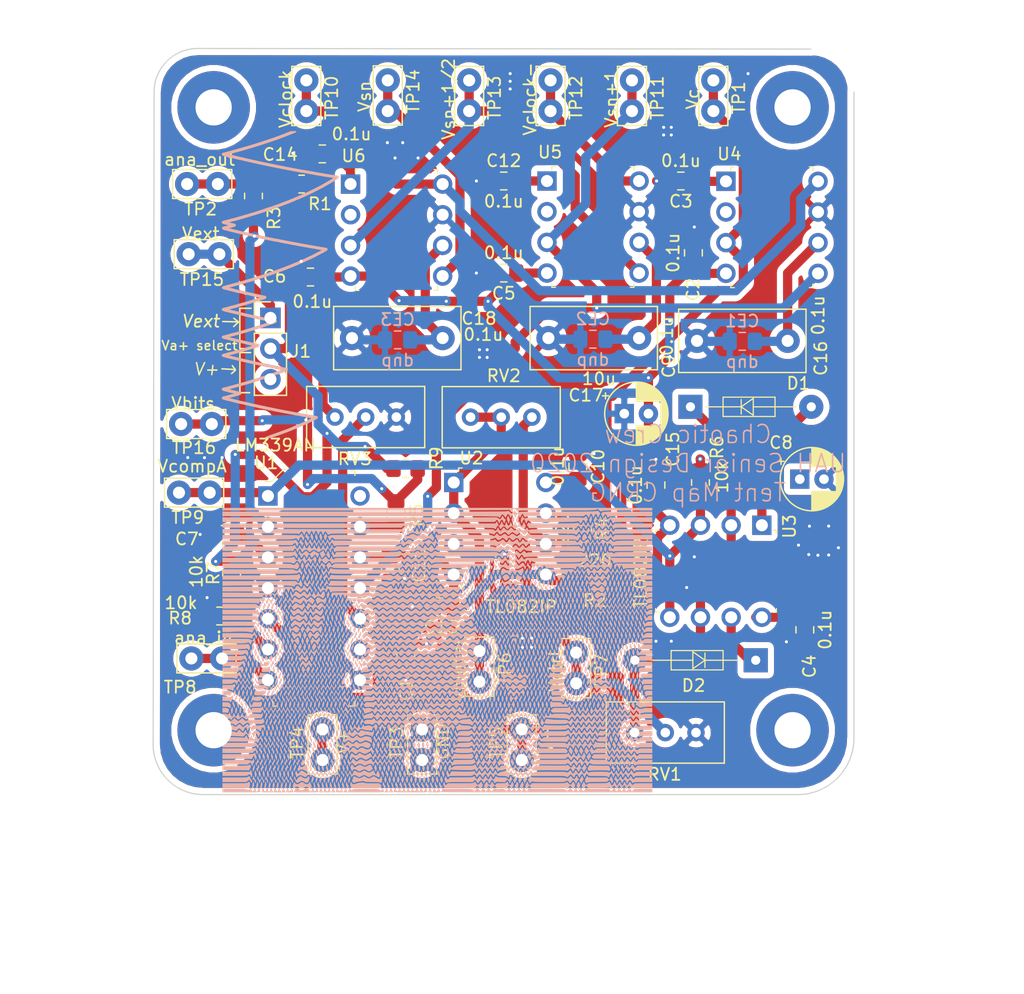
<source format=kicad_pcb>
(kicad_pcb (version 20171130) (host pcbnew "(5.1.7)-1")

  (general
    (thickness 1.6002)
    (drawings 27)
    (tracks 353)
    (zones 0)
    (modules 64)
    (nets 30)
  )

  (page USLetter)
  (title_block
    (rev 1)
  )

  (layers
    (0 Front signal)
    (1 In1.Cu power)
    (2 In2.Cu power)
    (31 Back signal)
    (36 B.SilkS user)
    (37 F.SilkS user)
    (38 B.Mask user)
    (39 F.Mask user)
    (44 Edge.Cuts user)
    (45 Margin user)
    (46 B.CrtYd user)
    (47 F.CrtYd user hide)
    (49 F.Fab user hide)
  )

  (setup
    (last_trace_width 0.762)
    (user_trace_width 0.254)
    (user_trace_width 0.508)
    (user_trace_width 0.762)
    (trace_clearance 0.254)
    (zone_clearance 0.508)
    (zone_45_only no)
    (trace_min 0.254)
    (via_size 0.4572)
    (via_drill 0.254)
    (via_min_size 0.4572)
    (via_min_drill 0.254)
    (user_via 0.4572 0.254)
    (user_via 0.889 0.381)
    (uvia_size 0.4572)
    (uvia_drill 0.254)
    (uvias_allowed no)
    (uvia_min_size 0)
    (uvia_min_drill 0)
    (edge_width 0.0381)
    (segment_width 0.254)
    (pcb_text_width 0.3048)
    (pcb_text_size 1.524 1.524)
    (mod_edge_width 0.127)
    (mod_text_size 0.762 0.762)
    (mod_text_width 0.127)
    (pad_size 4.5 4.5)
    (pad_drill 3.7)
    (pad_to_mask_clearance 0.1016)
    (aux_axis_origin 0 0)
    (visible_elements 7FFFFFFF)
    (pcbplotparams
      (layerselection 0x010f0_ffffffff)
      (usegerberextensions true)
      (usegerberattributes false)
      (usegerberadvancedattributes false)
      (creategerberjobfile false)
      (excludeedgelayer true)
      (linewidth 0.152400)
      (plotframeref false)
      (viasonmask false)
      (mode 1)
      (useauxorigin false)
      (hpglpennumber 1)
      (hpglpenspeed 20)
      (hpglpendiameter 15.000000)
      (psnegative false)
      (psa4output false)
      (plotreference true)
      (plotvalue true)
      (plotinvisibletext false)
      (padsonsilk false)
      (subtractmaskfromsilk false)
      (outputformat 1)
      (mirror false)
      (drillshape 0)
      (scaleselection 1)
      (outputdirectory "./gerbers"))
  )

  (net 0 "")
  (net 1 GND)
  (net 2 "Net-(C1-Pad1)")
  (net 3 V-)
  (net 4 V+)
  (net 5 "Net-(D1-Pad2)")
  (net 6 "Net-(D1-Pad1)")
  (net 7 "Net-(D2-Pad1)")
  (net 8 "Net-(R2-Pad1)")
  (net 9 "Net-(R3-Pad1)")
  (net 10 "Net-(R4-Pad2)")
  (net 11 "Net-(R6-Pad2)")
  (net 12 "Net-(R7-Pad2)")
  (net 13 "Net-(RV1-Pad2)")
  (net 14 "Net-(R1-Pad2)")
  (net 15 "Net-(C16-Pad1)")
  (net 16 "Net-(C17-Pad1)")
  (net 17 "Net-(C18-Pad1)")
  (net 18 "Net-(TP8-Pad1)")
  (net 19 "Net-(TP10-Pad1)")
  (net 20 "Net-(TP11-Pad1)")
  (net 21 "Net-(TP12-Pad1)")
  (net 22 "Net-(TP13-Pad1)")
  (net 23 "Net-(TP14-Pad1)")
  (net 24 "Net-(RV2-Pad2)")
  (net 25 "Net-(R5-Pad2)")
  (net 26 "Net-(R5-Pad1)")
  (net 27 "Net-(RV3-Pad2)")
  (net 28 Va+)
  (net 29 "Net-(J1-Pad1)")

  (net_class Default "This is the default net class."
    (clearance 0.254)
    (trace_width 0.254)
    (via_dia 0.4572)
    (via_drill 0.254)
    (uvia_dia 0.4572)
    (uvia_drill 0.254)
    (diff_pair_width 0.254)
    (diff_pair_gap 0.254)
    (add_net GND)
    (add_net "Net-(C1-Pad1)")
    (add_net "Net-(C16-Pad1)")
    (add_net "Net-(C17-Pad1)")
    (add_net "Net-(C18-Pad1)")
    (add_net "Net-(D1-Pad1)")
    (add_net "Net-(D1-Pad2)")
    (add_net "Net-(D2-Pad1)")
    (add_net "Net-(J1-Pad1)")
    (add_net "Net-(R1-Pad2)")
    (add_net "Net-(R2-Pad1)")
    (add_net "Net-(R3-Pad1)")
    (add_net "Net-(R4-Pad2)")
    (add_net "Net-(R5-Pad1)")
    (add_net "Net-(R5-Pad2)")
    (add_net "Net-(R6-Pad2)")
    (add_net "Net-(R7-Pad2)")
    (add_net "Net-(RV1-Pad2)")
    (add_net "Net-(RV2-Pad2)")
    (add_net "Net-(RV3-Pad2)")
    (add_net "Net-(TP10-Pad1)")
    (add_net "Net-(TP11-Pad1)")
    (add_net "Net-(TP12-Pad1)")
    (add_net "Net-(TP13-Pad1)")
    (add_net "Net-(TP14-Pad1)")
    (add_net "Net-(TP8-Pad1)")
    (add_net V+)
    (add_net V-)
    (add_net Va+)
  )

  (module Connector_PinHeader_2.54mm:PinHeader_1x03_P2.54mm_Vertical (layer Front) (tedit 59FED5CC) (tstamp 5F9D24E7)
    (at 75.4126 74.83348)
    (descr "Through hole straight pin header, 1x03, 2.54mm pitch, single row")
    (tags "Through hole pin header THT 1x03 2.54mm single row")
    (path /5FA88476)
    (fp_text reference J1 (at 2.50952 2.7686) (layer F.SilkS)
      (effects (font (size 1 1) (thickness 0.15)))
    )
    (fp_text value Conn_01x03_Male (at 0 7.41) (layer F.Fab)
      (effects (font (size 1 1) (thickness 0.15)))
    )
    (fp_text user %R (at 0 2.54 90) (layer F.Fab)
      (effects (font (size 1 1) (thickness 0.15)))
    )
    (fp_line (start -0.635 -1.27) (end 1.27 -1.27) (layer F.Fab) (width 0.1))
    (fp_line (start 1.27 -1.27) (end 1.27 6.35) (layer F.Fab) (width 0.1))
    (fp_line (start 1.27 6.35) (end -1.27 6.35) (layer F.Fab) (width 0.1))
    (fp_line (start -1.27 6.35) (end -1.27 -0.635) (layer F.Fab) (width 0.1))
    (fp_line (start -1.27 -0.635) (end -0.635 -1.27) (layer F.Fab) (width 0.1))
    (fp_line (start -1.33 6.41) (end 1.33 6.41) (layer F.SilkS) (width 0.12))
    (fp_line (start -1.33 1.27) (end -1.33 6.41) (layer F.SilkS) (width 0.12))
    (fp_line (start 1.33 1.27) (end 1.33 6.41) (layer F.SilkS) (width 0.12))
    (fp_line (start -1.33 1.27) (end 1.33 1.27) (layer F.SilkS) (width 0.12))
    (fp_line (start -1.33 0) (end -1.33 -1.33) (layer F.SilkS) (width 0.12))
    (fp_line (start -1.33 -1.33) (end 0 -1.33) (layer F.SilkS) (width 0.12))
    (fp_line (start -1.8 -1.8) (end -1.8 6.85) (layer F.CrtYd) (width 0.05))
    (fp_line (start -1.8 6.85) (end 1.8 6.85) (layer F.CrtYd) (width 0.05))
    (fp_line (start 1.8 6.85) (end 1.8 -1.8) (layer F.CrtYd) (width 0.05))
    (fp_line (start 1.8 -1.8) (end -1.8 -1.8) (layer F.CrtYd) (width 0.05))
    (pad 3 thru_hole oval (at 0 5.08) (size 1.7 1.7) (drill 1) (layers *.Cu *.Mask)
      (net 4 V+))
    (pad 2 thru_hole oval (at 0 2.54) (size 1.7 1.7) (drill 1) (layers *.Cu *.Mask)
      (net 28 Va+))
    (pad 1 thru_hole rect (at 0 0) (size 1.7 1.7) (drill 1) (layers *.Cu *.Mask)
      (net 29 "Net-(J1-Pad1)"))
    (model ${KISYS3DMOD}/Connector_PinHeader_2.54mm.3dshapes/PinHeader_1x03_P2.54mm_Vertical.wrl
      (at (xyz 0 0 0))
      (scale (xyz 1 1 1))
      (rotate (xyz 0 0 0))
    )
  )

  (module TestPoint:TestPoint_Bridge_Pitch2.54mm_Drill1.0mm (layer Front) (tedit 5A0F774F) (tstamp 5F9A9D80)
    (at 68.0212 83.61934)
    (descr "wire loop as test point, pitch 2.54mm, hole diameter 1.0mm, wire diameter 0.8mm")
    (tags "test point wire loop")
    (path /5FAADDC1)
    (fp_text reference TP16 (at 1.07188 1.95834) (layer F.SilkS)
      (effects (font (size 1 1) (thickness 0.15)))
    )
    (fp_text value Vbits (at 1 -1.7) (layer F.SilkS)
      (effects (font (size 1 1) (thickness 0.15)))
    )
    (fp_line (start 4.04 1.5) (end -1.5 1.5) (layer F.CrtYd) (width 0.05))
    (fp_line (start 4.04 1.5) (end 4.04 -1.5) (layer F.CrtYd) (width 0.05))
    (fp_line (start -1.5 -1.5) (end -1.5 1.5) (layer F.CrtYd) (width 0.05))
    (fp_line (start -1.5 -1.5) (end 4.04 -1.5) (layer F.CrtYd) (width 0.05))
    (fp_line (start 2.54 0) (end 0 0) (layer F.Fab) (width 0.12))
    (fp_line (start 3.7 -1.2) (end -1.2 -1.2) (layer F.SilkS) (width 0.12))
    (fp_line (start 3.7 1.2) (end 3.7 -1.2) (layer F.SilkS) (width 0.12))
    (fp_line (start -1.2 1.2) (end 3.7 1.2) (layer F.SilkS) (width 0.12))
    (fp_line (start -1.2 -1.2) (end -1.2 1.2) (layer F.SilkS) (width 0.12))
    (fp_text user %R (at 1.1 2.1) (layer F.Fab)
      (effects (font (size 1 1) (thickness 0.15)))
    )
    (pad 1 thru_hole circle (at 2.54 0) (size 2 2) (drill 1) (layers *.Cu *.Mask)
      (net 25 "Net-(R5-Pad2)"))
    (pad 1 thru_hole circle (at 0 0) (size 2 2) (drill 1) (layers *.Cu *.Mask)
      (net 25 "Net-(R5-Pad2)"))
    (model ${KISYS3DMOD}/TestPoint.3dshapes/TestPoint_Bridge_Pitch2.54mm_Drill1.0mm.wrl
      (at (xyz 0 0 0))
      (scale (xyz 1 1 1))
      (rotate (xyz 0 0 0))
    )
  )

  (module Potentiometer_THT:Potentiometer_Bourns_3296W_Vertical (layer Front) (tedit 5A3D4994) (tstamp 5F9A9BB0)
    (at 80.75422 83.0453 180)
    (descr "Potentiometer, vertical, Bourns 3296W, https://www.bourns.com/pdfs/3296.pdf")
    (tags "Potentiometer vertical Bourns 3296W")
    (path /5FA11A2B)
    (fp_text reference RV3 (at -1.64084 -3.45948) (layer F.SilkS)
      (effects (font (size 1 1) (thickness 0.15)))
    )
    (fp_text value R_POT (at -2.54 3.67) (layer F.Fab)
      (effects (font (size 1 1) (thickness 0.15)))
    )
    (fp_line (start 2.5 -2.7) (end -7.6 -2.7) (layer F.CrtYd) (width 0.05))
    (fp_line (start 2.5 2.7) (end 2.5 -2.7) (layer F.CrtYd) (width 0.05))
    (fp_line (start -7.6 2.7) (end 2.5 2.7) (layer F.CrtYd) (width 0.05))
    (fp_line (start -7.6 -2.7) (end -7.6 2.7) (layer F.CrtYd) (width 0.05))
    (fp_line (start 2.345 -2.53) (end 2.345 2.54) (layer F.SilkS) (width 0.12))
    (fp_line (start -7.425 -2.53) (end -7.425 2.54) (layer F.SilkS) (width 0.12))
    (fp_line (start -7.425 2.54) (end 2.345 2.54) (layer F.SilkS) (width 0.12))
    (fp_line (start -7.425 -2.53) (end 2.345 -2.53) (layer F.SilkS) (width 0.12))
    (fp_line (start 0.955 2.235) (end 0.956 0.066) (layer F.Fab) (width 0.1))
    (fp_line (start 0.955 2.235) (end 0.956 0.066) (layer F.Fab) (width 0.1))
    (fp_line (start 2.225 -2.41) (end -7.305 -2.41) (layer F.Fab) (width 0.1))
    (fp_line (start 2.225 2.42) (end 2.225 -2.41) (layer F.Fab) (width 0.1))
    (fp_line (start -7.305 2.42) (end 2.225 2.42) (layer F.Fab) (width 0.1))
    (fp_line (start -7.305 -2.41) (end -7.305 2.42) (layer F.Fab) (width 0.1))
    (fp_circle (center 0.955 1.15) (end 2.05 1.15) (layer F.Fab) (width 0.1))
    (fp_text user %R (at -3.175 0.005) (layer F.Fab)
      (effects (font (size 1 1) (thickness 0.15)))
    )
    (pad 3 thru_hole circle (at -5.08 0 180) (size 1.44 1.44) (drill 0.8) (layers *.Cu *.Mask)
      (net 1 GND))
    (pad 2 thru_hole circle (at -2.54 0 180) (size 1.44 1.44) (drill 0.8) (layers *.Cu *.Mask)
      (net 27 "Net-(RV3-Pad2)"))
    (pad 1 thru_hole circle (at 0 0 180) (size 1.44 1.44) (drill 0.8) (layers *.Cu *.Mask)
      (net 3 V-))
    (model ${KISYS3DMOD}/Potentiometer_THT.3dshapes/Potentiometer_Bourns_3296W_Vertical.wrl
      (at (xyz 0 0 0))
      (scale (xyz 1 1 1))
      (rotate (xyz 0 0 0))
    )
  )

  (module Resistor_SMD:R_0805_2012Metric_Pad1.20x1.40mm_HandSolder (layer Front) (tedit 5F68FEEE) (tstamp 5F9A9B41)
    (at 86.59444 87.30488)
    (descr "Resistor SMD 0805 (2012 Metric), square (rectangular) end terminal, IPC_7351 nominal with elongated pad for handsoldering. (Body size source: IPC-SM-782 page 72, https://www.pcb-3d.com/wordpress/wp-content/uploads/ipc-sm-782a_amendment_1_and_2.pdf), generated with kicad-footprint-generator")
    (tags "resistor handsolder")
    (path /5FAC1BCC)
    (attr smd)
    (fp_text reference R9 (at 2.55956 -0.84836 90) (layer F.SilkS)
      (effects (font (size 1 1) (thickness 0.15)))
    )
    (fp_text value 6.65k (at 0 1.65) (layer F.Fab)
      (effects (font (size 1 1) (thickness 0.15)))
    )
    (fp_line (start 1.85 0.95) (end -1.85 0.95) (layer F.CrtYd) (width 0.05))
    (fp_line (start 1.85 -0.95) (end 1.85 0.95) (layer F.CrtYd) (width 0.05))
    (fp_line (start -1.85 -0.95) (end 1.85 -0.95) (layer F.CrtYd) (width 0.05))
    (fp_line (start -1.85 0.95) (end -1.85 -0.95) (layer F.CrtYd) (width 0.05))
    (fp_line (start -0.227064 0.735) (end 0.227064 0.735) (layer F.SilkS) (width 0.12))
    (fp_line (start -0.227064 -0.735) (end 0.227064 -0.735) (layer F.SilkS) (width 0.12))
    (fp_line (start 1 0.625) (end -1 0.625) (layer F.Fab) (width 0.1))
    (fp_line (start 1 -0.625) (end 1 0.625) (layer F.Fab) (width 0.1))
    (fp_line (start -1 -0.625) (end 1 -0.625) (layer F.Fab) (width 0.1))
    (fp_line (start -1 0.625) (end -1 -0.625) (layer F.Fab) (width 0.1))
    (fp_text user %R (at 0 0) (layer F.Fab)
      (effects (font (size 0.5 0.5) (thickness 0.08)))
    )
    (pad 2 smd roundrect (at 1 0) (size 1.2 1.4) (layers Front F.Paste F.Mask) (roundrect_rratio 0.2083325)
      (net 25 "Net-(R5-Pad2)"))
    (pad 1 smd roundrect (at -1 0) (size 1.2 1.4) (layers Front F.Paste F.Mask) (roundrect_rratio 0.2083325)
      (net 28 Va+))
    (model ${KISYS3DMOD}/Resistor_SMD.3dshapes/R_0805_2012Metric.wrl
      (at (xyz 0 0 0))
      (scale (xyz 1 1 1))
      (rotate (xyz 0 0 0))
    )
  )

  (module Resistor_SMD:R_0805_2012Metric_Pad1.20x1.40mm_HandSolder (layer Front) (tedit 5F68FEEE) (tstamp 5F9A9AD0)
    (at 85.8012 91.02522 90)
    (descr "Resistor SMD 0805 (2012 Metric), square (rectangular) end terminal, IPC_7351 nominal with elongated pad for handsoldering. (Body size source: IPC-SM-782 page 72, https://www.pcb-3d.com/wordpress/wp-content/uploads/ipc-sm-782a_amendment_1_and_2.pdf), generated with kicad-footprint-generator")
    (tags "resistor handsolder")
    (path /5FAC0BF6)
    (attr smd)
    (fp_text reference R5 (at -0.15062 1.71704 90) (layer F.SilkS)
      (effects (font (size 1 1) (thickness 0.15)))
    )
    (fp_text value 10k (at 0 1.65 90) (layer F.Fab)
      (effects (font (size 1 1) (thickness 0.15)))
    )
    (fp_line (start 1.85 0.95) (end -1.85 0.95) (layer F.CrtYd) (width 0.05))
    (fp_line (start 1.85 -0.95) (end 1.85 0.95) (layer F.CrtYd) (width 0.05))
    (fp_line (start -1.85 -0.95) (end 1.85 -0.95) (layer F.CrtYd) (width 0.05))
    (fp_line (start -1.85 0.95) (end -1.85 -0.95) (layer F.CrtYd) (width 0.05))
    (fp_line (start -0.227064 0.735) (end 0.227064 0.735) (layer F.SilkS) (width 0.12))
    (fp_line (start -0.227064 -0.735) (end 0.227064 -0.735) (layer F.SilkS) (width 0.12))
    (fp_line (start 1 0.625) (end -1 0.625) (layer F.Fab) (width 0.1))
    (fp_line (start 1 -0.625) (end 1 0.625) (layer F.Fab) (width 0.1))
    (fp_line (start -1 -0.625) (end 1 -0.625) (layer F.Fab) (width 0.1))
    (fp_line (start -1 0.625) (end -1 -0.625) (layer F.Fab) (width 0.1))
    (fp_text user %R (at 0 0 90) (layer F.Fab)
      (effects (font (size 0.5 0.5) (thickness 0.08)))
    )
    (pad 2 smd roundrect (at 1 0 90) (size 1.2 1.4) (layers Front F.Paste F.Mask) (roundrect_rratio 0.2083325)
      (net 25 "Net-(R5-Pad2)"))
    (pad 1 smd roundrect (at -1 0 90) (size 1.2 1.4) (layers Front F.Paste F.Mask) (roundrect_rratio 0.2083325)
      (net 26 "Net-(R5-Pad1)"))
    (model ${KISYS3DMOD}/Resistor_SMD.3dshapes/R_0805_2012Metric.wrl
      (at (xyz 0 0 0))
      (scale (xyz 1 1 1))
      (rotate (xyz 0 0 0))
    )
  )

  (module art:squad (layer Back) (tedit 0) (tstamp 5F9A51A7)
    (at 89.22766 102.31882 180)
    (fp_text reference G*** (at 0 0) (layer B.SilkS) hide
      (effects (font (size 1.524 1.524) (thickness 0.3)) (justify mirror))
    )
    (fp_text value LOGO (at 0.75 0) (layer B.SilkS) hide
      (effects (font (size 1.524 1.524) (thickness 0.3)) (justify mirror))
    )
    (fp_poly (pts (xy -6.281526 -11.497733) (xy -6.226764 -11.617782) (xy -6.183906 -11.681162) (xy -6.144075 -11.695671)
      (xy -6.098391 -11.669109) (xy -6.09242 -11.663826) (xy -6.038994 -11.592841) (xy -5.994436 -11.497759)
      (xy -5.993049 -11.493638) (xy -5.95489 -11.406037) (xy -5.918786 -11.385585) (xy -5.88218 -11.431855)
      (xy -5.865586 -11.472333) (xy -5.823134 -11.565079) (xy -5.784119 -11.628027) (xy -5.750491 -11.664453)
      (xy -5.716311 -11.665208) (xy -5.660638 -11.626444) (xy -5.628051 -11.59934) (xy -5.575267 -11.557907)
      (xy -5.525166 -11.532005) (xy -5.461237 -11.518707) (xy -5.366972 -11.515085) (xy -5.22586 -11.518213)
      (xy -5.179285 -11.519776) (xy -5.023946 -11.524242) (xy -4.921581 -11.5231) (xy -4.857498 -11.513778)
      (xy -4.817006 -11.493702) (xy -4.785412 -11.460297) (xy -4.776981 -11.449294) (xy -4.715003 -11.367127)
      (xy -4.644944 -11.504453) (xy -4.572753 -11.614653) (xy -4.499652 -11.670073) (xy -4.433191 -11.665)
      (xy -4.432994 -11.664879) (xy -4.399411 -11.62482) (xy -4.352238 -11.547175) (xy -4.333762 -11.512369)
      (xy -4.289539 -11.43192) (xy -4.257347 -11.384542) (xy -4.250267 -11.3792) (xy -4.226932 -11.406408)
      (xy -4.186461 -11.47492) (xy -4.167731 -11.51049) (xy -4.093894 -11.622634) (xy -4.022058 -11.667183)
      (xy -3.95331 -11.644269) (xy -3.888736 -11.554024) (xy -3.854149 -11.472333) (xy -3.816319 -11.397216)
      (xy -3.780109 -11.388972) (xy -3.743222 -11.447913) (xy -3.728039 -11.489538) (xy -3.68268 -11.579134)
      (xy -3.623757 -11.642241) (xy -3.62233 -11.64315) (xy -3.583466 -11.662841) (xy -3.548334 -11.660896)
      (xy -3.505746 -11.629085) (xy -3.444518 -11.559179) (xy -3.357717 -11.44846) (xy -3.293525 -11.36532)
      (xy -3.220874 -11.507727) (xy -3.149077 -11.609143) (xy -3.072138 -11.651412) (xy -2.998455 -11.632182)
      (xy -2.95426 -11.5824) (xy -2.94073 -11.564324) (xy -2.920493 -11.549786) (xy -2.886656 -11.538401)
      (xy -2.832329 -11.529783) (xy -2.750621 -11.52355) (xy -2.634639 -11.519314) (xy -2.477493 -11.516693)
      (xy -2.272291 -11.515302) (xy -2.012142 -11.514755) (xy -1.740809 -11.514667) (xy -0.569658 -11.514667)
      (xy -0.506089 -11.438467) (xy -0.461221 -11.388207) (xy -0.444411 -11.388952) (xy -0.441394 -11.430501)
      (xy -0.42505 -11.503128) (xy -0.385815 -11.599052) (xy -0.372534 -11.625112) (xy -0.330671 -11.706891)
      (xy -0.306871 -11.760502) (xy -0.304801 -11.768544) (xy -0.338197 -11.770036) (xy -0.436503 -11.771494)
      (xy -0.596898 -11.772911) (xy -0.816557 -11.774282) (xy -1.092659 -11.775601) (xy -1.422379 -11.776864)
      (xy -1.802897 -11.778065) (xy -2.231387 -11.779197) (xy -2.705029 -11.780256) (xy -3.220999 -11.781236)
      (xy -3.776474 -11.782131) (xy -4.368632 -11.782937) (xy -4.994649 -11.783647) (xy -5.651703 -11.784256)
      (xy -6.336971 -11.784758) (xy -7.04763 -11.785148) (xy -7.780858 -11.785421) (xy -8.533831 -11.785571)
      (xy -9.0424 -11.7856) (xy -17.78 -11.7856) (xy -17.78 -11.514667) (xy -16.26165 -11.514667)
      (xy -16.198639 -11.601166) (xy -16.132385 -11.66204) (xy -16.068519 -11.65718) (xy -16.005075 -11.585833)
      (xy -15.967234 -11.512672) (xy -15.925239 -11.431175) (xy -15.890747 -11.383943) (xy -15.882001 -11.3792)
      (xy -15.855248 -11.407607) (xy -15.817874 -11.478937) (xy -15.803433 -11.512964) (xy -15.754425 -11.605817)
      (xy -15.698396 -11.672075) (xy -15.68374 -11.682141) (xy -15.642813 -11.695315) (xy -15.608435 -11.675637)
      (xy -15.568468 -11.611767) (xy -15.534472 -11.542719) (xy -15.451376 -11.367883) (xy -15.381459 -11.525942)
      (xy -15.317983 -11.639139) (xy -15.256821 -11.684682) (xy -15.196765 -11.662558) (xy -15.136612 -11.572754)
      (xy -15.114403 -11.523133) (xy -15.048081 -11.362267) (xy -14.976612 -11.523133) (xy -14.91368 -11.636198)
      (xy -14.853124 -11.682004) (xy -14.791776 -11.66056) (xy -14.726471 -11.571876) (xy -14.701586 -11.523908)
      (xy -14.655166 -11.432962) (xy -14.625036 -11.394849) (xy -14.599528 -11.400711) (xy -14.576304 -11.428781)
      (xy -14.538718 -11.495433) (xy -14.528801 -11.532824) (xy -14.505779 -11.58241) (xy -14.457862 -11.6361)
      (xy -14.408931 -11.675273) (xy -14.372885 -11.674399) (xy -14.32522 -11.628403) (xy -14.304356 -11.604308)
      (xy -14.221788 -11.508317) (xy -13.33873 -11.513008) (xy -13.06524 -11.513979) (xy -12.851261 -11.513358)
      (xy -12.688584 -11.510716) (xy -12.568997 -11.505626) (xy -12.484288 -11.497661) (xy -12.426247 -11.486394)
      (xy -12.386663 -11.471397) (xy -12.371698 -11.462676) (xy -12.310869 -11.427149) (xy -12.282215 -11.418789)
      (xy -12.282195 -11.418827) (xy -12.20228 -11.56878) (xy -12.138082 -11.6567) (xy -12.083298 -11.684608)
      (xy -12.031623 -11.654524) (xy -11.976751 -11.568469) (xy -11.954795 -11.523739) (xy -11.879463 -11.363477)
      (xy -11.798016 -11.523739) (xy -11.728099 -11.636372) (xy -11.66477 -11.681975) (xy -11.60484 -11.66054)
      (xy -11.54512 -11.57206) (xy -11.522778 -11.523133) (xy -11.454698 -11.362267) (xy -11.39621 -11.497733)
      (xy -11.331157 -11.621509) (xy -11.269357 -11.678364) (xy -11.206995 -11.668742) (xy -11.140255 -11.593085)
      (xy -11.104565 -11.5316) (xy -11.054061 -11.444775) (xy -11.013419 -11.389584) (xy -10.998947 -11.3792)
      (xy -10.970075 -11.406602) (xy -10.925946 -11.475791) (xy -10.905067 -11.514667) (xy -10.841298 -11.611859)
      (xy -10.774721 -11.645124) (xy -10.693152 -11.617615) (xy -10.643375 -11.5824) (xy -10.619938 -11.5658)
      (xy -10.591556 -11.552158) (xy -10.551806 -11.541183) (xy -10.494265 -11.532586) (xy -10.41251 -11.526077)
      (xy -10.300119 -11.521367) (xy -10.150668 -11.518167) (xy -9.957735 -11.516187) (xy -9.714897 -11.515136)
      (xy -9.415732 -11.514727) (xy -9.140753 -11.514667) (xy -8.793923 -11.51458) (xy -8.508497 -11.514123)
      (xy -8.278145 -11.512996) (xy -8.096539 -11.510902) (xy -7.957349 -11.507543) (xy -7.854246 -11.502619)
      (xy -7.7809 -11.495833) (xy -7.730982 -11.486887) (xy -7.698162 -11.475482) (xy -7.676112 -11.461321)
      (xy -7.659209 -11.444865) (xy -7.594179 -11.375063) (xy -7.519402 -11.529531) (xy -7.455123 -11.638406)
      (xy -7.39584 -11.682369) (xy -7.336886 -11.660904) (xy -7.27359 -11.573495) (xy -7.235708 -11.498147)
      (xy -7.17315 -11.363095) (xy -7.100242 -11.515081) (xy -7.033042 -11.625046) (xy -6.968144 -11.667409)
      (xy -6.903707 -11.642173) (xy -6.837885 -11.549342) (xy -6.821025 -11.515631) (xy -6.749274 -11.364195)
      (xy -6.678542 -11.524097) (xy -6.614317 -11.637571) (xy -6.551374 -11.683563) (xy -6.48898 -11.662006)
      (xy -6.4264 -11.572832) (xy -6.392748 -11.497733) (xy -6.338657 -11.362267) (xy -6.281526 -11.497733)) (layer B.SilkS) (width 0.01))
    (fp_poly (pts (xy -0.08666 -11.43) (xy -0.03404 -11.56555) (xy 0.013762 -11.672683) (xy 0.050413 -11.738013)
      (xy 0.065574 -11.751733) (xy 0.099055 -11.723291) (xy 0.143101 -11.652307) (xy 0.186263 -11.560296)
      (xy 0.217094 -11.468775) (xy 0.217908 -11.465433) (xy 0.232063 -11.41487) (xy 0.246944 -11.403895)
      (xy 0.269935 -11.439583) (xy 0.308421 -11.529011) (xy 0.323953 -11.567033) (xy 0.366163 -11.671813)
      (xy 0.395857 -11.747728) (xy 0.406243 -11.777133) (xy 0.374835 -11.780687) (xy 0.290024 -11.783507)
      (xy 0.166139 -11.785233) (xy 0.067733 -11.7856) (xy -0.074433 -11.783819) (xy -0.187211 -11.779018)
      (xy -0.256266 -11.772007) (xy -0.270934 -11.76644) (xy -0.255972 -11.725458) (xy -0.22893 -11.673307)
      (xy -0.189333 -11.589062) (xy -0.150843 -11.486123) (xy -0.149127 -11.4808) (xy -0.12286 -11.408376)
      (xy -0.104653 -11.394542) (xy -0.08666 -11.43)) (layer B.SilkS) (width 0.01))
    (fp_poly (pts (xy 0.629801 -11.443086) (xy 0.664889 -11.517928) (xy 0.698346 -11.599912) (xy 0.77016 -11.7856)
      (xy 0.449039 -11.7856) (xy 0.520853 -11.599912) (xy 0.561819 -11.500792) (xy 0.594698 -11.433422)
      (xy 0.6096 -11.414223) (xy 0.629801 -11.443086)) (layer B.SilkS) (width 0.01))
    (fp_poly (pts (xy 2.48684 -11.563019) (xy 2.561828 -11.763771) (xy 2.632132 -11.693467) (xy 2.691447 -11.607455)
      (xy 2.725509 -11.518115) (xy 2.747881 -11.445635) (xy 2.770652 -11.41319) (xy 2.771808 -11.413067)
      (xy 2.794974 -11.442178) (xy 2.830034 -11.517141) (xy 2.856784 -11.586926) (xy 2.893367 -11.685306)
      (xy 2.919194 -11.729563) (xy 2.945568 -11.729616) (xy 2.982186 -11.696992) (xy 3.034606 -11.623343)
      (xy 3.083737 -11.521874) (xy 3.092362 -11.498595) (xy 3.138885 -11.363991) (xy 3.203685 -11.558391)
      (xy 3.240853 -11.664549) (xy 3.268156 -11.717198) (xy 3.295925 -11.727482) (xy 3.33449 -11.706545)
      (xy 3.338453 -11.703783) (xy 3.391809 -11.641221) (xy 3.440045 -11.544503) (xy 3.451508 -11.510963)
      (xy 3.494595 -11.36715) (xy 3.558058 -11.550975) (xy 3.592782 -11.655153) (xy 3.616295 -11.73256)
      (xy 3.622627 -11.7602) (xy 3.590175 -11.765635) (xy 3.497011 -11.770671) (xy 3.350158 -11.775184)
      (xy 3.156638 -11.779044) (xy 2.923472 -11.782127) (xy 2.657682 -11.784306) (xy 2.36629 -11.785453)
      (xy 2.214643 -11.7856) (xy 1.868687 -11.785467) (xy 1.584557 -11.784898) (xy 1.356344 -11.783641)
      (xy 1.178141 -11.781443) (xy 1.044039 -11.77805) (xy 0.948132 -11.77321) (xy 0.88451 -11.766669)
      (xy 0.847267 -11.758175) (xy 0.830494 -11.747474) (xy 0.828284 -11.734313) (xy 0.830963 -11.726333)
      (xy 0.857326 -11.658818) (xy 0.893655 -11.558923) (xy 0.908373 -11.516938) (xy 0.940559 -11.429032)
      (xy 0.960824 -11.39811) (xy 0.978243 -11.416756) (xy 0.991314 -11.449205) (xy 1.040177 -11.567414)
      (xy 1.089665 -11.66799) (xy 1.130994 -11.734361) (xy 1.151656 -11.751733) (xy 1.177713 -11.722679)
      (xy 1.217274 -11.647458) (xy 1.261901 -11.543984) (xy 1.303155 -11.430173) (xy 1.303211 -11.43)
      (xy 1.320017 -11.403494) (xy 1.343384 -11.423999) (xy 1.379165 -11.498718) (xy 1.399515 -11.548533)
      (xy 1.443336 -11.647829) (xy 1.481231 -11.715401) (xy 1.501033 -11.7348) (xy 1.538383 -11.705553)
      (xy 1.588184 -11.628749) (xy 1.640605 -11.520795) (xy 1.663388 -11.463867) (xy 1.701303 -11.362267)
      (xy 1.759508 -11.5316) (xy 1.798892 -11.62581) (xy 1.837473 -11.685761) (xy 1.857123 -11.697546)
      (xy 1.922132 -11.690109) (xy 1.92904 -11.68908) (xy 1.958063 -11.656439) (xy 1.991569 -11.580833)
      (xy 2.002134 -11.548533) (xy 2.036067 -11.461815) (xy 2.069354 -11.416176) (xy 2.093244 -11.419577)
      (xy 2.099733 -11.459731) (xy 2.112149 -11.519445) (xy 2.142938 -11.609032) (xy 2.152454 -11.632574)
      (xy 2.188111 -11.71104) (xy 2.215601 -11.735836) (xy 2.2516 -11.716304) (xy 2.27113 -11.699065)
      (xy 2.322315 -11.628096) (xy 2.366612 -11.526885) (xy 2.374468 -11.500822) (xy 2.411851 -11.362267)
      (xy 2.48684 -11.563019)) (layer B.SilkS) (width 0.01))
    (fp_poly (pts (xy 3.839676 -11.425004) (xy 3.869282 -11.477944) (xy 3.908118 -11.557233) (xy 3.947743 -11.644795)
      (xy 3.979719 -11.722556) (xy 3.995608 -11.772438) (xy 3.996109 -11.777133) (xy 3.965729 -11.781976)
      (xy 3.887927 -11.78504) (xy 3.827886 -11.7856) (xy 3.659505 -11.7856) (xy 3.743219 -11.628156)
      (xy 3.791339 -11.528077) (xy 3.821998 -11.445949) (xy 3.827737 -11.416489) (xy 3.839676 -11.425004)) (layer B.SilkS) (width 0.01))
    (fp_poly (pts (xy 4.217012 -11.463867) (xy 4.252686 -11.564623) (xy 4.305008 -11.67019) (xy 4.308179 -11.675533)
      (xy 4.374324 -11.7856) (xy 4.201037 -11.7856) (xy 4.100381 -11.783985) (xy 4.05438 -11.774119)
      (xy 4.049959 -11.748474) (xy 4.06872 -11.7094) (xy 4.105461 -11.626718) (xy 4.143952 -11.519698)
      (xy 4.15084 -11.497733) (xy 4.191989 -11.362267) (xy 4.217012 -11.463867)) (layer B.SilkS) (width 0.01))
    (fp_poly (pts (xy 7.297318 -11.498533) (xy 7.333508 -11.605386) (xy 7.371665 -11.69655) (xy 7.378212 -11.7094)
      (xy 7.419183 -11.7856) (xy 5.907301 -11.7856) (xy 5.547765 -11.785477) (xy 5.250241 -11.784956)
      (xy 5.009005 -11.78381) (xy 4.818338 -11.781811) (xy 4.672516 -11.778731) (xy 4.565818 -11.774342)
      (xy 4.492523 -11.768417) (xy 4.446907 -11.760728) (xy 4.42325 -11.751046) (xy 4.41583 -11.739146)
      (xy 4.41831 -11.726333) (xy 4.443402 -11.655348) (xy 4.475502 -11.557434) (xy 4.48098 -11.540067)
      (xy 4.517152 -11.446189) (xy 4.54732 -11.419024) (xy 4.573674 -11.458046) (xy 4.588848 -11.514278)
      (xy 4.62191 -11.607678) (xy 4.671757 -11.637328) (xy 4.747708 -11.6068) (xy 4.777048 -11.586388)
      (xy 4.806399 -11.566391) (xy 4.839466 -11.550502) (xy 4.883884 -11.538249) (xy 4.947288 -11.529161)
      (xy 5.037314 -11.522766) (xy 5.161597 -11.518592) (xy 5.327771 -11.516168) (xy 5.543472 -11.515022)
      (xy 5.816336 -11.514682) (xy 5.938081 -11.514667) (xy 6.240814 -11.515069) (xy 6.482717 -11.516486)
      (xy 6.670687 -11.519235) (xy 6.811625 -11.523634) (xy 6.91243 -11.529998) (xy 6.980001 -11.538645)
      (xy 7.021236 -11.549891) (xy 7.043035 -11.564053) (xy 7.044266 -11.565467) (xy 7.104404 -11.611702)
      (xy 7.15696 -11.593079) (xy 7.204898 -11.508266) (xy 7.211761 -11.490066) (xy 7.257395 -11.363865)
      (xy 7.297318 -11.498533)) (layer B.SilkS) (width 0.01))
    (fp_poly (pts (xy 7.635291 -11.503238) (xy 7.67335 -11.610596) (xy 7.723168 -11.699938) (xy 7.735315 -11.714905)
      (xy 7.799831 -11.7856) (xy 7.621625 -11.7856) (xy 7.518942 -11.782982) (xy 7.470274 -11.771604)
      (xy 7.461992 -11.746179) (xy 7.468829 -11.726333) (xy 7.495078 -11.659078) (xy 7.531467 -11.559006)
      (xy 7.547011 -11.514667) (xy 7.599783 -11.362267) (xy 7.635291 -11.503238)) (layer B.SilkS) (width 0.01))
    (fp_poly (pts (xy 8.333121 -11.5316) (xy 8.374643 -11.651029) (xy 8.389061 -11.725588) (xy 8.367147 -11.765833)
      (xy 8.29967 -11.782322) (xy 8.1774 -11.785614) (xy 8.111066 -11.7856) (xy 7.980975 -11.783407)
      (xy 7.881482 -11.777555) (xy 7.828138 -11.769134) (xy 7.8232 -11.765412) (xy 7.832023 -11.724445)
      (xy 7.854876 -11.639074) (xy 7.879271 -11.553745) (xy 7.935342 -11.362267) (xy 7.985208 -11.540067)
      (xy 8.032441 -11.661577) (xy 8.084876 -11.716266) (xy 8.139064 -11.704489) (xy 8.191557 -11.626605)
      (xy 8.230641 -11.514667) (xy 8.272559 -11.362267) (xy 8.333121 -11.5316)) (layer B.SilkS) (width 0.01))
    (fp_poly (pts (xy 8.651198 -11.4808) (xy 8.690106 -11.59287) (xy 8.744117 -11.692467) (xy 8.809945 -11.7856)
      (xy 8.431238 -11.7856) (xy 8.491285 -11.694845) (xy 8.543615 -11.596914) (xy 8.586827 -11.486115)
      (xy 8.58772 -11.483179) (xy 8.624108 -11.362267) (xy 8.651198 -11.4808)) (layer B.SilkS) (width 0.01))
    (fp_poly (pts (xy 9.349994 -11.5316) (xy 9.390954 -11.651105) (xy 9.405068 -11.725678) (xy 9.383049 -11.765901)
      (xy 9.315612 -11.782354) (xy 9.19347 -11.785617) (xy 9.127066 -11.7856) (xy 8.975771 -11.782429)
      (xy 8.884236 -11.772152) (xy 8.844751 -11.753626) (xy 8.841824 -11.743267) (xy 8.853986 -11.688884)
      (xy 8.88223 -11.596051) (xy 8.904083 -11.5316) (xy 8.963717 -11.362267) (xy 9.006436 -11.540067)
      (xy 9.036459 -11.645678) (xy 9.067697 -11.699606) (xy 9.110369 -11.717296) (xy 9.124042 -11.717867)
      (xy 9.171503 -11.706484) (xy 9.205644 -11.662143) (xy 9.236831 -11.569557) (xy 9.244616 -11.540067)
      (xy 9.290304 -11.362267) (xy 9.349994 -11.5316)) (layer B.SilkS) (width 0.01))
    (fp_poly (pts (xy 9.673984 -11.511235) (xy 9.713838 -11.61729) (xy 9.760254 -11.703611) (xy 9.775089 -11.722902)
      (xy 9.802903 -11.758098) (xy 9.797057 -11.776826) (xy 9.746225 -11.784266) (xy 9.63908 -11.7856)
      (xy 9.444187 -11.7856) (xy 9.510016 -11.692467) (xy 9.564849 -11.590858) (xy 9.602732 -11.4808)
      (xy 9.62962 -11.362267) (xy 9.673984 -11.511235)) (layer B.SilkS) (width 0.01))
    (fp_poly (pts (xy 10.367376 -11.545493) (xy 10.403949 -11.647327) (xy 10.432753 -11.719751) (xy 10.444578 -11.742801)
      (xy 10.472782 -11.727493) (xy 10.532253 -11.673593) (xy 10.600319 -11.603198) (xy 10.706908 -11.496107)
      (xy 10.791046 -11.440399) (xy 10.86981 -11.432457) (xy 10.960278 -11.468663) (xy 11.030334 -11.51209)
      (xy 11.127146 -11.570138) (xy 11.207726 -11.607892) (xy 11.241072 -11.616122) (xy 11.298145 -11.598186)
      (xy 11.386339 -11.55239) (xy 11.446933 -11.514667) (xy 11.53993 -11.457675) (xy 11.613944 -11.420859)
      (xy 11.641241 -11.413211) (xy 11.682537 -11.43958) (xy 11.740028 -11.506719) (xy 11.770293 -11.551111)
      (xy 11.813454 -11.617451) (xy 11.845748 -11.67001) (xy 11.861087 -11.710382) (xy 11.853384 -11.740161)
      (xy 11.816551 -11.76094) (xy 11.744499 -11.774315) (xy 11.631141 -11.78188) (xy 11.470388 -11.785228)
      (xy 11.256153 -11.785955) (xy 10.982347 -11.785653) (xy 10.874823 -11.7856) (xy 10.57231 -11.785005)
      (xy 10.331779 -11.78306) (xy 10.147489 -11.779527) (xy 10.013696 -11.774167) (xy 9.924659 -11.76674)
      (xy 9.874637 -11.757007) (xy 9.857886 -11.74473) (xy 9.857824 -11.743267) (xy 9.869986 -11.688884)
      (xy 9.89823 -11.596051) (xy 9.920083 -11.5316) (xy 9.979717 -11.362267) (xy 10.022436 -11.540067)
      (xy 10.064919 -11.661395) (xy 10.115185 -11.71655) (xy 10.168872 -11.705991) (xy 10.221618 -11.630182)
      (xy 10.262488 -11.514667) (xy 10.304254 -11.362267) (xy 10.367376 -11.545493)) (layer B.SilkS) (width 0.01))
    (fp_poly (pts (xy 12.423776 -11.460779) (xy 12.452353 -11.540067) (xy 12.484364 -11.638805) (xy 12.511635 -11.717352)
      (xy 12.515022 -11.726333) (xy 12.519937 -11.754406) (xy 12.50052 -11.771926) (xy 12.445114 -11.781333)
      (xy 12.342061 -11.785062) (xy 12.231545 -11.7856) (xy 11.925177 -11.7856) (xy 11.978423 -11.624733)
      (xy 12.021942 -11.504164) (xy 12.05453 -11.447206) (xy 12.081269 -11.451654) (xy 12.107241 -11.515306)
      (xy 12.12018 -11.563267) (xy 12.164269 -11.672675) (xy 12.218993 -11.718331) (xy 12.275006 -11.701203)
      (xy 12.322961 -11.622258) (xy 12.34506 -11.539989) (xy 12.368715 -11.446558) (xy 12.393985 -11.420154)
      (xy 12.423776 -11.460779)) (layer B.SilkS) (width 0.01))
    (fp_poly (pts (xy 12.768366 -11.449782) (xy 12.783818 -11.506496) (xy 12.816439 -11.611304) (xy 12.866054 -11.698473)
      (xy 12.919735 -11.747426) (xy 12.937914 -11.751733) (xy 12.960411 -11.722239) (xy 12.990083 -11.647357)
      (xy 13.005044 -11.598461) (xy 13.035484 -11.504425) (xy 13.063458 -11.441709) (xy 13.073264 -11.429548)
      (xy 13.095421 -11.449441) (xy 13.12312 -11.517653) (xy 13.136839 -11.565887) (xy 13.165482 -11.655879)
      (xy 13.194373 -11.710391) (xy 13.205717 -11.717867) (xy 13.283818 -11.699624) (xy 13.335919 -11.656571)
      (xy 13.343466 -11.631781) (xy 13.354949 -11.568942) (xy 13.379822 -11.491471) (xy 13.401115 -11.440561)
      (xy 13.418275 -11.43001) (xy 13.439719 -11.467242) (xy 13.473862 -11.559682) (xy 13.481422 -11.5811)
      (xy 13.516534 -11.682187) (xy 13.540219 -11.753336) (xy 13.546666 -11.775833) (xy 13.514792 -11.779298)
      (xy 13.427136 -11.782223) (xy 13.295651 -11.784366) (xy 13.132287 -11.78549) (xy 13.05925 -11.7856)
      (xy 12.571834 -11.7856) (xy 12.635917 -11.659906) (xy 12.676802 -11.566154) (xy 12.698789 -11.489335)
      (xy 12.699999 -11.475638) (xy 12.711632 -11.410976) (xy 12.738458 -11.403844) (xy 12.768366 -11.449782)) (layer B.SilkS) (width 0.01))
    (fp_poly (pts (xy 14.446182 -11.442366) (xy 14.47648 -11.516296) (xy 14.489461 -11.557) (xy 14.519628 -11.655122)
      (xy 14.544371 -11.728552) (xy 14.550107 -11.743267) (xy 14.542414 -11.760496) (xy 14.497032 -11.772656)
      (xy 14.406296 -11.780434) (xy 14.262543 -11.784517) (xy 14.078073 -11.7856) (xy 13.587834 -11.7856)
      (xy 13.651917 -11.659906) (xy 13.692852 -11.565554) (xy 13.714815 -11.487548) (xy 13.715999 -11.473639)
      (xy 13.727349 -11.419346) (xy 13.753511 -11.420407) (xy 13.782652 -11.469902) (xy 13.796835 -11.520911)
      (xy 13.82976 -11.615309) (xy 13.881208 -11.698032) (xy 13.935867 -11.74676) (xy 13.955185 -11.751733)
      (xy 13.977218 -11.721936) (xy 14.006029 -11.645581) (xy 14.024072 -11.5824) (xy 14.052273 -11.48681)
      (xy 14.077497 -11.425409) (xy 14.088533 -11.413067) (xy 14.108104 -11.442812) (xy 14.135253 -11.51896)
      (xy 14.152499 -11.580473) (xy 14.179892 -11.677799) (xy 14.20445 -11.722028) (xy 14.23831 -11.726122)
      (xy 14.275205 -11.711519) (xy 14.341489 -11.652616) (xy 14.377146 -11.544113) (xy 14.396589 -11.461153)
      (xy 14.41775 -11.415891) (xy 14.423152 -11.413067) (xy 14.446182 -11.442366)) (layer B.SilkS) (width 0.01))
    (fp_poly (pts (xy 15.47702 -11.419845) (xy 15.477066 -11.424249) (xy 15.49714 -11.48526) (xy 15.538354 -11.548984)
      (xy 15.583758 -11.59738) (xy 15.626151 -11.604984) (xy 15.694858 -11.575411) (xy 15.706006 -11.569669)
      (xy 15.745672 -11.553406) (xy 15.799777 -11.540618) (xy 15.876174 -11.53091) (xy 15.982717 -11.523884)
      (xy 16.127261 -11.519145) (xy 16.317659 -11.516296) (xy 16.561764 -11.514941) (xy 16.796184 -11.514667)
      (xy 17.78 -11.514667) (xy 17.78 -11.7856) (xy 16.202377 -11.7856) (xy 15.821361 -11.785256)
      (xy 15.503335 -11.784137) (xy 15.24356 -11.782116) (xy 15.037296 -11.779063) (xy 14.879803 -11.774851)
      (xy 14.766342 -11.769349) (xy 14.692172 -11.76243) (xy 14.652555 -11.753964) (xy 14.642749 -11.743824)
      (xy 14.642959 -11.743267) (xy 14.663361 -11.686072) (xy 14.692683 -11.593448) (xy 14.703605 -11.557)
      (xy 14.739536 -11.455004) (xy 14.768955 -11.419422) (xy 14.794125 -11.449506) (xy 14.812835 -11.520911)
      (xy 14.84576 -11.615309) (xy 14.897208 -11.698032) (xy 14.951867 -11.74676) (xy 14.971185 -11.751733)
      (xy 14.993218 -11.721936) (xy 15.022029 -11.645581) (xy 15.040072 -11.5824) (xy 15.068702 -11.486782)
      (xy 15.095003 -11.425384) (xy 15.106915 -11.413067) (xy 15.128234 -11.442718) (xy 15.155582 -11.517908)
      (xy 15.168733 -11.565467) (xy 15.212612 -11.673772) (xy 15.267244 -11.718498) (xy 15.323219 -11.700727)
      (xy 15.371132 -11.621544) (xy 15.39313 -11.539615) (xy 15.41582 -11.456209) (xy 15.443121 -11.400534)
      (xy 15.466399 -11.384457) (xy 15.47702 -11.419845)) (layer B.SilkS) (width 0.01))
    (fp_poly (pts (xy -12.047678 -11.025183) (xy -11.998309 -11.112215) (xy -11.955428 -11.171547) (xy -11.944149 -11.181786)
      (xy -11.936282 -11.225744) (xy -11.969449 -11.316614) (xy -11.991081 -11.359586) (xy -12.051064 -11.460203)
      (xy -12.096068 -11.510943) (xy -12.120963 -11.507039) (xy -12.124267 -11.483398) (xy -12.144373 -11.439659)
      (xy -12.19441 -11.369416) (xy -12.21218 -11.347652) (xy -12.300092 -11.243174) (xy -12.401045 -11.32812)
      (xy -12.501997 -11.413067) (xy -13.276128 -11.413067) (xy -13.537529 -11.411433) (xy -13.762727 -11.40675)
      (xy -13.94395 -11.399338) (xy -14.073423 -11.389522) (xy -14.143374 -11.377625) (xy -14.145286 -11.376937)
      (xy -14.215015 -11.358939) (xy -14.265507 -11.379624) (xy -14.315325 -11.43488) (xy -14.365546 -11.494184)
      (xy -14.398645 -11.507469) (xy -14.431305 -11.469879) (xy -14.474044 -11.38867) (xy -14.528818 -11.305216)
      (xy -14.587572 -11.248733) (xy -14.592214 -11.246045) (xy -14.63255 -11.235158) (xy -14.670003 -11.258815)
      (xy -14.71684 -11.327851) (xy -14.748195 -11.383848) (xy -14.841464 -11.555214) (xy -14.906528 -11.40989)
      (xy -14.965286 -11.286573) (xy -15.009308 -11.220291) (xy -15.0471 -11.204458) (xy -15.087169 -11.232489)
      (xy -15.106297 -11.255216) (xy -15.161593 -11.347537) (xy -15.190853 -11.424526) (xy -15.221672 -11.509103)
      (xy -15.254677 -11.525983) (xy -15.289854 -11.475168) (xy -15.312041 -11.412046) (xy -15.352529 -11.321517)
      (xy -15.40738 -11.250019) (xy -15.462063 -11.212671) (xy -15.497525 -11.219036) (xy -15.519432 -11.25552)
      (xy -15.559559 -11.332968) (xy -15.588814 -11.392476) (xy -15.665446 -11.551259) (xy -15.741291 -11.395148)
      (xy -15.804329 -11.291275) (xy -15.865021 -11.253074) (xy -15.930071 -11.280375) (xy -16.00618 -11.373008)
      (xy -16.016176 -11.3882) (xy -16.069413 -11.464177) (xy -16.105546 -11.490255) (xy -16.140958 -11.475417)
      (xy -16.154321 -11.463938) (xy -16.183046 -11.44721) (xy -16.232938 -11.434462) (xy -16.312164 -11.425198)
      (xy -16.428891 -11.418926) (xy -16.59129 -11.415151) (xy -16.807526 -11.41338) (xy -16.995267 -11.413067)
      (xy -17.78 -11.413067) (xy -17.78 -11.040533) (xy -17.036125 -11.040533) (xy -16.792947 -11.040819)
      (xy -16.608751 -11.042181) (xy -16.474788 -11.045381) (xy -16.382308 -11.051178) (xy -16.322561 -11.060331)
      (xy -16.286797 -11.073601) (xy -16.266267 -11.091746) (xy -16.256 -11.108267) (xy -16.198248 -11.169405)
      (xy -16.130059 -11.167569) (xy -16.059088 -11.105055) (xy -16.016878 -11.036504) (xy -15.968867 -10.954707)
      (xy -15.929273 -10.929055) (xy -15.88773 -10.961751) (xy -15.833872 -11.054998) (xy -15.822329 -11.077866)
      (xy -15.758799 -11.174191) (xy -15.697307 -11.203081) (xy -15.636619 -11.164444) (xy -15.575986 -11.059292)
      (xy -15.524051 -10.960462) (xy -15.483074 -10.927536) (xy -15.450236 -10.960098) (xy -15.426953 -11.03741)
      (xy -15.388925 -11.13064) (xy -15.341419 -11.193098) (xy -15.297663 -11.226229) (xy -15.265083 -11.219121)
      (xy -15.224185 -11.163629) (xy -15.207998 -11.137343) (xy -15.163159 -11.054231) (xy -15.139577 -10.991872)
      (xy -15.138527 -10.983265) (xy -15.123829 -10.929603) (xy -15.088451 -10.930162) (xy -15.044692 -10.980001)
      (xy -15.019732 -11.030996) (xy -14.970656 -11.124317) (xy -14.914345 -11.192417) (xy -14.902186 -11.201475)
      (xy -14.861627 -11.219038) (xy -14.829103 -11.20342) (xy -14.79212 -11.143479) (xy -14.759008 -11.073807)
      (xy -14.713241 -10.980865) (xy -14.677063 -10.919578) (xy -14.662802 -10.905067) (xy -14.640147 -10.93345)
      (xy -14.60866 -11.0033) (xy -14.6029 -11.018747) (xy -14.556364 -11.114039) (xy -14.500451 -11.187899)
      (xy -14.498348 -11.189843) (xy -14.455217 -11.222264) (xy -14.422496 -11.215033) (xy -14.38111 -11.159896)
      (xy -14.363319 -11.131432) (xy -14.317609 -11.049045) (xy -14.293066 -10.988398) (xy -14.291734 -10.979268)
      (xy -14.269644 -10.929034) (xy -14.211775 -10.926898) (xy -14.13444 -10.970599) (xy -14.102642 -10.992907)
      (xy -14.065302 -11.009898) (xy -14.013369 -11.022294) (xy -13.93779 -11.030813) (xy -13.829514 -11.036176)
      (xy -13.67949 -11.039103) (xy -13.478665 -11.040314) (xy -13.255425 -11.040533) (xy -13.003941 -11.040789)
      (xy -12.811722 -11.042018) (xy -12.670302 -11.044916) (xy -12.571214 -11.050175) (xy -12.505989 -11.05849)
      (xy -12.466162 -11.070555) (xy -12.443265 -11.087064) (xy -12.429067 -11.108267) (xy -12.371395 -11.169546)
      (xy -12.303395 -11.167643) (xy -12.232285 -11.104795) (xy -12.188489 -11.03365) (xy -12.115867 -10.8913)
      (xy -12.047678 -11.025183)) (layer B.SilkS) (width 0.01))
    (fp_poly (pts (xy -11.661428 -10.93521) (xy -11.621657 -11.007512) (xy -11.591128 -11.070014) (xy -11.515188 -11.232185)
      (xy -11.673386 -11.559975) (xy -11.712983 -11.446386) (xy -11.753951 -11.352781) (xy -11.798947 -11.281625)
      (xy -11.801023 -11.279269) (xy -11.826192 -11.239393) (xy -11.824813 -11.1891) (xy -11.794388 -11.107714)
      (xy -11.7752 -11.06543) (xy -11.730502 -10.975547) (xy -11.695996 -10.918001) (xy -11.684 -10.906481)
      (xy -11.661428 -10.93521)) (layer B.SilkS) (width 0.01))
    (fp_poly (pts (xy -7.383821 -11.01237) (xy -7.337259 -11.106219) (xy -7.292446 -11.179059) (xy -7.286288 -11.186963)
      (xy -7.264137 -11.230581) (xy -7.270272 -11.289898) (xy -7.307168 -11.385823) (xy -7.310821 -11.394119)
      (xy -7.351814 -11.482476) (xy -7.381335 -11.538189) (xy -7.389496 -11.548189) (xy -7.407581 -11.519932)
      (xy -7.44092 -11.449191) (xy -7.456669 -11.412605) (xy -7.519332 -11.29956) (xy -7.584956 -11.253705)
      (xy -7.654985 -11.27451) (xy -7.702888 -11.322698) (xy -7.774945 -11.413067) (xy -9.173914 -11.413067)
      (xy -9.521663 -11.413272) (xy -9.808177 -11.41406) (xy -10.039955 -11.415685) (xy -10.223494 -11.418406)
      (xy -10.365294 -11.422478) (xy -10.471851 -11.428157) (xy -10.549663 -11.4357) (xy -10.60523 -11.445363)
      (xy -10.645049 -11.457403) (xy -10.675618 -11.472076) (xy -10.676066 -11.472333) (xy -10.749681 -11.504373)
      (xy -10.789709 -11.501029) (xy -10.791493 -11.497733) (xy -10.816008 -11.448559) (xy -10.861049 -11.370031)
      (xy -10.872241 -11.351491) (xy -10.938588 -11.27145) (xy -11.004899 -11.25571) (xy -11.076886 -11.30488)
      (xy -11.134511 -11.379434) (xy -11.18936 -11.454999) (xy -11.230738 -11.501288) (xy -11.238781 -11.506693)
      (xy -11.266145 -11.484179) (xy -11.309491 -11.416758) (xy -11.340366 -11.357696) (xy -11.417107 -11.199739)
      (xy -11.338945 -11.052403) (xy -11.290565 -10.967382) (xy -11.253971 -10.914152) (xy -11.243027 -10.905067)
      (xy -11.217341 -10.93188) (xy -11.175251 -10.998653) (xy -11.161819 -11.022889) (xy -11.088372 -11.127376)
      (xy -11.013508 -11.164872) (xy -10.932172 -11.136024) (xy -10.855918 -11.06191) (xy -10.773744 -10.975262)
      (xy -10.712747 -10.943489) (xy -10.66054 -10.962633) (xy -10.633279 -10.990763) (xy -10.615542 -11.003721)
      (xy -10.581858 -11.01432) (xy -10.526152 -11.022765) (xy -10.442346 -11.029262) (xy -10.324363 -11.034019)
      (xy -10.166125 -11.037241) (xy -9.961557 -11.039133) (xy -9.70458 -11.039902) (xy -9.389118 -11.039755)
      (xy -9.199438 -11.039383) (xy -7.808611 -11.036173) (xy -7.745348 -11.12302) (xy -7.681331 -11.191067)
      (xy -7.625171 -11.199929) (xy -7.569116 -11.147157) (xy -7.514879 -11.050192) (xy -7.437582 -10.890518)
      (xy -7.383821 -11.01237)) (layer B.SilkS) (width 0.01))
    (fp_poly (pts (xy -7.01068 -10.932795) (xy -6.974951 -10.994205) (xy -6.961225 -11.024935) (xy -6.914706 -11.115968)
      (xy -6.866422 -11.181249) (xy -6.856711 -11.189688) (xy -6.830165 -11.219088) (xy -6.830231 -11.262442)
      (xy -6.859406 -11.338079) (xy -6.884025 -11.390289) (xy -6.962711 -11.553326) (xy -7.043145 -11.381596)
      (xy -7.091438 -11.287725) (xy -7.131817 -11.225349) (xy -7.15 -11.209867) (xy -7.151673 -11.18326)
      (xy -7.132059 -11.118344) (xy -7.099999 -11.037473) (xy -7.064332 -10.963003) (xy -7.034569 -10.917946)
      (xy -7.01068 -10.932795)) (layer B.SilkS) (width 0.01))
    (fp_poly (pts (xy -6.580341 -10.934017) (xy -6.548184 -11.006618) (xy -6.536474 -11.039906) (xy -6.49565 -11.12871)
      (xy -6.448084 -11.185747) (xy -6.434418 -11.193012) (xy -6.403674 -11.209537) (xy -6.400379 -11.242395)
      (xy -6.426619 -11.308186) (xy -6.456467 -11.36852) (xy -6.502858 -11.458285) (xy -6.535575 -11.51812)
      (xy -6.544636 -11.532019) (xy -6.562524 -11.507646) (xy -6.600452 -11.437961) (xy -6.642385 -11.354021)
      (xy -6.690971 -11.248676) (xy -6.711637 -11.178308) (xy -6.707357 -11.117615) (xy -6.681103 -11.041297)
      (xy -6.679581 -11.037415) (xy -6.642474 -10.955696) (xy -6.611639 -10.909163) (xy -6.604284 -10.905067)
      (xy -6.580341 -10.934017)) (layer B.SilkS) (width 0.01))
    (fp_poly (pts (xy -4.51048 -10.932963) (xy -4.471113 -11.003082) (xy -4.454799 -11.03758) (xy -4.389251 -11.144946)
      (xy -4.320809 -11.188317) (xy -4.253755 -11.166568) (xy -4.204982 -11.103332) (xy -4.140973 -10.99092)
      (xy -4.098115 -10.93297) (xy -4.065413 -10.924322) (xy -4.031876 -10.959817) (xy -4.002054 -11.008101)
      (xy -3.947101 -11.095355) (xy -3.899877 -11.161755) (xy -3.892772 -11.170283) (xy -3.873499 -11.216114)
      (xy -3.88681 -11.287469) (xy -3.913928 -11.356549) (xy -3.966311 -11.469652) (xy -4.004104 -11.522953)
      (xy -4.035196 -11.520547) (xy -4.067479 -11.466527) (xy -4.0782 -11.441767) (xy -4.146107 -11.315289)
      (xy -4.215885 -11.256516) (xy -4.287588 -11.265443) (xy -4.361271 -11.342066) (xy -4.40376 -11.415208)
      (xy -4.445143 -11.492601) (xy -4.475807 -11.523079) (xy -4.508147 -11.503265) (xy -4.554558 -11.429782)
      (xy -4.591197 -11.364143) (xy -4.648796 -11.292854) (xy -4.686608 -11.26293) (xy -4.736245 -11.248543)
      (xy -4.786136 -11.280026) (xy -4.821084 -11.319933) (xy -4.858192 -11.36209) (xy -4.897484 -11.389118)
      (xy -4.954055 -11.404375) (xy -5.043001 -11.411221) (xy -5.179416 -11.413012) (xy -5.23972 -11.413067)
      (xy -5.412024 -11.415844) (xy -5.528313 -11.425168) (xy -5.600116 -11.442524) (xy -5.633962 -11.463867)
      (xy -5.688383 -11.506071) (xy -5.730206 -11.498943) (xy -5.771564 -11.436161) (xy -5.797152 -11.378855)
      (xy -5.857384 -11.275611) (xy -5.921581 -11.239678) (xy -5.987546 -11.270915) (xy -6.053083 -11.369181)
      (xy -6.065623 -11.396133) (xy -6.106797 -11.483951) (xy -6.1371 -11.539027) (xy -6.145694 -11.548533)
      (xy -6.160949 -11.519551) (xy -6.180053 -11.449727) (xy -6.180318 -11.448524) (xy -6.219069 -11.344984)
      (xy -6.26691 -11.266354) (xy -6.305205 -11.211183) (xy -6.313753 -11.163068) (xy -6.293321 -11.09436)
      (xy -6.273035 -11.044975) (xy -6.23322 -10.961063) (xy -6.200808 -10.911285) (xy -6.191956 -10.905411)
      (xy -6.168738 -10.934205) (xy -6.136263 -11.007339) (xy -6.1214 -11.049) (xy -6.081923 -11.143123)
      (xy -6.037912 -11.185611) (xy -5.996277 -11.192933) (xy -5.93701 -11.175085) (xy -5.890201 -11.111895)
      (xy -5.866633 -11.057467) (xy -5.827183 -10.958773) (xy -5.799832 -10.914891) (xy -5.771369 -10.917805)
      (xy -5.72858 -10.959498) (xy -5.720124 -10.968587) (xy -5.68419 -11.00183) (xy -5.641256 -11.02325)
      (xy -5.577104 -11.035084) (xy -5.477518 -11.039569) (xy -5.328277 -11.038943) (xy -5.27783 -11.038191)
      (xy -5.114249 -11.03635) (xy -5.004776 -11.038625) (xy -4.935806 -11.047391) (xy -4.893737 -11.065024)
      (xy -4.864964 -11.093899) (xy -4.851779 -11.112602) (xy -4.80995 -11.17433) (xy -4.789331 -11.204144)
      (xy -4.753532 -11.206121) (xy -4.699228 -11.16638) (xy -4.643192 -11.101025) (xy -4.602198 -11.026157)
      (xy -4.601248 -11.023577) (xy -4.568179 -10.946704) (xy -4.540675 -10.906688) (xy -4.536474 -10.905067)
      (xy -4.51048 -10.932963)) (layer B.SilkS) (width 0.01))
    (fp_poly (pts (xy -0.497361 -11.026872) (xy -0.483103 -11.127875) (xy -0.50028 -11.207213) (xy -0.546618 -11.28892)
      (xy -0.626534 -11.412228) (xy -1.775818 -11.412647) (xy -2.08525 -11.412883) (xy -2.334117 -11.413621)
      (xy -2.529585 -11.415279) (xy -2.678821 -11.418279) (xy -2.788995 -11.423039) (xy -2.867272 -11.429978)
      (xy -2.92082 -11.439517) (xy -2.956806 -11.452074) (xy -2.982398 -11.46807) (xy -3.000983 -11.484353)
      (xy -3.076865 -11.55564) (xy -3.145657 -11.420797) (xy -3.208649 -11.314766) (xy -3.267462 -11.263512)
      (xy -3.330352 -11.268394) (xy -3.405575 -11.330773) (xy -3.501386 -11.452012) (xy -3.523496 -11.483089)
      (xy -3.556685 -11.525293) (xy -3.580995 -11.526788) (xy -3.610027 -11.479682) (xy -3.639427 -11.415816)
      (xy -3.687747 -11.32452) (xy -3.734451 -11.260877) (xy -3.749347 -11.248574) (xy -3.76988 -11.221331)
      (xy -3.759383 -11.169176) (xy -3.714425 -11.07788) (xy -3.703328 -11.057837) (xy -3.649401 -10.966551)
      (xy -3.615136 -10.92757) (xy -3.590194 -10.932477) (xy -3.575113 -10.953466) (xy -3.482804 -11.088625)
      (xy -3.402484 -11.159415) (xy -3.32939 -11.167096) (xy -3.258759 -11.112929) (xy -3.214215 -11.049)
      (xy -3.16507 -10.968285) (xy -3.131812 -10.915505) (xy -3.126007 -10.90711) (xy -3.100804 -10.919876)
      (xy -3.062234 -10.966376) (xy -3.046353 -10.987031) (xy -3.025958 -11.003444) (xy -2.993722 -11.016101)
      (xy -2.942317 -11.025492) (xy -2.864417 -11.032103) (xy -2.752694 -11.036422) (xy -2.59982 -11.038938)
      (xy -2.39847 -11.040136) (xy -2.141315 -11.040506) (xy -1.948012 -11.040533) (xy -0.885731 -11.040533)
      (xy -0.781115 -11.128562) (xy -0.676499 -11.21659) (xy -0.60226 -11.052362) (xy -0.528021 -10.888133)
      (xy -0.497361 -11.026872)) (layer B.SilkS) (width 0.01))
    (fp_poly (pts (xy -0.141214 -11.00474) (xy -0.120654 -11.10111) (xy -0.142163 -11.18823) (xy -0.156705 -11.21819)
      (xy -0.206851 -11.325127) (xy -0.253897 -11.440184) (xy -0.255216 -11.443751) (xy -0.283392 -11.507701)
      (xy -0.300434 -11.522447) (xy -0.302414 -11.513361) (xy -0.318621 -11.452039) (xy -0.356286 -11.361578)
      (xy -0.372022 -11.329404) (xy -0.414922 -11.235502) (xy -0.425452 -11.188775) (xy -0.403686 -11.19386)
      (xy -0.370372 -11.229405) (xy -0.342639 -11.252556) (xy -0.317474 -11.238812) (xy -0.286531 -11.178323)
      (xy -0.252057 -11.08979) (xy -0.179422 -10.895134) (xy -0.141214 -11.00474)) (layer B.SilkS) (width 0.01))
    (fp_poly (pts (xy 0.194788 -10.927357) (xy 0.210627 -10.953409) (xy 0.229506 -11.017147) (xy 0.223348 -11.106733)
      (xy 0.19015 -11.234453) (xy 0.141956 -11.374589) (xy 0.075531 -11.556244) (xy 0.033351 -11.425389)
      (xy -0.00316 -11.328216) (xy -0.039972 -11.253813) (xy -0.046747 -11.243733) (xy -0.06836 -11.210864)
      (xy -0.045517 -11.223802) (xy -0.027024 -11.238066) (xy 0.014059 -11.260212) (xy 0.0447 -11.23872)
      (xy 0.079009 -11.167382) (xy 0.11922 -11.065914) (xy 0.150991 -10.977185) (xy 0.152399 -10.9728)
      (xy 0.173868 -10.919814) (xy 0.194788 -10.927357)) (layer B.SilkS) (width 0.01))
    (fp_poly (pts (xy 0.563102 -10.935407) (xy 0.590909 -11.006216) (xy 0.614407 -11.096298) (xy 0.604006 -11.149931)
      (xy 0.592373 -11.164198) (xy 0.553635 -11.222095) (xy 0.513144 -11.309194) (xy 0.510141 -11.317049)
      (xy 0.474438 -11.41242) (xy 0.44584 -11.488985) (xy 0.444783 -11.491821) (xy 0.42661 -11.516856)
      (xy 0.406475 -11.486565) (xy 0.384916 -11.415621) (xy 0.367456 -11.331372) (xy 0.367061 -11.282523)
      (xy 0.372094 -11.2776) (xy 0.399073 -11.247981) (xy 0.440308 -11.169151) (xy 0.488611 -11.056145)
      (xy 0.525902 -10.955867) (xy 0.544066 -10.919915) (xy 0.563102 -10.935407)) (layer B.SilkS) (width 0.01))
    (fp_poly (pts (xy 1.309998 -11.000172) (xy 1.337338 -11.083056) (xy 1.328956 -11.143556) (xy 1.292536 -11.203372)
      (xy 1.237881 -11.2997) (xy 1.190637 -11.411868) (xy 1.187407 -11.421533) (xy 1.158816 -11.501774)
      (xy 1.138174 -11.545708) (xy 1.134883 -11.548533) (xy 1.122836 -11.518724) (xy 1.106236 -11.444016)
      (xy 1.10022 -11.410426) (xy 1.091589 -11.308166) (xy 1.113498 -11.238352) (xy 1.144387 -11.198759)
      (xy 1.199043 -11.113221) (xy 1.237191 -11.008985) (xy 1.237706 -11.006667) (xy 1.263525 -10.888133)
      (xy 1.309998 -11.000172)) (layer B.SilkS) (width 0.01))
    (fp_poly (pts (xy 2.038668 -11.063396) (xy 2.067879 -11.156857) (xy 2.067848 -11.197345) (xy 2.050794 -11.198334)
      (xy 2.0148 -11.21868) (xy 1.973274 -11.300808) (xy 1.950821 -11.365332) (xy 1.917346 -11.464568)
      (xy 1.890703 -11.531096) (xy 1.879404 -11.548533) (xy 1.864818 -11.5191) (xy 1.846757 -11.446799)
      (xy 1.843918 -11.432238) (xy 1.841449 -11.324446) (xy 1.874486 -11.190969) (xy 1.90321 -11.114099)
      (xy 1.984318 -10.912255) (xy 2.038668 -11.063396)) (layer B.SilkS) (width 0.01))
    (fp_poly (pts (xy 3.121519 -11.060942) (xy 3.151358 -11.153404) (xy 3.154024 -11.195038) (xy 3.131497 -11.197171)
      (xy 3.093359 -11.214618) (xy 3.049523 -11.295865) (xy 3.021094 -11.372636) (xy 2.955946 -11.565467)
      (xy 2.919794 -11.437588) (xy 2.903233 -11.3581) (xy 2.907776 -11.285282) (xy 2.937552 -11.194503)
      (xy 2.974964 -11.108529) (xy 3.066287 -10.907348) (xy 3.121519 -11.060942)) (layer B.SilkS) (width 0.01))
    (fp_poly (pts (xy 10.599092 -10.996595) (xy 10.685365 -11.093337) (xy 10.789931 -11.127295) (xy 10.915195 -11.098495)
      (xy 11.06356 -11.006964) (xy 11.0705 -11.001617) (xy 11.15873 -10.949793) (xy 11.239609 -10.949121)
      (xy 11.334938 -11.000891) (xy 11.359069 -11.018727) (xy 11.447561 -11.077837) (xy 11.52727 -11.118257)
      (xy 11.536175 -11.121374) (xy 11.641393 -11.122727) (xy 11.739409 -11.07239) (xy 11.804664 -10.983876)
      (xy 11.806734 -10.97834) (xy 11.827152 -10.927249) (xy 11.843746 -10.921379) (xy 11.865892 -10.967588)
      (xy 11.89178 -11.040533) (xy 11.925393 -11.137905) (xy 11.94975 -11.209414) (xy 11.955504 -11.2268)
      (xy 11.957468 -11.285219) (xy 11.943838 -11.368494) (xy 11.921133 -11.450596) (xy 11.895869 -11.505495)
      (xy 11.88343 -11.514667) (xy 11.856429 -11.487316) (xy 11.853333 -11.465787) (xy 11.823573 -11.404194)
      (xy 11.749739 -11.349227) (xy 11.654996 -11.315657) (xy 11.611329 -11.311467) (xy 11.522795 -11.332907)
      (xy 11.430785 -11.385055) (xy 11.424131 -11.390369) (xy 11.323322 -11.463289) (xy 11.242481 -11.486745)
      (xy 11.156847 -11.462135) (xy 11.070614 -11.410352) (xy 10.934978 -11.336422) (xy 10.82137 -11.317753)
      (xy 10.711615 -11.355095) (xy 10.610216 -11.42934) (xy 10.472508 -11.547213) (xy 10.434218 -11.39515)
      (xy 10.413681 -11.287383) (xy 10.420474 -11.214376) (xy 10.443268 -11.16721) (xy 10.487263 -11.075012)
      (xy 10.513619 -10.992608) (xy 10.53663 -10.893884) (xy 10.599092 -10.996595)) (layer B.SilkS) (width 0.01))
    (fp_poly (pts (xy 0.967459 -11.0236) (xy 1.000212 -11.118394) (xy 1.012382 -11.163251) (xy 1.005774 -11.17216)
      (xy 0.985203 -11.160964) (xy 0.956218 -11.178372) (xy 0.91225 -11.24179) (xy 0.863006 -11.334155)
      (xy 0.818191 -11.4384) (xy 0.80329 -11.4808) (xy 0.786197 -11.507178) (xy 0.765749 -11.471058)
      (xy 0.763187 -11.463867) (xy 0.730682 -11.375369) (xy 0.7093 -11.320219) (xy 0.696162 -11.262291)
      (xy 0.712914 -11.252485) (xy 0.754408 -11.230384) (xy 0.806727 -11.157275) (xy 0.860939 -11.046935)
      (xy 0.883239 -10.989733) (xy 0.919938 -10.888133) (xy 0.967459 -11.0236)) (layer B.SilkS) (width 0.01))
    (fp_poly (pts (xy 1.657698 -10.973852) (xy 1.695599 -11.076863) (xy 1.723241 -11.17177) (xy 1.726069 -11.211871)
      (xy 1.704612 -11.205172) (xy 1.704069 -11.204723) (xy 1.668539 -11.194145) (xy 1.634177 -11.234339)
      (xy 1.60867 -11.289301) (xy 1.57578 -11.375907) (xy 1.558591 -11.436566) (xy 1.557866 -11.443847)
      (xy 1.542425 -11.490857) (xy 1.507411 -11.485994) (xy 1.469784 -11.43442) (xy 1.461889 -11.414639)
      (xy 1.445013 -11.329029) (xy 1.473273 -11.257531) (xy 1.492754 -11.23116) (xy 1.548844 -11.133526)
      (xy 1.579471 -11.042575) (xy 1.602679 -10.955931) (xy 1.627542 -10.932665) (xy 1.657698 -10.973852)) (layer B.SilkS) (width 0.01))
    (fp_poly (pts (xy 2.332177 -10.923693) (xy 2.361224 -10.971698) (xy 2.389451 -11.041116) (xy 2.409863 -11.109579)
      (xy 2.415466 -11.154718) (xy 2.406068 -11.160015) (xy 2.380726 -11.179356) (xy 2.344301 -11.247993)
      (xy 2.309862 -11.336655) (xy 2.243273 -11.5316) (xy 2.203858 -11.432286) (xy 2.18418 -11.359557)
      (xy 2.191656 -11.285289) (xy 2.229443 -11.181934) (xy 2.233688 -11.172008) (xy 2.273838 -11.067528)
      (xy 2.298828 -10.981044) (xy 2.302933 -10.951282) (xy 2.314479 -10.91471) (xy 2.332177 -10.923693)) (layer B.SilkS) (width 0.01))
    (fp_poly (pts (xy 2.727464 -10.97884) (xy 2.751728 -11.048176) (xy 2.780344 -11.144354) (xy 2.7811 -11.187346)
      (xy 2.763224 -11.189433) (xy 2.72601 -11.208458) (xy 2.686659 -11.285697) (xy 2.67545 -11.318563)
      (xy 2.63379 -11.436684) (xy 2.601348 -11.492276) (xy 2.57493 -11.489397) (xy 2.56143 -11.463373)
      (xy 2.541639 -11.34303) (xy 2.573274 -11.20386) (xy 2.587375 -11.168682) (xy 2.629978 -11.066038)
      (xy 2.666225 -10.974614) (xy 2.666418 -10.974106) (xy 2.686636 -10.92908) (xy 2.704074 -10.928131)
      (xy 2.727464 -10.97884)) (layer B.SilkS) (width 0.01))
    (fp_poly (pts (xy 3.425433 -10.929054) (xy 3.453789 -10.981654) (xy 3.462934 -11.014633) (xy 3.487963 -11.105028)
      (xy 3.504999 -11.151985) (xy 3.512028 -11.198475) (xy 3.483954 -11.202785) (xy 3.443731 -11.227264)
      (xy 3.401176 -11.311514) (xy 3.386666 -11.353622) (xy 3.34653 -11.463164) (xy 3.31485 -11.506849)
      (xy 3.289278 -11.485688) (xy 3.26817 -11.4046) (xy 3.272698 -11.275321) (xy 3.317435 -11.160372)
      (xy 3.360388 -11.063547) (xy 3.384655 -10.98249) (xy 3.386666 -10.96364) (xy 3.398592 -10.920063)
      (xy 3.425433 -10.929054)) (layer B.SilkS) (width 0.01))
    (fp_poly (pts (xy 3.796238 -10.968563) (xy 3.802516 -10.990387) (xy 3.811919 -11.07303) (xy 3.793487 -11.176855)
      (xy 3.750761 -11.303787) (xy 3.70752 -11.406737) (xy 3.670484 -11.474643) (xy 3.647483 -11.493224)
      (xy 3.647098 -11.492876) (xy 3.62487 -11.425556) (xy 3.636547 -11.307454) (xy 3.68118 -11.145863)
      (xy 3.698853 -11.095464) (xy 3.739571 -10.986337) (xy 3.764582 -10.933669) (xy 3.781074 -10.930174)
      (xy 3.796238 -10.968563)) (layer B.SilkS) (width 0.01))
    (fp_poly (pts (xy 4.156574 -11.006667) (xy 4.172506 -11.109831) (xy 4.14867 -11.20587) (xy 4.131066 -11.243733)
      (xy 4.083176 -11.344603) (xy 4.044343 -11.434288) (xy 4.041073 -11.442631) (xy 4.019744 -11.490464)
      (xy 4.003292 -11.487952) (xy 3.981313 -11.428669) (xy 3.97253 -11.400298) (xy 3.954976 -11.32218)
      (xy 3.957997 -11.280004) (xy 3.962747 -11.2776) (xy 3.987433 -11.248178) (xy 4.023525 -11.17169)
      (xy 4.056799 -11.082867) (xy 4.122976 -10.888133) (xy 4.156574 -11.006667)) (layer B.SilkS) (width 0.01))
    (fp_poly (pts (xy 4.476584 -10.929768) (xy 4.49841 -10.979004) (xy 4.500188 -10.983471) (xy 4.534074 -11.105701)
      (xy 4.527361 -11.192443) (xy 4.490662 -11.230209) (xy 4.452739 -11.27319) (xy 4.423592 -11.353717)
      (xy 4.421617 -11.363424) (xy 4.395173 -11.457458) (xy 4.364875 -11.495797) (xy 4.33651 -11.473989)
      (xy 4.324606 -11.438072) (xy 4.298866 -11.3404) (xy 4.282785 -11.285563) (xy 4.273759 -11.231007)
      (xy 4.30128 -11.225312) (xy 4.309088 -11.228066) (xy 4.345042 -11.220958) (xy 4.37892 -11.163661)
      (xy 4.410692 -11.067703) (xy 4.440695 -10.966616) (xy 4.460002 -10.923138) (xy 4.476584 -10.929768)) (layer B.SilkS) (width 0.01))
    (fp_poly (pts (xy 7.538532 -11.018496) (xy 7.565644 -11.117164) (xy 7.55983 -11.186521) (xy 7.543521 -11.221696)
      (xy 7.5044 -11.305023) (xy 7.466124 -11.40749) (xy 7.464326 -11.413067) (xy 7.438061 -11.485471)
      (xy 7.419871 -11.499269) (xy 7.401975 -11.463867) (xy 7.368849 -11.375835) (xy 7.346517 -11.318791)
      (xy 7.333547 -11.252779) (xy 7.362765 -11.223355) (xy 7.398434 -11.18215) (xy 7.435496 -11.098075)
      (xy 7.451033 -11.046697) (xy 7.492148 -10.888133) (xy 7.538532 -11.018496)) (layer B.SilkS) (width 0.01))
    (fp_poly (pts (xy 7.884711 -11.046439) (xy 7.902964 -11.151841) (xy 7.893127 -11.207493) (xy 7.888901 -11.211122)
      (xy 7.860481 -11.253426) (xy 7.826365 -11.337006) (xy 7.812136 -11.381407) (xy 7.767882 -11.5316)
      (xy 7.728059 -11.413067) (xy 7.708898 -11.337058) (xy 7.711565 -11.265038) (xy 7.739249 -11.171952)
      (xy 7.768123 -11.098191) (xy 7.848011 -10.901849) (xy 7.884711 -11.046439)) (layer B.SilkS) (width 0.01))
    (fp_poly (pts (xy 8.215599 -11.010934) (xy 8.230479 -11.093932) (xy 8.221034 -11.183767) (xy 8.1842 -11.305551)
      (xy 8.177295 -11.324888) (xy 8.134353 -11.432598) (xy 8.104388 -11.479272) (xy 8.08422 -11.469653)
      (xy 8.082724 -11.466052) (xy 8.06384 -11.331194) (xy 8.094673 -11.153133) (xy 8.123653 -11.061734)
      (xy 8.181791 -10.896668) (xy 8.215599 -11.010934)) (layer B.SilkS) (width 0.01))
    (fp_poly (pts (xy 8.554328 -11.014294) (xy 8.575324 -11.09115) (xy 8.574773 -11.160877) (xy 8.549732 -11.249005)
      (xy 8.517814 -11.330991) (xy 8.438888 -11.525185) (xy 8.402783 -11.394426) (xy 8.385813 -11.302787)
      (xy 8.392729 -11.249226) (xy 8.397233 -11.244784) (xy 8.422478 -11.203397) (xy 8.453154 -11.11862)
      (xy 8.469852 -11.058846) (xy 8.511917 -10.891791) (xy 8.554328 -11.014294)) (layer B.SilkS) (width 0.01))
    (fp_poly (pts (xy 8.893786 -11.032732) (xy 8.918163 -11.137273) (xy 8.913595 -11.212645) (xy 8.890745 -11.269799)
      (xy 8.844617 -11.369322) (xy 8.812491 -11.446933) (xy 8.791127 -11.49647) (xy 8.775238 -11.496961)
      (xy 8.755389 -11.441714) (xy 8.74282 -11.397487) (xy 8.72254 -11.29519) (xy 8.733985 -11.224555)
      (xy 8.750857 -11.19379) (xy 8.790327 -11.111764) (xy 8.822765 -11.009613) (xy 8.823568 -11.00617)
      (xy 8.850687 -10.888133) (xy 8.893786 -11.032732)) (layer B.SilkS) (width 0.01))
    (fp_poly (pts (xy 9.236093 -11.033495) (xy 9.252726 -11.123777) (xy 9.251915 -11.182892) (xy 9.246214 -11.192554)
      (xy 9.222998 -11.232504) (xy 9.194318 -11.31502) (xy 9.181544 -11.361691) (xy 9.153277 -11.464136)
      (xy 9.132356 -11.506947) (xy 9.112979 -11.496933) (xy 9.096823 -11.461097) (xy 9.07971 -11.330564)
      (xy 9.110364 -11.154764) (xy 9.140669 -11.058699) (xy 9.199821 -10.890598) (xy 9.236093 -11.033495)) (layer B.SilkS) (width 0.01))
    (fp_poly (pts (xy 9.548118 -10.945937) (xy 9.552322 -10.955867) (xy 9.579485 -11.081887) (xy 9.562631 -11.228178)
      (xy 9.520012 -11.361976) (xy 9.455813 -11.531018) (xy 9.415827 -11.382522) (xy 9.395269 -11.274618)
      (xy 9.40414 -11.217635) (xy 9.408816 -11.21348) (xy 9.436844 -11.170776) (xy 9.469666 -11.086503)
      (xy 9.483464 -11.040533) (xy 9.510266 -10.953124) (xy 9.529693 -10.924204) (xy 9.548118 -10.945937)) (layer B.SilkS) (width 0.01))
    (fp_poly (pts (xy 9.910331 -11.037691) (xy 9.936028 -11.159996) (xy 9.922338 -11.227517) (xy 9.890213 -11.283948)
      (xy 9.852054 -11.373941) (xy 9.842675 -11.399692) (xy 9.796432 -11.5316) (xy 9.759559 -11.400062)
      (xy 9.739817 -11.290454) (xy 9.755945 -11.204731) (xy 9.767257 -11.179929) (xy 9.810194 -11.0776)
      (xy 9.838367 -10.989733) (xy 9.864906 -10.888133) (xy 9.910331 -11.037691)) (layer B.SilkS) (width 0.01))
    (fp_poly (pts (xy 10.232964 -10.98053) (xy 10.241924 -11.026379) (xy 10.24275 -11.174136) (xy 10.199035 -11.345333)
      (xy 10.162354 -11.447396) (xy 10.14015 -11.492407) (xy 10.125096 -11.487441) (xy 10.109864 -11.439572)
      (xy 10.10815 -11.433083) (xy 10.100672 -11.330868) (xy 10.117067 -11.198953) (xy 10.125404 -11.162149)
      (xy 10.163102 -11.023675) (xy 10.191966 -10.949144) (xy 10.21444 -10.93571) (xy 10.232964 -10.98053)) (layer B.SilkS) (width 0.01))
    (fp_poly (pts (xy 12.239206 -11.096398) (xy 12.27412 -11.236186) (xy 12.280125 -11.341675) (xy 12.267052 -11.413714)
      (xy 12.240503 -11.484999) (xy 12.218837 -11.489583) (xy 12.214465 -11.4808) (xy 12.155002 -11.31956)
      (xy 12.123583 -11.20165) (xy 12.117396 -11.110103) (xy 12.133629 -11.027955) (xy 12.137481 -11.016382)
      (xy 12.178823 -10.896968) (xy 12.239206 -11.096398)) (layer B.SilkS) (width 0.01))
    (fp_poly (pts (xy 12.577389 -11.083789) (xy 12.615667 -11.223211) (xy 12.621421 -11.333531) (xy 12.611107 -11.395275)
      (xy 12.586646 -11.468519) (xy 12.562076 -11.497482) (xy 12.556066 -11.494937) (xy 12.533026 -11.441407)
      (xy 12.530458 -11.415889) (xy 12.515238 -11.34824) (xy 12.481757 -11.269308) (xy 12.453003 -11.191978)
      (xy 12.455644 -11.109396) (xy 12.473648 -11.036871) (xy 12.514031 -10.897392) (xy 12.577389 -11.083789)) (layer B.SilkS) (width 0.01))
    (fp_poly (pts (xy 12.915907 -11.083217) (xy 12.952905 -11.212961) (xy 12.960823 -11.313262) (xy 12.946102 -11.400893)
      (xy 12.923175 -11.478644) (xy 12.905904 -11.497052) (xy 12.88775 -11.463867) (xy 12.836194 -11.322165)
      (xy 12.805634 -11.226442) (xy 12.793154 -11.159301) (xy 12.795838 -11.103348) (xy 12.810772 -11.041188)
      (xy 12.814634 -11.027657) (xy 12.852399 -10.896247) (xy 12.915907 -11.083217)) (layer B.SilkS) (width 0.01))
    (fp_poly (pts (xy 13.255206 -11.096398) (xy 13.29012 -11.236186) (xy 13.296125 -11.341675) (xy 13.283052 -11.413714)
      (xy 13.256503 -11.484999) (xy 13.234837 -11.489583) (xy 13.230465 -11.4808) (xy 13.171002 -11.31956)
      (xy 13.139583 -11.20165) (xy 13.133396 -11.110103) (xy 13.149629 -11.027955) (xy 13.153481 -11.016382)
      (xy 13.194823 -10.896968) (xy 13.255206 -11.096398)) (layer B.SilkS) (width 0.01))
    (fp_poly (pts (xy 13.593389 -11.083789) (xy 13.63034 -11.213445) (xy 13.638128 -11.31381) (xy 13.623435 -11.400893)
      (xy 13.600507 -11.478474) (xy 13.583309 -11.49655) (xy 13.565922 -11.463867) (xy 13.535352 -11.384964)
      (xy 13.495467 -11.289377) (xy 13.494939 -11.288157) (xy 13.467321 -11.198641) (xy 13.471748 -11.108038)
      (xy 13.489093 -11.038786) (xy 13.530031 -10.897392) (xy 13.593389 -11.083789)) (layer B.SilkS) (width 0.01))
    (fp_poly (pts (xy 13.931206 -11.101003) (xy 13.966227 -11.244123) (xy 13.971559 -11.351967) (xy 13.959607 -11.416718)
      (xy 13.936905 -11.487414) (xy 13.920104 -11.498721) (xy 13.903279 -11.463867) (xy 13.875168 -11.38712)
      (xy 13.838153 -11.286919) (xy 13.832299 -11.271141) (xy 13.804351 -11.167101) (xy 13.812729 -11.074276)
      (xy 13.828468 -11.02316) (xy 13.871048 -10.900171) (xy 13.931206 -11.101003)) (layer B.SilkS) (width 0.01))
    (fp_poly (pts (xy 14.600825 -11.0744) (xy 14.629602 -11.189003) (xy 14.6439 -11.308286) (xy 14.643669 -11.414226)
      (xy 14.628861 -11.488797) (xy 14.602023 -11.5142) (xy 14.580468 -11.484475) (xy 14.54817 -11.408183)
      (xy 14.521938 -11.332006) (xy 14.488678 -11.205679) (xy 14.483512 -11.108165) (xy 14.500997 -11.019205)
      (xy 14.537717 -10.888133) (xy 14.600825 -11.0744)) (layer B.SilkS) (width 0.01))
    (fp_poly (pts (xy 14.947206 -11.101003) (xy 14.982227 -11.244123) (xy 14.987559 -11.351967) (xy 14.975607 -11.416718)
      (xy 14.949425 -11.486721) (xy 14.927771 -11.489939) (xy 14.923155 -11.4808) (xy 14.86297 -11.323298)
      (xy 14.830923 -11.208642) (xy 14.824066 -11.1195) (xy 14.839452 -11.038537) (xy 14.845029 -11.021539)
      (xy 14.887048 -10.900171) (xy 14.947206 -11.101003)) (layer B.SilkS) (width 0.01))
    (fp_poly (pts (xy 15.287206 -11.096398) (xy 15.32212 -11.236186) (xy 15.328125 -11.341675) (xy 15.315052 -11.413714)
      (xy 15.288503 -11.484999) (xy 15.266837 -11.489583) (xy 15.262465 -11.4808) (xy 15.203002 -11.31956)
      (xy 15.171583 -11.20165) (xy 15.165396 -11.110103) (xy 15.181629 -11.027955) (xy 15.185481 -11.016382)
      (xy 15.226823 -10.896968) (xy 15.287206 -11.096398)) (layer B.SilkS) (width 0.01))
    (fp_poly (pts (xy 7.198252 -11.020142) (xy 7.19604 -11.18912) (xy 7.167283 -11.287527) (xy 7.112881 -11.43)
      (xy 5.952507 -11.43) (xy 5.676954 -11.430757) (xy 5.421698 -11.432907) (xy 5.194964 -11.436269)
      (xy 5.00498 -11.440662) (xy 4.85997 -11.445906) (xy 4.768161 -11.451819) (xy 4.738945 -11.456691)
      (xy 4.698799 -11.459591) (xy 4.666656 -11.413129) (xy 4.646869 -11.356674) (xy 4.625962 -11.273477)
      (xy 4.635618 -11.219256) (xy 4.685324 -11.164247) (xy 4.71699 -11.136687) (xy 4.826 -11.043407)
      (xy 5.413498 -11.045445) (xy 5.664337 -11.044044) (xy 5.852817 -11.037952) (xy 5.977255 -11.027265)
      (xy 6.03597 -11.012077) (xy 6.038338 -11.010141) (xy 6.102096 -10.985692) (xy 6.213675 -10.979533)
      (xy 6.356253 -10.989722) (xy 6.51301 -11.014317) (xy 6.667125 -11.051377) (xy 6.799608 -11.098016)
      (xy 6.924827 -11.128516) (xy 7.025875 -11.096884) (xy 7.110745 -11.00058) (xy 7.111879 -10.998724)
      (xy 7.174818 -10.895228) (xy 7.198252 -11.020142)) (layer B.SilkS) (width 0.01))
    (fp_poly (pts (xy 14.269926 -11.100557) (xy 14.298168 -11.233706) (xy 14.30712 -11.351748) (xy 14.297147 -11.438963)
      (xy 14.268614 -11.479632) (xy 14.261098 -11.4808) (xy 14.239161 -11.451306) (xy 14.207406 -11.375388)
      (xy 14.18398 -11.305389) (xy 14.153446 -11.186499) (xy 14.149682 -11.09859) (xy 14.171035 -11.011895)
      (xy 14.211916 -10.893812) (xy 14.269926 -11.100557)) (layer B.SilkS) (width 0.01))
    (fp_poly (pts (xy 15.594707 -10.919885) (xy 15.655966 -10.961086) (xy 15.666117 -10.968939) (xy 15.694462 -10.989359)
      (xy 15.726895 -11.005477) (xy 15.771238 -11.017801) (xy 15.835314 -11.02684) (xy 15.926945 -11.033102)
      (xy 16.053954 -11.037094) (xy 16.224164 -11.039324) (xy 16.445398 -11.0403) (xy 16.725477 -11.040531)
      (xy 16.768567 -11.040533) (xy 17.78 -11.040533) (xy 17.78 -11.413067) (xy 16.749065 -11.413067)
      (xy 16.434579 -11.414176) (xy 16.171106 -11.41743) (xy 15.962153 -11.422715) (xy 15.811228 -11.429918)
      (xy 15.721837 -11.438927) (xy 15.697199 -11.446933) (xy 15.653316 -11.479783) (xy 15.607984 -11.4492)
      (xy 15.577813 -11.387667) (xy 15.541951 -11.298396) (xy 15.512723 -11.238616) (xy 15.503092 -11.177217)
      (xy 15.510555 -11.082577) (xy 15.530348 -10.985565) (xy 15.557708 -10.917052) (xy 15.563492 -10.909672)
      (xy 15.594707 -10.919885)) (layer B.SilkS) (width 0.01))
    (fp_poly (pts (xy 0.338666 -11.2268) (xy 0.321733 -11.243733) (xy 0.3048 -11.2268) (xy 0.321733 -11.209867)
      (xy 0.338666 -11.2268)) (layer B.SilkS) (width 0.01))
    (fp_poly (pts (xy 1.049866 -11.2268) (xy 1.032933 -11.243733) (xy 1.016 -11.2268) (xy 1.032933 -11.209867)
      (xy 1.049866 -11.2268)) (layer B.SilkS) (width 0.01))
    (fp_poly (pts (xy 0.677333 -11.192933) (xy 0.6604 -11.209867) (xy 0.643466 -11.192933) (xy 0.6604 -11.176)
      (xy 0.677333 -11.192933)) (layer B.SilkS) (width 0.01))
    (fp_poly (pts (xy 1.388533 -11.192933) (xy 1.3716 -11.209867) (xy 1.354666 -11.192933) (xy 1.3716 -11.176)
      (xy 1.388533 -11.192933)) (layer B.SilkS) (width 0.01))
    (fp_poly (pts (xy -15.077843 -10.574998) (xy -15.013542 -10.689039) (xy -14.952098 -10.736369) (xy -14.895171 -10.716829)
      (xy -14.844421 -10.630259) (xy -14.83304 -10.598569) (xy -14.800357 -10.510897) (xy -14.77264 -10.455397)
      (xy -14.765886 -10.447878) (xy -14.741992 -10.468508) (xy -14.703479 -10.535937) (xy -14.672518 -10.603543)
      (xy -14.633406 -10.699855) (xy -14.621089 -10.747544) (xy -14.634641 -10.759785) (xy -14.661985 -10.753391)
      (xy -14.703581 -10.755351) (xy -14.743353 -10.797824) (xy -14.791097 -10.892109) (xy -14.800101 -10.91269)
      (xy -14.877268 -11.091333) (xy -14.941943 -10.939794) (xy -15.006426 -10.810222) (xy -15.06364 -10.746625)
      (xy -15.117703 -10.748207) (xy -15.172735 -10.814174) (xy -15.209623 -10.888133) (xy -15.251012 -10.975972)
      (xy -15.281835 -11.031046) (xy -15.2908 -11.040533) (xy -15.311185 -11.012506) (xy -15.347726 -10.941126)
      (xy -15.370918 -10.890529) (xy -15.431348 -10.788641) (xy -15.492636 -10.754423) (xy -15.554884 -10.787889)
      (xy -15.618194 -10.889057) (xy -15.637839 -10.933653) (xy -15.702853 -11.091333) (xy -15.774322 -10.930467)
      (xy -15.841092 -10.819147) (xy -15.912131 -10.77525) (xy -15.986899 -10.798636) (xy -16.064855 -10.889166)
      (xy -16.135367 -11.0236) (xy -16.161636 -11.02748) (xy -16.187984 -10.9982) (xy -16.205426 -10.979086)
      (xy -16.236038 -10.964551) (xy -16.288285 -10.953979) (xy -16.370629 -10.946754) (xy -16.491535 -10.94226)
      (xy -16.659467 -10.939881) (xy -16.882888 -10.939003) (xy -17.00275 -10.938933) (xy -17.78 -10.938933)
      (xy -17.78 -10.5664) (xy -16.369046 -10.5664) (xy -16.323734 -10.651067) (xy -16.284835 -10.711972)
      (xy -16.258744 -10.734656) (xy -16.199411 -10.704059) (xy -16.130215 -10.62979) (xy -16.074069 -10.541)
      (xy -16.033168 -10.469115) (xy -16.004837 -10.432225) (xy -16.001819 -10.430933) (xy -15.978596 -10.458138)
      (xy -15.938193 -10.526643) (xy -15.919465 -10.562223) (xy -15.866803 -10.647971) (xy -15.815571 -10.704631)
      (xy -15.801489 -10.713082) (xy -15.749389 -10.701741) (xy -15.687252 -10.650739) (xy -15.634997 -10.581164)
      (xy -15.612542 -10.514104) (xy -15.612534 -10.513031) (xy -15.598055 -10.457142) (xy -15.562615 -10.456277)
      (xy -15.518207 -10.506282) (xy -15.494301 -10.55397) (xy -15.431628 -10.68097) (xy -15.374679 -10.741344)
      (xy -15.319133 -10.735031) (xy -15.260674 -10.66197) (xy -15.206541 -10.549881) (xy -15.148944 -10.414263)
      (xy -15.077843 -10.574998)) (layer B.SilkS) (width 0.01))
    (fp_poly (pts (xy -11.943008 -10.47747) (xy -11.89894 -10.547322) (xy -11.839918 -10.638509) (xy -11.828 -10.656677)
      (xy -11.751866 -10.772414) (xy -11.91169 -11.086896) (xy -11.95152 -10.96621) (xy -11.995909 -10.868502)
      (xy -12.050729 -10.792044) (xy -12.055898 -10.787109) (xy -12.099429 -10.725644) (xy -12.088504 -10.672947)
      (xy -12.053766 -10.600973) (xy -12.019223 -10.5156) (xy -11.991424 -10.449796) (xy -11.969662 -10.441377)
      (xy -11.943008 -10.47747)) (layer B.SilkS) (width 0.01))
    (fp_poly (pts (xy -10.921562 -10.547583) (xy -10.825967 -10.635609) (xy -10.750371 -10.664458) (xy -10.686287 -10.636406)
      (xy -10.666893 -10.615865) (xy -10.649379 -10.602919) (xy -10.616357 -10.592329) (xy -10.561773 -10.583893)
      (xy -10.479572 -10.577413) (xy -10.363702 -10.572687) (xy -10.208108 -10.569517) (xy -10.006737 -10.567702)
      (xy -9.753536 -10.567042) (xy -9.442451 -10.567338) (xy -9.215351 -10.567921) (xy -8.869814 -10.568878)
      (xy -8.585741 -10.569308) (xy -8.356864 -10.568924) (xy -8.176914 -10.567439) (xy -8.039623 -10.564569)
      (xy -7.938722 -10.560027) (xy -7.867944 -10.553526) (xy -7.821018 -10.544782) (xy -7.791677 -10.533508)
      (xy -7.773652 -10.519417) (xy -7.760675 -10.502224) (xy -7.760209 -10.501523) (xy -7.707593 -10.443355)
      (xy -7.667973 -10.436158) (xy -7.653867 -10.477007) (xy -7.635932 -10.532453) (xy -7.591197 -10.614353)
      (xy -7.574043 -10.640709) (xy -7.494218 -10.758337) (xy -7.56136 -10.890969) (xy -7.60453 -10.974322)
      (xy -7.634058 -11.027804) (xy -7.639448 -11.035974) (xy -7.666025 -11.021575) (xy -7.717406 -10.970191)
      (xy -7.728556 -10.957479) (xy -7.788883 -10.898143) (xy -7.842528 -10.885537) (xy -7.901831 -10.902772)
      (xy -7.965333 -10.913349) (xy -8.094136 -10.922192) (xy -8.285828 -10.929234) (xy -8.537995 -10.934412)
      (xy -8.848227 -10.937662) (xy -9.214111 -10.938919) (xy -9.260171 -10.938933) (xy -9.586263 -10.938815)
      (xy -9.851488 -10.938223) (xy -10.062715 -10.936801) (xy -10.226811 -10.934194) (xy -10.350643 -10.930045)
      (xy -10.44108 -10.923999) (xy -10.504987 -10.915701) (xy -10.549233 -10.904793) (xy -10.580684 -10.890921)
      (xy -10.60621 -10.873729) (xy -10.612474 -10.868867) (xy -10.712008 -10.81972) (xy -10.801782 -10.8373)
      (xy -10.882884 -10.921885) (xy -10.894738 -10.940994) (xy -10.950134 -11.01626) (xy -10.999468 -11.032136)
      (xy -11.052443 -10.986879) (xy -11.105282 -10.903137) (xy -11.176874 -10.805689) (xy -11.246238 -10.774944)
      (xy -11.315645 -10.811171) (xy -11.387369 -10.914637) (xy -11.399422 -10.937867) (xy -11.475427 -11.0892)
      (xy -11.532986 -10.945345) (xy -11.582381 -10.849543) (xy -11.638053 -10.779853) (xy -11.657016 -10.765917)
      (xy -11.70239 -10.732678) (xy -11.690206 -10.694645) (xy -11.672234 -10.673709) (xy -11.62129 -10.598737)
      (xy -11.585596 -10.524005) (xy -11.549795 -10.451995) (xy -11.515352 -10.440536) (xy -11.475769 -10.49155)
      (xy -11.440982 -10.566744) (xy -11.383643 -10.665095) (xy -11.318483 -10.699046) (xy -11.24131 -10.668566)
      (xy -11.147932 -10.573625) (xy -11.140642 -10.564517) (xy -11.031859 -10.427167) (xy -10.921562 -10.547583)) (layer B.SilkS) (width 0.01))
    (fp_poly (pts (xy -7.251216 -10.459923) (xy -7.220124 -10.530615) (xy -7.213498 -10.549776) (xy -7.176113 -10.640769)
      (xy -7.136609 -10.705981) (xy -7.132333 -10.710643) (xy -7.112629 -10.749781) (xy -7.121571 -10.812373)
      (xy -7.161713 -10.915902) (xy -7.162624 -10.917991) (xy -7.23486 -11.083316) (xy -7.294765 -10.926458)
      (xy -7.33785 -10.835844) (xy -7.381106 -10.779187) (xy -7.40051 -10.7696) (xy -7.421173 -10.754067)
      (xy -7.411939 -10.700442) (xy -7.372309 -10.601065) (xy -7.327503 -10.507663) (xy -7.290754 -10.446113)
      (xy -7.275494 -10.431731) (xy -7.251216 -10.459923)) (layer B.SilkS) (width 0.01))
    (fp_poly (pts (xy -6.779217 -10.600277) (xy -6.729981 -10.705623) (xy -6.708641 -10.775039) (xy -6.712338 -10.832947)
      (xy -6.738216 -10.903767) (xy -6.74252 -10.913926) (xy -6.786453 -11.011714) (xy -6.81546 -11.049792)
      (xy -6.839589 -11.031416) (xy -6.868884 -10.959838) (xy -6.870502 -10.955371) (xy -6.91229 -10.862746)
      (xy -6.957459 -10.79376) (xy -6.961547 -10.789424) (xy -6.986921 -10.752258) (xy -6.986433 -10.702547)
      (xy -6.958043 -10.620096) (xy -6.940129 -10.577412) (xy -6.870091 -10.41402) (xy -6.779217 -10.600277)) (layer B.SilkS) (width 0.01))
    (fp_poly (pts (xy -6.015936 -10.545136) (xy -5.981308 -10.633665) (xy -5.961986 -10.695811) (xy -5.960534 -10.706002)
      (xy -5.938372 -10.735695) (xy -5.884496 -10.726312) (xy -5.817826 -10.683767) (xy -5.784869 -10.651067)
      (xy -5.749348 -10.614339) (xy -5.709697 -10.590123) (xy -5.65191 -10.575821) (xy -5.56198 -10.568837)
      (xy -5.425899 -10.566573) (xy -5.32818 -10.5664) (xy -5.159862 -10.565286) (xy -5.046423 -10.560612)
      (xy -4.975028 -10.550382) (xy -4.932842 -10.532598) (xy -4.907029 -10.505263) (xy -4.903883 -10.500388)
      (xy -4.860764 -10.456604) (xy -4.818929 -10.470668) (xy -4.780115 -10.526082) (xy -4.7752 -10.549861)
      (xy -4.755336 -10.606308) (xy -4.715637 -10.66632) (xy -4.646657 -10.718467) (xy -4.579934 -10.703652)
      (xy -4.517157 -10.622644) (xy -4.49024 -10.563786) (xy -4.453615 -10.482054) (xy -4.425038 -10.435241)
      (xy -4.418671 -10.430933) (xy -4.395986 -10.459196) (xy -4.358397 -10.531354) (xy -4.333859 -10.585841)
      (xy -4.275472 -10.690545) (xy -4.217384 -10.728107) (xy -4.157423 -10.698442) (xy -4.093416 -10.601468)
      (xy -4.080934 -10.576094) (xy -4.036029 -10.491408) (xy -3.999502 -10.439603) (xy -3.988489 -10.43216)
      (xy -3.959507 -10.458732) (xy -3.915671 -10.527055) (xy -3.896798 -10.562223) (xy -3.828466 -10.670416)
      (xy -3.765399 -10.712861) (xy -3.703885 -10.690945) (xy -3.666672 -10.648184) (xy -3.586008 -10.533818)
      (xy -3.534315 -10.469601) (xy -3.499588 -10.451751) (xy -3.469819 -10.476484) (xy -3.433003 -10.540018)
      (xy -3.416906 -10.569496) (xy -3.360477 -10.655525) (xy -3.307819 -10.709483) (xy -3.285755 -10.7188)
      (xy -3.239647 -10.692396) (xy -3.177761 -10.626697) (xy -3.116572 -10.541969) (xy -3.072552 -10.458479)
      (xy -3.071101 -10.45471) (xy -3.043511 -10.442828) (xy -3.003804 -10.481733) (xy -2.985842 -10.501401)
      (xy -2.960481 -10.516919) (xy -2.920037 -10.528839) (xy -2.856828 -10.537713) (xy -2.763169 -10.544092)
      (xy -2.631378 -10.548528) (xy -2.453771 -10.551572) (xy -2.222664 -10.553776) (xy -1.977627 -10.555406)
      (xy -1.003421 -10.561345) (xy -0.950444 -10.662999) (xy -0.909753 -10.728802) (xy -0.874469 -10.741551)
      (xy -0.838021 -10.720928) (xy -0.788585 -10.661581) (xy -0.740806 -10.569483) (xy -0.731594 -10.545602)
      (xy -0.700576 -10.467598) (xy -0.680185 -10.44738) (xy -0.662328 -10.477636) (xy -0.660866 -10.481733)
      (xy -0.630464 -10.566459) (xy -0.603841 -10.638921) (xy -0.589943 -10.744894) (xy -0.607001 -10.791321)
      (xy -0.64562 -10.87053) (xy -0.67818 -10.951869) (xy -0.705868 -11.016656) (xy -0.733975 -11.025315)
      (xy -0.773995 -10.994203) (xy -0.797857 -10.978539) (xy -0.835838 -10.966097) (xy -0.895199 -10.956518)
      (xy -0.983196 -10.949442) (xy -1.107088 -10.944509) (xy -1.274133 -10.941361) (xy -1.49159 -10.939637)
      (xy -1.766716 -10.938979) (xy -1.889953 -10.938933) (xy -2.944839 -10.938933) (xy -3.000315 -10.854267)
      (xy -3.070589 -10.783124) (xy -3.143445 -10.77951) (xy -3.218233 -10.843297) (xy -3.258656 -10.904783)
      (xy -3.311167 -10.982997) (xy -3.355707 -11.02622) (xy -3.369734 -11.029497) (xy -3.405857 -10.995435)
      (xy -3.455052 -10.923003) (xy -3.471334 -10.894405) (xy -3.526226 -10.816481) (xy -3.581213 -10.772971)
      (xy -3.595876 -10.769691) (xy -3.657878 -10.797355) (xy -3.728126 -10.86681) (xy -3.788396 -10.9575)
      (xy -3.812244 -11.013736) (xy -3.829418 -11.050109) (xy -3.852299 -11.041472) (xy -3.891825 -10.981019)
      (xy -3.906773 -10.954924) (xy -3.984501 -10.838325) (xy -4.053415 -10.783995) (xy -4.120357 -10.788305)
      (xy -4.163618 -10.818606) (xy -4.215265 -10.878245) (xy -4.233334 -10.920776) (xy -4.251867 -10.977605)
      (xy -4.278602 -11.021762) (xy -4.30909 -11.054776) (xy -4.333442 -11.044786) (xy -4.364019 -10.982817)
      (xy -4.377307 -10.950117) (xy -4.443544 -10.820375) (xy -4.510243 -10.756903) (xy -4.574811 -10.759922)
      (xy -4.634654 -10.829654) (xy -4.674495 -10.924709) (xy -4.714285 -11.013571) (xy -4.75457 -11.035796)
      (xy -4.798042 -10.992442) (xy -4.806912 -10.976826) (xy -4.8275 -10.948999) (xy -4.861849 -10.931765)
      (xy -4.922799 -10.923665) (xy -5.023193 -10.923236) (xy -5.175873 -10.929017) (xy -5.212135 -10.93071)
      (xy -5.583263 -10.948301) (xy -5.685465 -10.836404) (xy -5.765204 -10.767252) (xy -5.828327 -10.758873)
      (xy -5.881289 -10.81362) (xy -5.927561 -10.924709) (xy -5.963035 -11.002599) (xy -5.998759 -11.039637)
      (xy -6.023447 -11.028008) (xy -6.028267 -10.994459) (xy -6.046208 -10.939559) (xy -6.09119 -10.85708)
      (xy -6.111687 -10.825459) (xy -6.195106 -10.702534) (xy -6.133223 -10.558267) (xy -6.071339 -10.414)
      (xy -6.015936 -10.545136)) (layer B.SilkS) (width 0.01))
    (fp_poly (pts (xy 1.827852 -10.504609) (xy 1.846953 -10.574867) (xy 1.869876 -10.66109) (xy 1.892828 -10.717714)
      (xy 1.893543 -10.7188) (xy 1.896807 -10.768235) (xy 1.879262 -10.85606) (xy 1.862632 -10.910486)
      (xy 1.808666 -11.068305) (xy 1.75026 -10.903857) (xy 1.71649 -10.792492) (xy 1.710641 -10.707503)
      (xy 1.730932 -10.614393) (xy 1.734705 -10.602104) (xy 1.771622 -10.503435) (xy 1.801755 -10.471159)
      (xy 1.827852 -10.504609)) (layer B.SilkS) (width 0.01))
    (fp_poly (pts (xy -14.310991 -10.581962) (xy -14.270725 -10.671347) (xy -14.233939 -10.726807) (xy -14.219582 -10.735733)
      (xy -14.176472 -10.713) (xy -14.1145 -10.657459) (xy -14.106871 -10.649381) (xy -14.026843 -10.563029)
      (xy -13.256225 -10.568326) (xy -13.00861 -10.56984) (xy -12.819916 -10.570039) (xy -12.681332 -10.568183)
      (xy -12.584048 -10.56353) (xy -12.519253 -10.55534) (xy -12.478136 -10.542872) (xy -12.451888 -10.525386)
      (xy -12.431698 -10.502139) (xy -12.429155 -10.498782) (xy -12.39683 -10.460033) (xy -12.371658 -10.454629)
      (xy -12.342317 -10.49104) (xy -12.297483 -10.577733) (xy -12.282379 -10.608557) (xy -12.233369 -10.712977)
      (xy -12.212404 -10.780598) (xy -12.216786 -10.834975) (xy -12.243818 -10.899665) (xy -12.24804 -10.908385)
      (xy -12.286313 -10.98557) (xy -12.310292 -11.031007) (xy -12.312526 -11.034492) (xy -12.340964 -11.02375)
      (xy -12.386132 -10.98964) (xy -12.415046 -10.971642) (xy -12.460154 -10.957715) (xy -12.529886 -10.947259)
      (xy -12.632677 -10.939677) (xy -12.776958 -10.93437) (xy -12.971164 -10.930742) (xy -13.223726 -10.928192)
      (xy -13.255947 -10.927948) (xy -13.509709 -10.925887) (xy -13.70439 -10.923386) (xy -13.848641 -10.919626)
      (xy -13.951115 -10.913787) (xy -14.020463 -10.905047) (xy -14.065336 -10.892587) (xy -14.094386 -10.875587)
      (xy -14.116264 -10.853226) (xy -14.122358 -10.8458) (xy -14.202013 -10.778774) (xy -14.276747 -10.779043)
      (xy -14.345042 -10.846251) (xy -14.376401 -10.905067) (xy -14.417958 -10.987203) (xy -14.451038 -11.035314)
      (xy -14.459407 -11.040533) (xy -14.484235 -11.012126) (xy -14.516281 -10.942533) (xy -14.520733 -10.930467)
      (xy -14.53912 -10.861958) (xy -14.535695 -10.797119) (xy -14.506297 -10.713125) (xy -14.464927 -10.624296)
      (xy -14.369716 -10.428192) (xy -14.310991 -10.581962)) (layer B.SilkS) (width 0.01))
    (fp_poly (pts (xy -6.441037 -10.460125) (xy -6.418121 -10.530895) (xy -6.416976 -10.535981) (xy -6.380206 -10.632675)
      (xy -6.331575 -10.703359) (xy -6.294563 -10.747557) (xy -6.287255 -10.792884) (xy -6.308575 -10.865112)
      (xy -6.323227 -10.90311) (xy -6.361472 -10.986681) (xy -6.394254 -11.035414) (xy -6.403311 -11.040533)
      (xy -6.429832 -11.011749) (xy -6.462052 -10.940675) (xy -6.468448 -10.922261) (xy -6.507169 -10.836171)
      (xy -6.550869 -10.780307) (xy -6.556583 -10.77651) (xy -6.582944 -10.7513) (xy -6.584097 -10.706573)
      (xy -6.559064 -10.623818) (xy -6.546738 -10.589982) (xy -6.508638 -10.498875) (xy -6.47624 -10.441329)
      (xy -6.46392 -10.430933) (xy -6.441037 -10.460125)) (layer B.SilkS) (width 0.01))
    (fp_poly (pts (xy -0.287504 -10.501303) (xy -0.265321 -10.566304) (xy -0.23637 -10.672415) (xy -0.236613 -10.746665)
      (xy -0.257232 -10.802596) (xy -0.301377 -10.899822) (xy -0.329103 -10.968721) (xy -0.349027 -11.013844)
      (xy -0.36715 -11.013284) (xy -0.393557 -10.959967) (xy -0.413805 -10.90931) (xy -0.446361 -10.809251)
      (xy -0.447432 -10.73685) (xy -0.426088 -10.676322) (xy -0.381633 -10.575979) (xy -0.349475 -10.499441)
      (xy -0.327752 -10.452764) (xy -0.310206 -10.450912) (xy -0.287504 -10.501303)) (layer B.SilkS) (width 0.01))
    (fp_poly (pts (xy 0.061642 -10.467752) (xy 0.086849 -10.532141) (xy 0.099081 -10.574338) (xy 0.121496 -10.678842)
      (xy 0.114936 -10.755445) (xy 0.087029 -10.820842) (xy 0.050529 -10.901975) (xy 0.034139 -10.96038)
      (xy 0.034075 -10.962334) (xy 0.021975 -11.013703) (xy -0.006663 -11.00889) (xy -0.041611 -10.953931)
      (xy -0.058913 -10.907442) (xy -0.079994 -10.812985) (xy -0.072956 -10.726379) (xy -0.039683 -10.623729)
      (xy 0.0057 -10.510939) (xy 0.037034 -10.459816) (xy 0.061642 -10.467752)) (layer B.SilkS) (width 0.01))
    (fp_poly (pts (xy 0.450452 -10.578906) (xy 0.481891 -10.682627) (xy 0.487805 -10.751626) (xy 0.46882 -10.813661)
      (xy 0.456306 -10.839061) (xy 0.420798 -10.923419) (xy 0.4064 -10.988051) (xy 0.396209 -11.037405)
      (xy 0.369425 -11.0281) (xy 0.331733 -10.96544) (xy 0.30072 -10.889404) (xy 0.273562 -10.799326)
      (xy 0.265607 -10.74019) (xy 0.270507 -10.728537) (xy 0.294484 -10.693286) (xy 0.327807 -10.614977)
      (xy 0.344665 -10.567029) (xy 0.394691 -10.415258) (xy 0.450452 -10.578906)) (layer B.SilkS) (width 0.01))
    (fp_poly (pts (xy 0.778984 -10.516937) (xy 0.809401 -10.602279) (xy 0.833235 -10.724255) (xy 0.819458 -10.835088)
      (xy 0.810671 -10.864745) (xy 0.773036 -10.968731) (xy 0.742749 -11.007708) (xy 0.712594 -10.982815)
      (xy 0.675353 -10.895191) (xy 0.672244 -10.886597) (xy 0.64527 -10.794806) (xy 0.638157 -10.732363)
      (xy 0.643649 -10.718687) (xy 0.666674 -10.677577) (xy 0.689172 -10.597738) (xy 0.691962 -10.583707)
      (xy 0.71686 -10.494141) (xy 0.745692 -10.471856) (xy 0.778984 -10.516937)) (layer B.SilkS) (width 0.01))
    (fp_poly (pts (xy 1.153639 -10.580266) (xy 1.188338 -10.683229) (xy 1.195971 -10.75955) (xy 1.177549 -10.844226)
      (xy 1.162584 -10.889823) (xy 1.130699 -10.978259) (xy 1.107775 -11.032475) (xy 1.102084 -11.040533)
      (xy 1.085794 -11.012062) (xy 1.054953 -10.9399) (xy 1.0373 -10.894854) (xy 1.005796 -10.801367)
      (xy 0.999349 -10.729165) (xy 1.017981 -10.644814) (xy 1.037503 -10.585297) (xy 1.093342 -10.421419)
      (xy 1.153639 -10.580266)) (layer B.SilkS) (width 0.01))
    (fp_poly (pts (xy 1.499353 -10.578033) (xy 1.532556 -10.694872) (xy 1.53659 -10.789695) (xy 1.515999 -10.891299)
      (xy 1.483577 -10.986198) (xy 1.452634 -11.035476) (xy 1.429948 -11.032636) (xy 1.422191 -10.981267)
      (xy 1.406835 -10.909788) (xy 1.371571 -10.825342) (xy 1.343647 -10.747107) (xy 1.345602 -10.691158)
      (xy 1.346379 -10.689875) (xy 1.372623 -10.632845) (xy 1.403501 -10.544612) (xy 1.407197 -10.532533)
      (xy 1.442794 -10.414) (xy 1.499353 -10.578033)) (layer B.SilkS) (width 0.01))
    (fp_poly (pts (xy 2.205663 -10.585949) (xy 2.241889 -10.69684) (xy 2.249177 -10.778979) (xy 2.229964 -10.86364)
      (xy 2.227812 -10.870107) (xy 2.190113 -10.97106) (xy 2.161281 -11.007455) (xy 2.132742 -10.980181)
      (xy 2.09592 -10.890128) (xy 2.093719 -10.884026) (xy 2.061605 -10.781395) (xy 2.056617 -10.703357)
      (xy 2.078392 -10.612603) (xy 2.090701 -10.575518) (xy 2.143209 -10.421419) (xy 2.205663 -10.585949)) (layer B.SilkS) (width 0.01))
    (fp_poly (pts (xy 2.536331 -10.5156) (xy 2.573435 -10.606423) (xy 2.60582 -10.672921) (xy 2.615913 -10.745128)
      (xy 2.585984 -10.862542) (xy 2.574731 -10.893054) (xy 2.536626 -10.984526) (xy 2.511878 -11.018707)
      (xy 2.493882 -11.003031) (xy 2.488817 -10.989733) (xy 2.459023 -10.904844) (xy 2.432926 -10.833236)
      (xy 2.41859 -10.737205) (xy 2.440838 -10.609021) (xy 2.449351 -10.579236) (xy 2.498766 -10.414)
      (xy 2.536331 -10.5156)) (layer B.SilkS) (width 0.01))
    (fp_poly (pts (xy 2.909659 -10.5156) (xy 2.946621 -10.607206) (xy 2.979314 -10.674459) (xy 2.990918 -10.751017)
      (xy 2.962575 -10.826859) (xy 2.926836 -10.913428) (xy 2.912741 -10.981267) (xy 2.902668 -11.035084)
      (xy 2.876337 -11.028929) (xy 2.838681 -10.967161) (xy 2.805947 -10.886883) (xy 2.774677 -10.789019)
      (xy 2.768927 -10.716304) (xy 2.789336 -10.634497) (xy 2.811792 -10.573617) (xy 2.872889 -10.414)
      (xy 2.909659 -10.5156)) (layer B.SilkS) (width 0.01))
    (fp_poly (pts (xy 3.269286 -10.492292) (xy 3.307461 -10.588981) (xy 3.314211 -10.608733) (xy 3.339581 -10.717472)
      (xy 3.328234 -10.817084) (xy 3.314211 -10.862733) (xy 3.274223 -10.968988) (xy 3.243522 -11.010925)
      (xy 3.215021 -10.989952) (xy 3.181634 -10.907476) (xy 3.175873 -10.890209) (xy 3.146519 -10.784227)
      (xy 3.144352 -10.701012) (xy 3.169373 -10.60129) (xy 3.175873 -10.581258) (xy 3.210578 -10.489838)
      (xy 3.239354 -10.459713) (xy 3.269286 -10.492292)) (layer B.SilkS) (width 0.01))
    (fp_poly (pts (xy 3.621526 -10.470997) (xy 3.641151 -10.537653) (xy 3.667549 -10.628147) (xy 3.698162 -10.691645)
      (xy 3.699524 -10.6934) (xy 3.713656 -10.752322) (xy 3.698666 -10.778067) (xy 3.666351 -10.838185)
      (xy 3.634068 -10.928497) (xy 3.63111 -10.938933) (xy 3.608068 -11.011234) (xy 3.591082 -11.024206)
      (xy 3.574083 -10.989733) (xy 3.543252 -10.905329) (xy 3.515873 -10.831337) (xy 3.5006 -10.725002)
      (xy 3.525961 -10.611204) (xy 3.567291 -10.501849) (xy 3.597792 -10.455977) (xy 3.621526 -10.470997)) (layer B.SilkS) (width 0.01))
    (fp_poly (pts (xy 4.005392 -10.575795) (xy 4.03578 -10.680454) (xy 4.038957 -10.760694) (xy 4.015186 -10.854008)
      (xy 4.007484 -10.876776) (xy 3.975249 -10.966392) (xy 3.951944 -11.024057) (xy 3.946563 -11.033792)
      (xy 3.930796 -11.011305) (xy 3.902282 -10.942403) (xy 3.884173 -10.891659) (xy 3.854884 -10.792528)
      (xy 3.851232 -10.717051) (xy 3.874153 -10.630122) (xy 3.892493 -10.580266) (xy 3.95279 -10.421419)
      (xy 4.005392 -10.575795)) (layer B.SilkS) (width 0.01))
    (fp_poly (pts (xy 4.330313 -10.47788) (xy 4.351099 -10.561863) (xy 4.351317 -10.563152) (xy 4.372045 -10.648961)
      (xy 4.39589 -10.697676) (xy 4.403635 -10.701867) (xy 4.410133 -10.727387) (xy 4.386811 -10.789383)
      (xy 4.383933 -10.795) (xy 4.348679 -10.88034) (xy 4.335141 -10.945401) (xy 4.323855 -11.009227)
      (xy 4.296509 -11.014771) (xy 4.261843 -10.96678) (xy 4.233975 -10.890428) (xy 4.210082 -10.768929)
      (xy 4.21906 -10.664427) (xy 4.233837 -10.611643) (xy 4.274222 -10.501722) (xy 4.305534 -10.457483)
      (xy 4.330313 -10.47788)) (layer B.SilkS) (width 0.01))
    (fp_poly (pts (xy 4.707922 -10.557933) (xy 4.746593 -10.651593) (xy 4.796434 -10.694593) (xy 4.86788 -10.687726)
      (xy 4.971365 -10.631787) (xy 5.041632 -10.583333) (xy 5.158168 -10.506433) (xy 5.245419 -10.473113)
      (xy 5.324417 -10.481609) (xy 5.416195 -10.530155) (xy 5.445258 -10.549467) (xy 5.547791 -10.603061)
      (xy 5.649764 -10.632306) (xy 5.673948 -10.634133) (xy 5.770588 -10.613398) (xy 5.874961 -10.561829)
      (xy 5.8928 -10.549467) (xy 5.977212 -10.496057) (xy 6.046926 -10.466731) (xy 6.060851 -10.4648)
      (xy 6.12035 -10.482911) (xy 6.205979 -10.528351) (xy 6.238741 -10.549467) (xy 6.361794 -10.614065)
      (xy 6.479243 -10.628024) (xy 6.610097 -10.591067) (xy 6.7059 -10.542685) (xy 6.824665 -10.487967)
      (xy 6.905268 -10.484902) (xy 6.957403 -10.537209) (xy 6.990764 -10.648611) (xy 6.991458 -10.652273)
      (xy 7.013438 -10.729935) (xy 7.038909 -10.768627) (xy 7.042872 -10.7696) (xy 7.059736 -10.794479)
      (xy 7.049489 -10.853137) (xy 7.020416 -10.921602) (xy 6.980799 -10.975904) (xy 6.968147 -10.985818)
      (xy 6.905212 -11.00071) (xy 6.814498 -10.973809) (xy 6.790942 -10.963009) (xy 6.684111 -10.924239)
      (xy 6.582089 -10.905408) (xy 6.570651 -10.905067) (xy 6.477632 -10.897815) (xy 6.356918 -10.87949)
      (xy 6.303514 -10.868961) (xy 6.187327 -10.850323) (xy 6.104115 -10.856964) (xy 6.032595 -10.885895)
      (xy 5.978847 -10.906402) (xy 5.902207 -10.921148) (xy 5.792356 -10.93093) (xy 5.638975 -10.936546)
      (xy 5.431743 -10.938794) (xy 5.346815 -10.938933) (xy 5.128281 -10.939827) (xy 4.967412 -10.943083)
      (xy 4.854158 -10.949563) (xy 4.778467 -10.960129) (xy 4.730288 -10.975645) (xy 4.702527 -10.994203)
      (xy 4.657965 -11.027005) (xy 4.629726 -11.011963) (xy 4.602002 -10.951869) (xy 4.5642 -10.770991)
      (xy 4.592731 -10.584716) (xy 4.612608 -10.532533) (xy 4.663789 -10.414) (xy 4.707922 -10.557933)) (layer B.SilkS) (width 0.01))
    (fp_poly (pts (xy 7.325911 -10.622993) (xy 7.364018 -10.756405) (xy 7.375436 -10.852815) (xy 7.362738 -10.936308)
      (xy 7.360285 -10.944727) (xy 7.326306 -11.057467) (xy 7.280068 -10.905067) (xy 7.246655 -10.810227)
      (xy 7.215238 -10.745382) (xy 7.204169 -10.73212) (xy 7.194573 -10.68987) (xy 7.205274 -10.606604)
      (xy 7.216033 -10.562787) (xy 7.257558 -10.414) (xy 7.325911 -10.622993)) (layer B.SilkS) (width 0.01))
    (fp_poly (pts (xy 7.634274 -10.532533) (xy 7.671521 -10.634773) (xy 7.710947 -10.720493) (xy 7.712854 -10.723903)
      (xy 7.735937 -10.789713) (xy 7.72648 -10.869148) (xy 7.707942 -10.927103) (xy 7.661635 -11.057467)
      (xy 7.636788 -10.955867) (xy 7.601891 -10.853654) (xy 7.564018 -10.777499) (xy 7.53604 -10.712962)
      (xy 7.537354 -10.637456) (xy 7.556592 -10.557366) (xy 7.597089 -10.414) (xy 7.634274 -10.532533)) (layer B.SilkS) (width 0.01))
    (fp_poly (pts (xy 7.990645 -10.592398) (xy 8.019508 -10.690741) (xy 8.048501 -10.755085) (xy 8.064289 -10.7696)
      (xy 8.078495 -10.797265) (xy 8.072293 -10.864532) (xy 8.049652 -10.947808) (xy 8.024479 -11.006188)
      (xy 8.00202 -11.025871) (xy 7.981501 -10.985656) (xy 7.973497 -10.955388) (xy 7.939014 -10.846747)
      (xy 7.903826 -10.764194) (xy 7.877246 -10.690092) (xy 7.882428 -10.613578) (xy 7.903314 -10.544658)
      (xy 7.948135 -10.415195) (xy 7.990645 -10.592398)) (layer B.SilkS) (width 0.01))
    (fp_poly (pts (xy 8.333298 -10.583333) (xy 8.380378 -10.75091) (xy 8.394914 -10.891188) (xy 8.375638 -10.98988)
      (xy 8.37027 -10.999406) (xy 8.344468 -11.003181) (xy 8.313316 -10.940548) (xy 8.299557 -10.897806)
      (xy 8.26683 -10.800909) (xy 8.235968 -10.73046) (xy 8.227115 -10.716551) (xy 8.216566 -10.661467)
      (xy 8.229494 -10.569645) (xy 8.235336 -10.547217) (xy 8.272913 -10.414) (xy 8.333298 -10.583333)) (layer B.SilkS) (width 0.01))
    (fp_poly (pts (xy 8.650274 -10.532533) (xy 8.687231 -10.634191) (xy 8.726081 -10.718882) (xy 8.728067 -10.722433)
      (xy 8.751612 -10.806979) (xy 8.734612 -10.917166) (xy 8.70532 -11.004942) (xy 8.68249 -11.039861)
      (xy 8.670618 -11.016387) (xy 8.669866 -10.996894) (xy 8.655334 -10.941387) (xy 8.618912 -10.854625)
      (xy 8.60254 -10.821199) (xy 8.561022 -10.724393) (xy 8.554056 -10.643768) (xy 8.574152 -10.551572)
      (xy 8.613089 -10.414) (xy 8.650274 -10.532533)) (layer B.SilkS) (width 0.01))
    (fp_poly (pts (xy 9.001329 -10.583333) (xy 9.034526 -10.682932) (xy 9.065614 -10.752699) (xy 9.079561 -10.7711)
      (xy 9.085939 -10.807341) (xy 9.079297 -10.879441) (xy 9.064424 -10.960126) (xy 9.04611 -11.022124)
      (xy 9.032341 -11.039955) (xy 9.017561 -11.01086) (xy 8.986148 -10.935894) (xy 8.952677 -10.851222)
      (xy 8.911546 -10.731524) (xy 8.898293 -10.644256) (xy 8.909663 -10.561693) (xy 8.915972 -10.538534)
      (xy 8.952057 -10.414) (xy 9.001329 -10.583333)) (layer B.SilkS) (width 0.01))
    (fp_poly (pts (xy 9.358088 -10.622993) (xy 9.396057 -10.756203) (xy 9.407432 -10.852387) (xy 9.394764 -10.935661)
      (xy 9.392116 -10.944727) (xy 9.357967 -11.057467) (xy 9.315406 -10.905067) (xy 9.283746 -10.805871)
      (xy 9.253425 -10.733058) (xy 9.243301 -10.716551) (xy 9.232638 -10.661052) (xy 9.246224 -10.568327)
      (xy 9.251835 -10.547217) (xy 9.289912 -10.414) (xy 9.358088 -10.622993)) (layer B.SilkS) (width 0.01))
    (fp_poly (pts (xy 9.673125 -10.561628) (xy 9.707723 -10.660948) (xy 9.741938 -10.735403) (xy 9.752489 -10.751328)
      (xy 9.768 -10.812116) (xy 9.743684 -10.91638) (xy 9.74052 -10.925433) (xy 9.693635 -11.057467)
      (xy 9.668788 -10.955867) (xy 9.633891 -10.853654) (xy 9.596018 -10.777499) (xy 9.568022 -10.712767)
      (xy 9.569382 -10.636859) (xy 9.588386 -10.557366) (xy 9.628678 -10.414) (xy 9.673125 -10.561628)) (layer B.SilkS) (width 0.01))
    (fp_poly (pts (xy 10.032711 -10.635328) (xy 10.071159 -10.786434) (xy 10.078824 -10.896656) (xy 10.068964 -10.952746)
      (xy 10.052284 -11.004698) (xy 10.0373 -11.01753) (xy 10.017178 -10.983898) (xy 9.98508 -10.896459)
      (xy 9.966718 -10.842903) (xy 9.927205 -10.714015) (xy 9.913395 -10.624024) (xy 9.922702 -10.550284)
      (xy 9.930465 -10.525485) (xy 9.966903 -10.420958) (xy 10.032711 -10.635328)) (layer B.SilkS) (width 0.01))
    (fp_poly (pts (xy 10.304831 -10.466201) (xy 10.336102 -10.530736) (xy 10.372535 -10.630332) (xy 10.410542 -10.763335)
      (xy 10.42165 -10.859126) (xy 10.408408 -10.941492) (xy 10.406543 -10.947666) (xy 10.372508 -11.057467)
      (xy 10.326963 -10.8966) (xy 10.295082 -10.803889) (xy 10.264253 -10.745755) (xy 10.250806 -10.735733)
      (xy 10.239003 -10.707127) (xy 10.240987 -10.638055) (xy 10.253627 -10.553637) (xy 10.273791 -10.478993)
      (xy 10.28612 -10.452524) (xy 10.304831 -10.466201)) (layer B.SilkS) (width 0.01))
    (fp_poly (pts (xy 12.176622 -10.49289) (xy 12.211332 -10.584294) (xy 12.234528 -10.663037) (xy 12.226912 -10.700877)
      (xy 12.182575 -10.7199) (xy 12.174493 -10.72197) (xy 12.116114 -10.756906) (xy 12.074955 -10.836789)
      (xy 12.05935 -10.890975) (xy 12.034833 -10.979906) (xy 12.015969 -11.033468) (xy 12.010927 -11.040533)
      (xy 11.995117 -11.011769) (xy 11.969652 -10.940635) (xy 11.963454 -10.920921) (xy 11.943616 -10.838211)
      (xy 11.955948 -10.790131) (xy 12.005964 -10.749401) (xy 12.076943 -10.663903) (xy 12.108088 -10.561931)
      (xy 12.127339 -10.475677) (xy 12.148601 -10.452321) (xy 12.176622 -10.49289)) (layer B.SilkS) (width 0.01))
    (fp_poly (pts (xy 12.862063 -10.526235) (xy 12.88308 -10.608938) (xy 12.868056 -10.664118) (xy 12.835946 -10.701386)
      (xy 12.786042 -10.77475) (xy 12.740595 -10.878721) (xy 12.730175 -10.911747) (xy 12.689044 -11.057467)
      (xy 12.651879 -10.938933) (xy 12.60944 -10.830051) (xy 12.558942 -10.737053) (xy 12.511594 -10.678651)
      (xy 12.489599 -10.668) (xy 12.467585 -10.697701) (xy 12.436253 -10.774537) (xy 12.410676 -10.854267)
      (xy 12.37976 -10.954681) (xy 12.355637 -11.022308) (xy 12.345668 -11.040533) (xy 12.330332 -11.012166)
      (xy 12.314349 -10.959013) (xy 12.289496 -10.867544) (xy 12.273616 -10.815079) (xy 12.263827 -10.775172)
      (xy 12.283111 -10.794882) (xy 12.288648 -10.802622) (xy 12.315126 -10.821368) (xy 12.345267 -10.793912)
      (xy 12.387818 -10.711714) (xy 12.392699 -10.701022) (xy 12.43368 -10.59894) (xy 12.458681 -10.514098)
      (xy 12.462189 -10.488201) (xy 12.472614 -10.442621) (xy 12.496087 -10.450996) (xy 12.523666 -10.503214)
      (xy 12.545112 -10.581986) (xy 12.581052 -10.677852) (xy 12.637994 -10.749362) (xy 12.641602 -10.752007)
      (xy 12.683758 -10.777644) (xy 12.711523 -10.773192) (xy 12.735038 -10.727407) (xy 12.764442 -10.629046)
      (xy 12.769752 -10.609909) (xy 12.823538 -10.415724) (xy 12.862063 -10.526235)) (layer B.SilkS) (width 0.01))
    (fp_poly (pts (xy 13.197682 -10.522498) (xy 13.223737 -10.625667) (xy 13.234192 -10.70111) (xy 13.215991 -10.731304)
      (xy 13.180844 -10.735733) (xy 13.132944 -10.753684) (xy 13.097205 -10.816677) (xy 13.076066 -10.888133)
      (xy 13.05075 -10.978073) (xy 13.030201 -11.032798) (xy 13.023936 -11.040533) (xy 13.008048 -11.011455)
      (xy 12.988332 -10.940986) (xy 12.987257 -10.936162) (xy 12.983567 -10.839735) (xy 13.030185 -10.761007)
      (xy 13.032624 -10.758362) (xy 13.084524 -10.6754) (xy 13.122092 -10.568459) (xy 13.125201 -10.553448)
      (xy 13.146693 -10.476335) (xy 13.170704 -10.465909) (xy 13.197682 -10.522498)) (layer B.SilkS) (width 0.01))
    (fp_poly (pts (xy 13.550819 -10.572595) (xy 13.594639 -10.688932) (xy 13.649015 -10.744576) (xy 13.66167 -10.749051)
      (xy 13.704584 -10.760309) (xy 13.730324 -10.756016) (xy 13.74977 -10.722317) (xy 13.7738 -10.64536)
      (xy 13.791811 -10.583333) (xy 13.821158 -10.487209) (xy 13.839286 -10.449349) (xy 13.853398 -10.462833)
      (xy 13.867829 -10.510288) (xy 13.873822 -10.607999) (xy 13.833024 -10.718127) (xy 13.826427 -10.730421)
      (xy 13.774963 -10.837819) (xy 13.736273 -10.941496) (xy 13.732238 -10.955867) (xy 13.705882 -11.057467)
      (xy 13.668298 -10.938933) (xy 13.62545 -10.82979) (xy 13.574756 -10.736776) (xy 13.527403 -10.678522)
      (xy 13.505599 -10.668) (xy 13.483585 -10.697701) (xy 13.452253 -10.774537) (xy 13.426676 -10.854267)
      (xy 13.39576 -10.954681) (xy 13.371637 -11.022308) (xy 13.361668 -11.040533) (xy 13.346332 -11.012166)
      (xy 13.330349 -10.959013) (xy 13.305496 -10.867544) (xy 13.289616 -10.815079) (xy 13.279862 -10.775221)
      (xy 13.299175 -10.794954) (xy 13.304563 -10.802486) (xy 13.330394 -10.832658) (xy 13.352267 -10.831883)
      (xy 13.376975 -10.790844) (xy 13.411314 -10.700225) (xy 13.439696 -10.6172) (xy 13.508272 -10.414)
      (xy 13.550819 -10.572595)) (layer B.SilkS) (width 0.01))
    (fp_poly (pts (xy 14.2294 -10.574867) (xy 14.259382 -10.67003) (xy 14.265615 -10.717508) (xy 14.245733 -10.733882)
      (xy 14.206444 -10.735733) (xy 14.155098 -10.748472) (xy 14.120126 -10.797503) (xy 14.092066 -10.888133)
      (xy 14.06675 -10.978073) (xy 14.046201 -11.032798) (xy 14.039936 -11.040533) (xy 14.024032 -11.011464)
      (xy 14.004346 -10.941064) (xy 14.003367 -10.936659) (xy 14.001036 -10.833235) (xy 14.035235 -10.77236)
      (xy 14.078498 -10.702619) (xy 14.12114 -10.60055) (xy 14.133135 -10.562968) (xy 14.176352 -10.414)
      (xy 14.2294 -10.574867)) (layer B.SilkS) (width 0.01))
    (fp_poly (pts (xy 14.890077 -10.523815) (xy 14.916169 -10.604098) (xy 14.905017 -10.660848) (xy 14.858994 -10.72122)
      (xy 14.796232 -10.816105) (xy 14.747877 -10.926827) (xy 14.745944 -10.933138) (xy 14.709089 -11.057467)
      (xy 14.669195 -10.922) (xy 14.630254 -10.817) (xy 14.584235 -10.730494) (xy 14.541002 -10.678072)
      (xy 14.511998 -10.673512) (xy 14.492318 -10.712831) (xy 14.459762 -10.7961) (xy 14.432083 -10.87424)
      (xy 14.394983 -10.973291) (xy 14.370048 -11.01261) (xy 14.353041 -10.99818) (xy 14.350321 -10.989733)
      (xy 14.325176 -10.902254) (xy 14.306468 -10.837599) (xy 14.294078 -10.781088) (xy 14.311112 -10.778808)
      (xy 14.332856 -10.795436) (xy 14.363097 -10.809634) (xy 14.389942 -10.787999) (xy 14.420914 -10.719947)
      (xy 14.453435 -10.625837) (xy 14.523119 -10.414) (xy 14.563846 -10.574867) (xy 14.592381 -10.667791)
      (xy 14.61986 -10.725897) (xy 14.63165 -10.735733) (xy 14.684841 -10.746735) (xy 14.708407 -10.754797)
      (xy 14.743056 -10.748133) (xy 14.773567 -10.692131) (xy 14.801527 -10.593931) (xy 14.844966 -10.414)
      (xy 14.890077 -10.523815)) (layer B.SilkS) (width 0.01))
    (fp_poly (pts (xy 15.235688 -10.493479) (xy 15.248534 -10.540499) (xy 15.273255 -10.630059) (xy 15.290068 -10.676467)
      (xy 15.295486 -10.720797) (xy 15.250136 -10.735305) (xy 15.23071 -10.735733) (xy 15.175567 -10.745788)
      (xy 15.140173 -10.787339) (xy 15.110782 -10.877469) (xy 15.108066 -10.888133) (xy 15.083341 -10.978036)
      (xy 15.064267 -11.032769) (xy 15.058927 -11.040533) (xy 15.043117 -11.011769) (xy 15.017652 -10.940635)
      (xy 15.011454 -10.920921) (xy 14.991616 -10.838211) (xy 15.003948 -10.790131) (xy 15.053964 -10.749401)
      (xy 15.124699 -10.664497) (xy 15.155727 -10.564069) (xy 15.17962 -10.475502) (xy 15.207706 -10.451608)
      (xy 15.235688 -10.493479)) (layer B.SilkS) (width 0.01))
    (fp_poly (pts (xy 15.63656 -10.487936) (xy 15.65385 -10.498419) (xy 15.689194 -10.517837) (xy 15.729604 -10.533154)
      (xy 15.783077 -10.544854) (xy 15.857611 -10.553422) (xy 15.961201 -10.559345) (xy 16.101845 -10.563107)
      (xy 16.287541 -10.565192) (xy 16.526285 -10.566087) (xy 16.772466 -10.566273) (xy 17.78 -10.5664)
      (xy 17.78 -10.938933) (xy 15.832666 -10.938643) (xy 15.527866 -10.735103) (xy 15.45646 -10.895733)
      (xy 15.413447 -10.984978) (xy 15.386636 -11.017344) (xy 15.36937 -10.99971) (xy 15.366014 -10.989181)
      (xy 15.332307 -10.8664) (xy 15.317509 -10.800225) (xy 15.320369 -10.782598) (xy 15.336781 -10.801258)
      (xy 15.363056 -10.817936) (xy 15.394502 -10.786136) (xy 15.438304 -10.699658) (xy 15.482683 -10.597848)
      (xy 15.516208 -10.514129) (xy 15.524554 -10.490079) (xy 15.541234 -10.454515) (xy 15.572099 -10.453384)
      (xy 15.63656 -10.487936)) (layer B.SilkS) (width 0.01))
    (fp_poly (pts (xy 10.675999 -10.473913) (xy 10.683056 -10.492752) (xy 10.737034 -10.565204) (xy 10.833512 -10.619787)
      (xy 10.94737 -10.642547) (xy 10.952803 -10.6426) (xy 11.034635 -10.622327) (xy 11.130883 -10.571856)
      (xy 11.156526 -10.5537) (xy 11.235864 -10.498837) (xy 11.295438 -10.46757) (xy 11.307613 -10.4648)
      (xy 11.409605 -10.495042) (xy 11.510763 -10.576192) (xy 11.580566 -10.671977) (xy 11.630313 -10.747726)
      (xy 11.670412 -10.786781) (xy 11.681796 -10.787895) (xy 11.706145 -10.747903) (xy 11.737129 -10.665581)
      (xy 11.751489 -10.618072) (xy 11.784892 -10.525065) (xy 11.818234 -10.471588) (xy 11.84366 -10.465757)
      (xy 11.853333 -10.51283) (xy 11.865145 -10.585726) (xy 11.876021 -10.619986) (xy 11.881772 -10.660459)
      (xy 11.862881 -10.656968) (xy 11.831066 -10.673138) (xy 11.787054 -10.742662) (xy 11.751593 -10.820745)
      (xy 11.69024 -10.942914) (xy 11.624751 -11.00108) (xy 11.543896 -10.998603) (xy 11.436448 -10.93884)
      (xy 11.413066 -10.922) (xy 11.318883 -10.867625) (xy 11.228944 -10.83875) (xy 11.211148 -10.837333)
      (xy 11.128715 -10.856191) (xy 11.029107 -10.903277) (xy 10.999391 -10.922) (xy 10.87738 -10.99114)
      (xy 10.786097 -11.004814) (xy 10.713872 -10.96038) (xy 10.649036 -10.855195) (xy 10.64248 -10.841171)
      (xy 10.590858 -10.695155) (xy 10.58617 -10.578402) (xy 10.587786 -10.569533) (xy 10.615095 -10.479071)
      (xy 10.646335 -10.445719) (xy 10.675999 -10.473913)) (layer B.SilkS) (width 0.01))
    (fp_poly (pts (xy 11.921066 -10.7188) (xy 11.904133 -10.735733) (xy 11.887199 -10.7188) (xy 11.904133 -10.701867)
      (xy 11.921066 -10.7188)) (layer B.SilkS) (width 0.01))
    (fp_poly (pts (xy -12.289622 -10.05029) (xy -12.238217 -10.144443) (xy -12.180656 -10.212701) (xy -12.163215 -10.225014)
      (xy -12.113868 -10.240276) (xy -12.072428 -10.214938) (xy -12.025296 -10.14732) (xy -11.979981 -10.064932)
      (xy -11.956049 -10.003739) (xy -11.954934 -9.995136) (xy -11.939204 -9.957415) (xy -11.902379 -9.968835)
      (xy -11.860007 -10.021571) (xy -11.846059 -10.049933) (xy -11.779507 -10.175505) (xy -11.714389 -10.233673)
      (xy -11.648781 -10.22468) (xy -11.580758 -10.148772) (xy -11.546403 -10.08809) (xy -11.499473 -10.008006)
      (xy -11.460477 -9.961521) (xy -11.450354 -9.9568) (xy -11.41953 -9.98493) (xy -11.381891 -10.053939)
      (xy -11.376421 -10.066867) (xy -11.312498 -10.181794) (xy -11.243957 -10.229555) (xy -11.17399 -10.210264)
      (xy -11.105789 -10.124037) (xy -11.073386 -10.055951) (xy -11.033661 -9.980279) (xy -10.993965 -9.964625)
      (xy -10.942273 -10.009163) (xy -10.905067 -10.0584) (xy -10.831937 -10.130905) (xy -10.756164 -10.15992)
      (xy -10.695784 -10.139894) (xy -10.684934 -10.126133) (xy -10.645266 -10.116753) (xy -10.540373 -10.108794)
      (xy -10.372749 -10.10232) (xy -10.144889 -10.097395) (xy -9.859287 -10.09408) (xy -9.518437 -10.092441)
      (xy -9.349349 -10.092267) (xy -9.008465 -10.092603) (xy -8.729254 -10.093758) (xy -8.505657 -10.095951)
      (xy -8.331614 -10.099398) (xy -8.201068 -10.104318) (xy -8.107961 -10.110929) (xy -8.046233 -10.119449)
      (xy -8.009825 -10.130097) (xy -7.994205 -10.141053) (xy -7.934318 -10.17403) (xy -7.868491 -10.143953)
      (xy -7.804145 -10.054296) (xy -7.762635 -9.987219) (xy -7.730418 -9.956943) (xy -7.728999 -9.9568)
      (xy -7.702459 -9.984972) (xy -7.660176 -10.057562) (xy -7.626588 -10.126133) (xy -7.578675 -10.219482)
      (xy -7.537354 -10.280983) (xy -7.5184 -10.295467) (xy -7.488627 -10.267222) (xy -7.444169 -10.194463)
      (xy -7.410213 -10.126133) (xy -7.363636 -10.032927) (xy -7.32558 -9.971424) (xy -7.309558 -9.9568)
      (xy -7.284918 -9.98549) (xy -7.254033 -10.056053) (xy -7.248819 -10.071238) (xy -7.205134 -10.166512)
      (xy -7.151398 -10.239611) (xy -7.149196 -10.241654) (xy -7.100903 -10.277019) (xy -7.067412 -10.261792)
      (xy -7.039159 -10.220349) (xy -6.988399 -10.128889) (xy -6.949744 -10.048023) (xy -6.907354 -9.98206)
      (xy -6.868245 -9.983054) (xy -6.834758 -10.050234) (xy -6.82482 -10.089143) (xy -6.787164 -10.181986)
      (xy -6.740197 -10.244006) (xy -6.691833 -10.279978) (xy -6.657836 -10.267169) (xy -6.624247 -10.220609)
      (xy -6.575161 -10.12998) (xy -6.531869 -10.026474) (xy -6.492277 -9.9129) (xy -6.426511 -10.0892)
      (xy -6.36839 -10.207799) (xy -6.308795 -10.259109) (xy -6.249532 -10.243049) (xy -6.192407 -10.15954)
      (xy -6.16817 -10.100733) (xy -6.133257 -10.014906) (xy -6.105281 -9.963853) (xy -6.097468 -9.957598)
      (xy -6.074969 -9.986364) (xy -6.03613 -10.059787) (xy -6.002715 -10.132043) (xy -5.958127 -10.229377)
      (xy -5.927701 -10.274202) (xy -5.899103 -10.276344) (xy -5.860057 -10.245683) (xy -5.803056 -10.171228)
      (xy -5.757017 -10.074324) (xy -5.755982 -10.071238) (xy -5.723329 -9.987325) (xy -5.691206 -9.962082)
      (xy -5.643905 -9.988422) (xy -5.619562 -10.009686) (xy -5.554565 -10.042246) (xy -5.448978 -10.07016)
      (xy -5.365107 -10.082803) (xy -5.236285 -10.103346) (xy -5.151814 -10.138314) (xy -5.094558 -10.189683)
      (xy -5.038077 -10.245323) (xy -4.996516 -10.251477) (xy -4.967079 -10.23239) (xy -4.920538 -10.170945)
      (xy -4.878651 -10.080667) (xy -4.875906 -10.072624) (xy -4.845126 -9.996504) (xy -4.818468 -9.957966)
      (xy -4.814849 -9.9568) (xy -4.787362 -9.984107) (xy -4.742039 -10.053953) (xy -4.71117 -10.1092)
      (xy -4.660292 -10.196066) (xy -4.618755 -10.251253) (xy -4.603619 -10.2616) (xy -4.563154 -10.235549)
      (xy -4.507472 -10.17221) (xy -4.453702 -10.093807) (xy -4.418977 -10.02256) (xy -4.418714 -10.02174)
      (xy -4.392143 -9.968068) (xy -4.35958 -9.96974) (xy -4.315361 -10.030112) (xy -4.275706 -10.106489)
      (xy -4.210835 -10.207384) (xy -4.146744 -10.24066) (xy -4.082896 -10.206282) (xy -4.018757 -10.104214)
      (xy -4.011869 -10.089313) (xy -3.969323 -10.008096) (xy -3.933343 -9.961301) (xy -3.924079 -9.9568)
      (xy -3.893304 -9.984273) (xy -3.847844 -10.053742) (xy -3.825851 -10.09439) (xy -3.756739 -10.19279)
      (xy -3.685045 -10.223599) (xy -3.611888 -10.186857) (xy -3.539067 -10.083891) (xy -3.493102 -10.00583)
      (xy -3.458403 -9.961051) (xy -3.451071 -9.956891) (xy -3.427346 -9.985194) (xy -3.392357 -10.056165)
      (xy -3.379637 -10.08707) (xy -3.321294 -10.188824) (xy -3.253213 -10.23702) (xy -3.199445 -10.238964)
      (xy -3.158127 -10.201319) (xy -3.120079 -10.127414) (xy -3.08013 -10.048068) (xy -3.048227 -10.021523)
      (xy -3.009376 -10.036884) (xy -3.002358 -10.041883) (xy -2.965526 -10.056315) (xy -2.895215 -10.067163)
      (xy -2.784753 -10.074711) (xy -2.627466 -10.079246) (xy -2.416681 -10.081052) (xy -2.145726 -10.080414)
      (xy -2.10626 -10.08017) (xy -1.872744 -10.077639) (xy -1.660109 -10.073425) (xy -1.478255 -10.067881)
      (xy -1.337078 -10.061354) (xy -1.246476 -10.054196) (xy -1.217906 -10.048746) (xy -1.177959 -10.048724)
      (xy -1.134906 -10.09613) (xy -1.088565 -10.181787) (xy -1.011318 -10.340782) (xy -0.946903 -10.242587)
      (xy -0.89476 -10.144331) (xy -0.861886 -10.050595) (xy -0.837067 -9.9754) (xy -0.809053 -9.966449)
      (xy -0.77623 -10.024181) (xy -0.757228 -10.079101) (xy -0.738794 -10.159933) (xy -0.743262 -10.2363)
      (xy -0.773934 -10.334907) (xy -0.795665 -10.389969) (xy -0.838895 -10.492477) (xy -0.866983 -10.540687)
      (xy -0.889368 -10.543419) (xy -0.915485 -10.509492) (xy -0.918471 -10.504734) (xy -0.933388 -10.483363)
      (xy -0.953451 -10.466576) (xy -0.986302 -10.453819) (xy -1.039584 -10.444539) (xy -1.120939 -10.438182)
      (xy -1.238011 -10.434197) (xy -1.398442 -10.432029) (xy -1.609875 -10.431126) (xy -1.879953 -10.430935)
      (xy -1.93826 -10.430933) (xy -2.22071 -10.430752) (xy -2.443038 -10.429872) (xy -2.612857 -10.427784)
      (xy -2.737777 -10.423982) (xy -2.825411 -10.417958) (xy -2.883371 -10.409204) (xy -2.919268 -10.397213)
      (xy -2.940714 -10.381478) (xy -2.95426 -10.3632) (xy -3.019868 -10.299959) (xy -3.091091 -10.300201)
      (xy -3.159178 -10.361219) (xy -3.200591 -10.4394) (xy -3.237674 -10.523987) (xy -3.262708 -10.553461)
      (xy -3.286279 -10.536546) (xy -3.297401 -10.519191) (xy -3.388262 -10.386878) (xy -3.466895 -10.318811)
      (xy -3.538875 -10.313888) (xy -3.609779 -10.371003) (xy -3.661611 -10.447059) (xy -3.719681 -10.533901)
      (xy -3.761783 -10.559627) (xy -3.798314 -10.525516) (xy -3.82592 -10.467248) (xy -3.878343 -10.374074)
      (xy -3.934687 -10.306831) (xy -3.986798 -10.266071) (xy -4.020976 -10.273942) (xy -4.053465 -10.312849)
      (xy -4.10454 -10.397431) (xy -4.138386 -10.473267) (xy -4.169747 -10.539795) (xy -4.196032 -10.5664)
      (xy -4.223183 -10.538629) (xy -4.266244 -10.467719) (xy -4.293879 -10.414) (xy -4.342269 -10.326393)
      (xy -4.383914 -10.271289) (xy -4.399769 -10.2616) (xy -4.443637 -10.287585) (xy -4.49961 -10.349154)
      (xy -4.54868 -10.421726) (xy -4.571836 -10.480722) (xy -4.572001 -10.484302) (xy -4.586627 -10.540011)
      (xy -4.623951 -10.539977) (xy -4.674142 -10.487869) (xy -4.705685 -10.434427) (xy -4.765331 -10.32969)
      (xy -4.813983 -10.283787) (xy -4.863958 -10.291957) (xy -4.92705 -10.348873) (xy -4.96997 -10.391268)
      (xy -5.013973 -10.417563) (xy -5.075326 -10.431157) (xy -5.170293 -10.435447) (xy -5.31514 -10.433829)
      (xy -5.332171 -10.43349) (xy -5.525454 -10.435204) (xy -5.664388 -10.451405) (xy -5.761379 -10.48509)
      (xy -5.82883 -10.539258) (xy -5.842963 -10.556936) (xy -5.870215 -10.57413) (xy -5.897794 -10.539491)
      (xy -5.923328 -10.475204) (xy -5.974474 -10.360649) (xy -6.033384 -10.273247) (xy -6.088091 -10.229772)
      (xy -6.099857 -10.227733) (xy -6.125416 -10.256852) (xy -6.16186 -10.33164) (xy -6.187224 -10.397067)
      (xy -6.224465 -10.491624) (xy -6.255691 -10.553087) (xy -6.268682 -10.5664) (xy -6.291992 -10.537691)
      (xy -6.327623 -10.464544) (xy -6.348924 -10.412106) (xy -6.405785 -10.30399) (xy -6.465979 -10.263171)
      (xy -6.526387 -10.28952) (xy -6.583892 -10.382908) (xy -6.599564 -10.422467) (xy -6.642226 -10.523747)
      (xy -6.675248 -10.560409) (xy -6.702454 -10.534216) (xy -6.720393 -10.478206) (xy -6.757112 -10.380146)
      (xy -6.796081 -10.30828) (xy -6.840925 -10.254272) (xy -6.88015 -10.254282) (xy -6.901015 -10.269192)
      (xy -6.94647 -10.326178) (xy -6.997353 -10.416502) (xy -7.011756 -10.447584) (xy -7.071117 -10.583333)
      (xy -7.123469 -10.462104) (xy -7.191918 -10.337822) (xy -7.259587 -10.280339) (xy -7.3242 -10.289742)
      (xy -7.38348 -10.366123) (xy -7.417695 -10.450576) (xy -7.455622 -10.538504) (xy -7.491208 -10.559119)
      (xy -7.527515 -10.512354) (xy -7.552353 -10.447607) (xy -7.605924 -10.336506) (xy -7.670043 -10.288437)
      (xy -7.740436 -10.305186) (xy -7.786206 -10.349982) (xy -7.85559 -10.43819) (xy -9.211344 -10.432853)
      (xy -9.552539 -10.431704) (xy -9.832634 -10.431368) (xy -10.058259 -10.432096) (xy -10.236047 -10.434138)
      (xy -10.372627 -10.437745) (xy -10.474631 -10.443166) (xy -10.54869 -10.450653) (xy -10.601435 -10.460455)
      (xy -10.639496 -10.472824) (xy -10.66934 -10.487911) (xy -10.771581 -10.548307) (xy -10.887398 -10.421887)
      (xy -10.9602 -10.34921) (xy -11.017954 -10.303501) (xy -11.037211 -10.295467) (xy -11.076241 -10.31988)
      (xy -11.138702 -10.382289) (xy -11.180073 -10.430933) (xy -11.245783 -10.507948) (xy -11.294994 -10.557023)
      (xy -11.310332 -10.5664) (xy -11.334655 -10.537955) (xy -11.367137 -10.467853) (xy -11.373387 -10.451192)
      (xy -11.430138 -10.332172) (xy -11.491036 -10.279747) (xy -11.557681 -10.292824) (xy -11.579941 -10.310174)
      (xy -11.640268 -10.384827) (xy -11.685015 -10.467248) (xy -11.72626 -10.545285) (xy -11.762905 -10.557456)
      (xy -11.802095 -10.50348) (xy -11.820662 -10.461915) (xy -11.879661 -10.352134) (xy -11.945266 -10.280793)
      (xy -11.993124 -10.2616) (xy -12.024954 -10.289915) (xy -12.068913 -10.36207) (xy -12.09389 -10.414)
      (xy -12.135278 -10.501839) (xy -12.166102 -10.556913) (xy -12.175067 -10.5664) (xy -12.195408 -10.538351)
      (xy -12.232031 -10.466802) (xy -12.256245 -10.414) (xy -12.30026 -10.326021) (xy -12.337495 -10.271224)
      (xy -12.350963 -10.262118) (xy -12.421702 -10.294085) (xy -12.487208 -10.377195) (xy -12.487519 -10.377761)
      (xy -12.502689 -10.399083) (xy -12.527558 -10.415103) (xy -12.570846 -10.426498) (xy -12.641274 -10.433944)
      (xy -12.747563 -10.438119) (xy -12.898432 -10.439699) (xy -13.102604 -10.43936) (xy -13.269232 -10.438424)
      (xy -13.514078 -10.437242) (xy -13.70053 -10.437656) (xy -13.837922 -10.440368) (xy -13.935589 -10.446084)
      (xy -14.002863 -10.455508) (xy -14.04908 -10.469341) (xy -14.083573 -10.48829) (xy -14.100911 -10.501133)
      (xy -14.161119 -10.545141) (xy -14.19251 -10.547186) (xy -14.219303 -10.507434) (xy -14.222236 -10.501963)
      (xy -14.251447 -10.426881) (xy -14.257867 -10.387609) (xy -14.281164 -10.330971) (xy -14.327668 -10.276662)
      (xy -14.378567 -10.241663) (xy -14.418019 -10.249149) (xy -14.454143 -10.306768) (xy -14.495056 -10.422168)
      (xy -14.500408 -10.4394) (xy -14.533941 -10.5213) (xy -14.567456 -10.564554) (xy -14.591107 -10.560263)
      (xy -14.596534 -10.526292) (xy -14.610431 -10.473817) (xy -14.645647 -10.386688) (xy -14.667506 -10.339576)
      (xy -14.738478 -10.192967) (xy -14.800873 -10.27229) (xy -14.856344 -10.364587) (xy -14.886053 -10.442393)
      (xy -14.916044 -10.525766) (xy -14.949292 -10.542574) (xy -14.988507 -10.492662) (xy -15.014241 -10.435118)
      (xy -15.080118 -10.321845) (xy -15.160995 -10.266152) (xy -15.193174 -10.2616) (xy -15.214034 -10.289846)
      (xy -15.250849 -10.362244) (xy -15.277962 -10.422467) (xy -15.347382 -10.583333) (xy -15.416881 -10.447867)
      (xy -15.4874 -10.326841) (xy -15.545711 -10.270159) (xy -15.598141 -10.27702) (xy -15.651017 -10.34662)
      (xy -15.683756 -10.414) (xy -15.738521 -10.520101) (xy -15.781654 -10.561553) (xy -15.815799 -10.539918)
      (xy -15.831781 -10.501459) (xy -15.867141 -10.429097) (xy -15.922813 -10.346992) (xy -15.993235 -10.257466)
      (xy -16.073818 -10.33317) (xy -16.129828 -10.39731) (xy -16.154355 -10.448213) (xy -16.154401 -10.449623)
      (xy -16.178018 -10.504064) (xy -16.203306 -10.530961) (xy -16.247846 -10.55037) (xy -16.287894 -10.51393)
      (xy -16.296119 -10.501241) (xy -16.313504 -10.477952) (xy -16.33861 -10.460465) (xy -16.380445 -10.44795)
      (xy -16.44802 -10.439579) (xy -16.550345 -10.434522) (xy -16.69643 -10.43195) (xy -16.895285 -10.431034)
      (xy -17.060014 -10.430933) (xy -17.78 -10.430933) (xy -17.78 -10.092267) (xy -17.102954 -10.092267)
      (xy -16.872068 -10.092619) (xy -16.699617 -10.09426) (xy -16.576308 -10.098065) (xy -16.492843 -10.104909)
      (xy -16.439927 -10.115667) (xy -16.408265 -10.131215) (xy -16.38856 -10.152428) (xy -16.383608 -10.16)
      (xy -16.321068 -10.21939) (xy -16.251388 -10.212764) (xy -16.17779 -10.141038) (xy -16.146945 -10.092527)
      (xy -16.087778 -9.998348) (xy -16.047636 -9.962721) (xy -16.018927 -9.981914) (xy -16.002887 -10.02174)
      (xy -15.967343 -10.094629) (xy -15.913549 -10.174053) (xy -15.841595 -10.232061) (xy -15.772317 -10.22387)
      (xy -15.709392 -10.151006) (xy -15.675648 -10.07531) (xy -15.64274 -9.998448) (xy -15.615621 -9.958427)
      (xy -15.611519 -9.9568) (xy -15.586631 -9.984816) (xy -15.545126 -10.056936) (xy -15.51214 -10.123558)
      (xy -15.464358 -10.218325) (xy -15.429361 -10.261269) (xy -15.3949 -10.263506) (xy -15.371441 -10.251226)
      (xy -15.319602 -10.196095) (xy -15.266819 -10.106359) (xy -15.253335 -10.076001) (xy -15.197823 -9.939867)
      (xy -15.139109 -10.075616) (xy -15.090787 -10.170351) (xy -15.041763 -10.241291) (xy -15.029015 -10.254008)
      (xy -14.985481 -10.275095) (xy -14.945742 -10.245671) (xy -14.924081 -10.21492) (xy -14.874613 -10.119482)
      (xy -14.848393 -10.044994) (xy -14.823063 -9.974978) (xy -14.795071 -9.966905) (xy -14.760801 -10.022491)
      (xy -14.730956 -10.100733) (xy -14.684357 -10.201719) (xy -14.632756 -10.24282) (xy -14.617158 -10.244667)
      (xy -14.564114 -10.231663) (xy -14.520242 -10.183795) (xy -14.475102 -10.087774) (xy -14.457489 -10.041467)
      (xy -14.420084 -9.939867) (xy -14.366698 -10.049933) (xy -14.307711 -10.125579) (xy -14.234329 -10.162386)
      (xy -14.166894 -10.153538) (xy -14.139334 -10.126133) (xy -14.098594 -10.114505) (xy -13.995679 -10.105059)
      (xy -13.836124 -10.098039) (xy -13.625458 -10.093694) (xy -13.379482 -10.092267) (xy -13.129655 -10.092973)
      (xy -12.93933 -10.095443) (xy -12.80029 -10.100204) (xy -12.704315 -10.107784) (xy -12.643185 -10.118711)
      (xy -12.608683 -10.133511) (xy -12.598991 -10.142355) (xy -12.54063 -10.172457) (xy -12.475116 -10.143593)
      (xy -12.413166 -10.062129) (xy -12.393414 -10.020221) (xy -12.348472 -9.911721) (xy -12.289622 -10.05029)) (layer B.SilkS) (width 0.01))
    (fp_poly (pts (xy -0.450924 -9.968721) (xy -0.420584 -10.020035) (xy -0.390741 -10.10007) (xy -0.369481 -10.181643)
      (xy -0.364893 -10.237571) (xy -0.368481 -10.245831) (xy -0.391061 -10.287533) (xy -0.425045 -10.370669)
      (xy -0.444749 -10.424861) (xy -0.500031 -10.583333) (xy -0.538887 -10.481733) (xy -0.570491 -10.398068)
      (xy -0.591498 -10.340696) (xy -0.585746 -10.288125) (xy -0.554761 -10.2041) (xy -0.539693 -10.172668)
      (xy -0.498514 -10.080892) (xy -0.475731 -10.008732) (xy -0.474134 -9.994795) (xy -0.462284 -9.96371)
      (xy -0.450924 -9.968721)) (layer B.SilkS) (width 0.01))
    (fp_poly (pts (xy -0.059181 -10.033797) (xy -0.03958 -10.086555) (xy -0.019879 -10.18229) (xy -0.028638 -10.272068)
      (xy -0.061217 -10.371756) (xy -0.106432 -10.484617) (xy -0.137414 -10.536745) (xy -0.161579 -10.531584)
      (xy -0.186343 -10.472582) (xy -0.197901 -10.435267) (xy -0.219654 -10.333266) (xy -0.208266 -10.254453)
      (xy -0.186602 -10.206448) (xy -0.150471 -10.120182) (xy -0.135676 -10.051932) (xy -0.123549 -9.988656)
      (xy -0.09465 -9.983836) (xy -0.059181 -10.033797)) (layer B.SilkS) (width 0.01))
    (fp_poly (pts (xy 0.269737 -9.978853) (xy 0.302876 -10.03659) (xy 0.331783 -10.11849) (xy 0.348593 -10.196595)
      (xy 0.345443 -10.242942) (xy 0.344367 -10.244182) (xy 0.3209 -10.286985) (xy 0.286579 -10.370985)
      (xy 0.267178 -10.424861) (xy 0.212622 -10.583333) (xy 0.16778 -10.436385) (xy 0.142239 -10.32082)
      (xy 0.151499 -10.24584) (xy 0.158763 -10.232074) (xy 0.191211 -10.158847) (xy 0.219131 -10.06296)
      (xy 0.219253 -10.062408) (xy 0.241892 -9.995673) (xy 0.265882 -9.975934) (xy 0.269737 -9.978853)) (layer B.SilkS) (width 0.01))
    (fp_poly (pts (xy 0.653434 -10.035147) (xy 0.669172 -10.077585) (xy 0.686999 -10.169777) (xy 0.676635 -10.264699)
      (xy 0.646137 -10.364285) (xy 0.602677 -10.48146) (xy 0.572873 -10.537251) (xy 0.550218 -10.534936)
      (xy 0.528204 -10.477794) (xy 0.515506 -10.430088) (xy 0.497299 -10.318283) (xy 0.512937 -10.232458)
      (xy 0.527802 -10.200272) (xy 0.562608 -10.115384) (xy 0.575524 -10.051932) (xy 0.588103 -9.988789)
      (xy 0.617768 -9.984206) (xy 0.653434 -10.035147)) (layer B.SilkS) (width 0.01))
    (fp_poly (pts (xy 1.012011 -10.075333) (xy 1.033126 -10.166177) (xy 1.030751 -10.247836) (xy 1.002584 -10.350774)
      (xy 0.98807 -10.392288) (xy 0.950486 -10.484619) (xy 0.919548 -10.538634) (xy 0.904819 -10.54443)
      (xy 0.87903 -10.473838) (xy 0.862068 -10.376376) (xy 0.857326 -10.282404) (xy 0.868199 -10.222284)
      (xy 0.868709 -10.221464) (xy 0.897782 -10.160176) (xy 0.930631 -10.069567) (xy 0.934152 -10.0584)
      (xy 0.970837 -9.939867) (xy 1.012011 -10.075333)) (layer B.SilkS) (width 0.01))
    (fp_poly (pts (xy 1.328232 -9.979865) (xy 1.348162 -10.024386) (xy 1.352308 -10.035264) (xy 1.378806 -10.121179)
      (xy 1.388533 -10.181241) (xy 1.379369 -10.236055) (xy 1.356457 -10.323116) (xy 1.326667 -10.42058)
      (xy 1.296869 -10.506599) (xy 1.273934 -10.559329) (xy 1.267407 -10.5664) (xy 1.252248 -10.537232)
      (xy 1.229056 -10.464677) (xy 1.222148 -10.4394) (xy 1.206823 -10.342541) (xy 1.218098 -10.241795)
      (xy 1.252351 -10.126193) (xy 1.288551 -10.023288) (xy 1.311103 -9.977006) (xy 1.328232 -9.979865)) (layer B.SilkS) (width 0.01))
    (fp_poly (pts (xy 1.679851 -9.997362) (xy 1.707534 -10.075344) (xy 1.711799 -10.089269) (xy 1.73745 -10.192239)
      (xy 1.735866 -10.264212) (xy 1.708308 -10.33312) (xy 1.673294 -10.416204) (xy 1.659466 -10.478053)
      (xy 1.649062 -10.539305) (xy 1.62457 -10.54473) (xy 1.596065 -10.501776) (xy 1.573627 -10.417891)
      (xy 1.573058 -10.414188) (xy 1.566285 -10.297227) (xy 1.577522 -10.192416) (xy 1.584643 -10.168)
      (xy 1.619146 -10.074024) (xy 1.64285 -10.0076) (xy 1.660344 -9.977214) (xy 1.679851 -9.997362)) (layer B.SilkS) (width 0.01))
    (fp_poly (pts (xy 2.063927 -10.089291) (xy 2.0872 -10.219942) (xy 2.071127 -10.309424) (xy 2.035323 -10.3948)
      (xy 2.004552 -10.481733) (xy 1.98075 -10.546318) (xy 1.964044 -10.551497) (xy 1.948521 -10.5156)
      (xy 1.915915 -10.426757) (xy 1.895055 -10.372876) (xy 1.883074 -10.303359) (xy 1.89781 -10.277744)
      (xy 1.927248 -10.230029) (xy 1.931927 -10.200334) (xy 1.946229 -10.129574) (xy 1.978004 -10.041467)
      (xy 2.022554 -9.939867) (xy 2.063927 -10.089291)) (layer B.SilkS) (width 0.01))
    (fp_poly (pts (xy 2.384332 -9.990667) (xy 2.409347 -10.059902) (xy 2.436062 -10.133298) (xy 2.450476 -10.232524)
      (xy 2.420342 -10.319565) (xy 2.384808 -10.405195) (xy 2.370875 -10.471268) (xy 2.35869 -10.53454)
      (xy 2.329779 -10.53939) (xy 2.294583 -10.48944) (xy 2.275846 -10.438291) (xy 2.257733 -10.348155)
      (xy 2.264165 -10.258567) (xy 2.297633 -10.140256) (xy 2.302421 -10.126133) (xy 2.340421 -10.030252)
      (xy 2.370055 -9.984999) (xy 2.384332 -9.990667)) (layer B.SilkS) (width 0.01))
    (fp_poly (pts (xy 2.769849 -10.026225) (xy 2.804619 -10.117869) (xy 2.823995 -10.220702) (xy 2.799163 -10.312546)
      (xy 2.795011 -10.321069) (xy 2.748501 -10.420664) (xy 2.715618 -10.498667) (xy 2.690305 -10.555323)
      (xy 2.67366 -10.552246) (xy 2.659359 -10.5156) (xy 2.627736 -10.429126) (xy 2.603245 -10.36627)
      (xy 2.588016 -10.292513) (xy 2.602257 -10.26467) (xy 2.630668 -10.222303) (xy 2.664639 -10.13924)
      (xy 2.67741 -10.099646) (xy 2.709722 -10.010903) (xy 2.7386 -9.986152) (xy 2.769849 -10.026225)) (layer B.SilkS) (width 0.01))
    (fp_poly (pts (xy 3.147428 -10.041467) (xy 3.179579 -10.128083) (xy 3.201989 -10.189692) (xy 3.197486 -10.254795)
      (xy 3.183977 -10.277918) (xy 3.150952 -10.33524) (xy 3.111963 -10.425747) (xy 3.10246 -10.451425)
      (xy 3.055468 -10.583333) (xy 3.015294 -10.481733) (xy 2.983831 -10.388214) (xy 2.977403 -10.309733)
      (xy 2.997748 -10.220121) (xy 3.040028 -10.1092) (xy 3.10938 -9.939867) (xy 3.147428 -10.041467)) (layer B.SilkS) (width 0.01))
    (fp_poly (pts (xy 3.516663 -10.053498) (xy 3.53734 -10.146526) (xy 3.534674 -10.234017) (xy 3.506843 -10.346414)
      (xy 3.497308 -10.37705) (xy 3.462389 -10.478004) (xy 3.43321 -10.54657) (xy 3.419063 -10.565934)
      (xy 3.399659 -10.536988) (xy 3.373819 -10.464237) (xy 3.365986 -10.436495) (xy 3.350001 -10.346739)
      (xy 3.357574 -10.258769) (xy 3.391955 -10.144673) (xy 3.403744 -10.112478) (xy 3.476176 -9.918365)
      (xy 3.516663 -10.053498)) (layer B.SilkS) (width 0.01))
    (fp_poly (pts (xy 3.848849 -9.991636) (xy 3.879156 -10.065907) (xy 3.88238 -10.074898) (xy 3.910624 -10.171282)
      (xy 3.908992 -10.241747) (xy 3.881867 -10.311965) (xy 3.836153 -10.412851) (xy 3.800465 -10.498667)
      (xy 3.779084 -10.547047) (xy 3.763028 -10.547676) (xy 3.743388 -10.493477) (xy 3.728969 -10.441884)
      (xy 3.707782 -10.330602) (xy 3.719217 -10.240572) (xy 3.739157 -10.187884) (xy 3.779283 -10.091561)
      (xy 3.809926 -10.011207) (xy 3.811167 -10.0076) (xy 3.828752 -9.974626) (xy 3.848849 -9.991636)) (layer B.SilkS) (width 0.01))
    (fp_poly (pts (xy 4.201293 -9.967209) (xy 4.235018 -10.024835) (xy 4.256507 -10.083791) (xy 4.278553 -10.175855)
      (xy 4.269925 -10.233417) (xy 4.248263 -10.263814) (xy 4.207422 -10.334477) (xy 4.178561 -10.425393)
      (xy 4.153323 -10.517354) (xy 4.126543 -10.541858) (xy 4.096155 -10.499181) (xy 4.074633 -10.43922)
      (xy 4.054413 -10.345024) (xy 4.068485 -10.265309) (xy 4.101032 -10.196805) (xy 4.142822 -10.104536)
      (xy 4.164673 -10.028382) (xy 4.1656 -10.016568) (xy 4.175733 -9.962663) (xy 4.201293 -9.967209)) (layer B.SilkS) (width 0.01))
    (fp_poly (pts (xy 4.584265 -10.034341) (xy 4.604111 -10.075333) (xy 4.640009 -10.162884) (xy 4.646044 -10.215389)
      (xy 4.622978 -10.258218) (xy 4.610066 -10.273465) (xy 4.563568 -10.348644) (xy 4.52332 -10.448685)
      (xy 4.520049 -10.459731) (xy 4.493523 -10.529811) (xy 4.470055 -10.553877) (xy 4.464765 -10.549467)
      (xy 4.421597 -10.414623) (xy 4.436045 -10.263617) (xy 4.469643 -10.178239) (xy 4.512502 -10.084133)
      (xy 4.537927 -10.008876) (xy 4.540645 -9.991972) (xy 4.553765 -9.987317) (xy 4.584265 -10.034341)) (layer B.SilkS) (width 0.01))
    (fp_poly (pts (xy 7.27834 -10.081152) (xy 7.317708 -10.183365) (xy 7.368807 -10.264321) (xy 7.380156 -10.27602)
      (xy 7.417336 -10.305146) (xy 7.443339 -10.302193) (xy 7.468004 -10.256679) (xy 7.501166 -10.15812)
      (xy 7.506426 -10.141461) (xy 7.567454 -9.947858) (xy 7.609133 -10.045462) (xy 7.63941 -10.131225)
      (xy 7.65182 -10.193867) (xy 7.648034 -10.227579) (xy 7.625565 -10.202394) (xy 7.62 -10.193867)
      (xy 7.592409 -10.159188) (xy 7.586495 -10.16) (xy 7.574313 -10.1978) (xy 7.543195 -10.279711)
      (xy 7.504159 -10.377403) (xy 7.4225 -10.577873) (xy 7.385926 -10.442048) (xy 7.346558 -10.339835)
      (xy 7.295459 -10.258878) (xy 7.284109 -10.247179) (xy 7.246547 -10.217761) (xy 7.220478 -10.220994)
      (xy 7.195788 -10.267372) (xy 7.162365 -10.36739) (xy 7.1595 -10.376471) (xy 7.100132 -10.564806)
      (xy 7.03883 -10.464003) (xy 6.956267 -10.384139) (xy 6.846801 -10.361898) (xy 6.71973 -10.397654)
      (xy 6.637866 -10.447867) (xy 6.551673 -10.501456) (xy 6.478264 -10.530703) (xy 6.463457 -10.532533)
      (xy 6.399719 -10.514301) (xy 6.311407 -10.468593) (xy 6.279044 -10.447867) (xy 6.180873 -10.394718)
      (xy 6.087936 -10.365282) (xy 6.065268 -10.3632) (xy 5.981556 -10.3821) (xy 5.88119 -10.429277)
      (xy 5.851658 -10.447867) (xy 5.760855 -10.500313) (xy 5.683007 -10.530021) (xy 5.664109 -10.532533)
      (xy 5.598009 -10.513213) (xy 5.511104 -10.465117) (xy 5.4864 -10.447867) (xy 5.354477 -10.379319)
      (xy 5.220595 -10.372201) (xy 5.074452 -10.426882) (xy 5.012266 -10.4648) (xy 4.924044 -10.521236)
      (xy 4.860073 -10.55808) (xy 4.840148 -10.566255) (xy 4.818449 -10.537486) (xy 4.789938 -10.466237)
      (xy 4.783924 -10.44745) (xy 4.765292 -10.353148) (xy 4.780957 -10.268422) (xy 4.810635 -10.201916)
      (xy 4.856779 -10.104052) (xy 4.891394 -10.021196) (xy 4.896203 -10.0076) (xy 4.916591 -9.965012)
      (xy 4.933708 -9.985468) (xy 4.935509 -9.990667) (xy 4.958528 -10.050947) (xy 4.997269 -10.145037)
      (xy 5.01755 -10.192684) (xy 5.082635 -10.343902) (xy 5.148074 -10.244146) (xy 5.200503 -10.145778)
      (xy 5.234114 -10.050595) (xy 5.252905 -9.985776) (xy 5.280309 -9.964955) (xy 5.329923 -9.988815)
      (xy 5.415349 -10.058035) (xy 5.417387 -10.059776) (xy 5.548396 -10.140141) (xy 5.680765 -10.154553)
      (xy 5.821595 -10.10326) (xy 5.866208 -10.075333) (xy 5.957011 -10.022887) (xy 6.034858 -9.993179)
      (xy 6.053756 -9.990667) (xy 6.119857 -10.009986) (xy 6.206762 -10.058083) (xy 6.231466 -10.075333)
      (xy 6.368193 -10.144443) (xy 6.50923 -10.149312) (xy 6.662475 -10.089923) (xy 6.688666 -10.07445)
      (xy 6.7767 -10.024618) (xy 6.843317 -9.994691) (xy 6.860234 -9.99084) (xy 6.891336 -10.019576)
      (xy 6.935447 -10.094357) (xy 6.974244 -10.178634) (xy 7.017475 -10.275008) (xy 7.051734 -10.337035)
      (xy 7.067647 -10.351108) (xy 7.08762 -10.313829) (xy 7.124067 -10.232344) (xy 7.162454 -10.14047)
      (xy 7.241766 -9.945327) (xy 7.27834 -10.081152)) (layer B.SilkS) (width 0.01))
    (fp_poly (pts (xy 7.943446 -10.034573) (xy 7.971096 -10.132296) (xy 7.976307 -10.204056) (xy 7.9395 -10.239462)
      (xy 7.926321 -10.244184) (xy 7.868405 -10.295923) (xy 7.818929 -10.40756) (xy 7.813883 -10.424287)
      (xy 7.784637 -10.513496) (xy 7.764207 -10.54256) (xy 7.748038 -10.517732) (xy 7.747383 -10.5156)
      (xy 7.713943 -10.400957) (xy 7.700903 -10.334939) (xy 7.708723 -10.301437) (xy 7.737864 -10.284344)
      (xy 7.754145 -10.278952) (xy 7.81378 -10.22804) (xy 7.858967 -10.115296) (xy 7.862143 -10.103067)
      (xy 7.890462 -10.01479) (xy 7.9166 -9.9917) (xy 7.943446 -10.034573)) (layer B.SilkS) (width 0.01))
    (fp_poly (pts (xy 8.293138 -10.030804) (xy 8.311089 -10.104176) (xy 8.345483 -10.202087) (xy 8.39829 -10.277949)
      (xy 8.398734 -10.278353) (xy 8.446507 -10.315514) (xy 8.474308 -10.30415) (xy 8.502136 -10.240669)
      (xy 8.536877 -10.133965) (xy 8.558266 -10.048757) (xy 8.578395 -9.985259) (xy 8.602251 -9.984737)
      (xy 8.631943 -10.048771) (xy 8.653884 -10.120438) (xy 8.69575 -10.215372) (xy 8.75624 -10.254236)
      (xy 8.762302 -10.255273) (xy 8.810099 -10.251204) (xy 8.844812 -10.212433) (xy 8.878219 -10.124301)
      (xy 8.884761 -10.102873) (xy 8.915792 -10.017596) (xy 8.940869 -9.982402) (xy 8.95116 -9.990667)
      (xy 8.998266 -10.134328) (xy 9.019719 -10.218896) (xy 9.016281 -10.247652) (xy 9.010232 -10.245716)
      (xy 8.946932 -10.239455) (xy 8.88768 -10.292813) (xy 8.840401 -10.397788) (xy 8.832978 -10.424677)
      (xy 8.808535 -10.515053) (xy 8.791664 -10.547096) (xy 8.774813 -10.5285) (xy 8.761892 -10.497074)
      (xy 8.72766 -10.410268) (xy 8.684489 -10.303477) (xy 8.676734 -10.284562) (xy 8.623514 -10.155124)
      (xy 8.570924 -10.250695) (xy 8.522892 -10.35286) (xy 8.481125 -10.464545) (xy 8.481045 -10.4648)
      (xy 8.443755 -10.583333) (xy 8.404554 -10.444778) (xy 8.364349 -10.342301) (xy 8.313566 -10.261136)
      (xy 8.300988 -10.247974) (xy 8.264477 -10.21969) (xy 8.238194 -10.223052) (xy 8.212306 -10.268472)
      (xy 8.176978 -10.366364) (xy 8.170152 -10.38653) (xy 8.10368 -10.583333) (xy 8.065957 -10.449771)
      (xy 8.045922 -10.362782) (xy 8.041597 -10.307355) (xy 8.044251 -10.300193) (xy 8.058557 -10.311784)
      (xy 8.060489 -10.332155) (xy 8.072334 -10.348616) (xy 8.101545 -10.318028) (xy 8.139266 -10.255795)
      (xy 8.176642 -10.177321) (xy 8.204816 -10.098009) (xy 8.21154 -10.069423) (xy 8.235898 -9.991163)
      (xy 8.264424 -9.978753) (xy 8.293138 -10.030804)) (layer B.SilkS) (width 0.01))
    (fp_poly (pts (xy 9.293895 -10.003785) (xy 9.295204 -10.0076) (xy 9.322742 -10.078456) (xy 9.366181 -10.179526)
      (xy 9.387953 -10.227733) (xy 9.457982 -10.380133) (xy 9.518613 -10.244667) (xy 9.557068 -10.146893)
      (xy 9.579599 -10.066929) (xy 9.581754 -10.049933) (xy 9.595859 -9.995996) (xy 9.623623 -9.99763)
      (xy 9.65393 -10.047366) (xy 9.671339 -10.110118) (xy 9.70483 -10.201434) (xy 9.757235 -10.26361)
      (xy 9.813895 -10.285203) (xy 9.859008 -10.25663) (xy 9.885677 -10.19219) (xy 9.909163 -10.101291)
      (xy 9.90927 -10.100733) (xy 9.935174 -10.015959) (xy 9.965043 -9.995422) (xy 9.994405 -10.040473)
      (xy 10.003784 -10.072187) (xy 10.028747 -10.159838) (xy 10.045477 -10.209039) (xy 10.049891 -10.252748)
      (xy 10.037154 -10.258974) (xy 9.952353 -10.257002) (xy 9.897169 -10.296826) (xy 9.858177 -10.390053)
      (xy 9.849936 -10.420874) (xy 9.825135 -10.512703) (xy 9.808044 -10.546284) (xy 9.791302 -10.529403)
      (xy 9.777892 -10.497074) (xy 9.74366 -10.410268) (xy 9.700489 -10.303477) (xy 9.692734 -10.284562)
      (xy 9.639514 -10.155124) (xy 9.586924 -10.250695) (xy 9.538892 -10.35286) (xy 9.497125 -10.464545)
      (xy 9.497045 -10.4648) (xy 9.459755 -10.583333) (xy 9.420554 -10.444778) (xy 9.380349 -10.342301)
      (xy 9.329566 -10.261136) (xy 9.316988 -10.247974) (xy 9.280476 -10.219684) (xy 9.254243 -10.223064)
      (xy 9.228484 -10.268543) (xy 9.193395 -10.366543) (xy 9.186684 -10.38653) (xy 9.14833 -10.49112)
      (xy 9.122246 -10.535612) (xy 9.104652 -10.525713) (xy 9.101192 -10.5156) (xy 9.075554 -10.426821)
      (xy 9.058392 -10.367425) (xy 9.05077 -10.311907) (xy 9.068801 -10.307786) (xy 9.116947 -10.30296)
      (xy 9.168425 -10.236534) (xy 9.219136 -10.114232) (xy 9.228431 -10.084873) (xy 9.257028 -10.001291)
      (xy 9.276797 -9.976637) (xy 9.293895 -10.003785)) (layer B.SilkS) (width 0.01))
    (fp_poly (pts (xy 10.32339 -10.001763) (xy 10.329333 -10.042816) (xy 10.344067 -10.102932) (xy 10.381279 -10.194236)
      (xy 10.40231 -10.237549) (xy 10.475288 -10.380133) (xy 10.535265 -10.244667) (xy 10.573346 -10.146794)
      (xy 10.595639 -10.066802) (xy 10.597754 -10.049933) (xy 10.611887 -9.99602) (xy 10.639697 -9.997664)
      (xy 10.670005 -10.047413) (xy 10.687237 -10.109574) (xy 10.716313 -10.210789) (xy 10.758422 -10.249537)
      (xy 10.821378 -10.230883) (xy 10.847463 -10.213428) (xy 11.01045 -10.099469) (xy 11.132448 -10.028663)
      (xy 11.223631 -9.999779) (xy 11.29417 -10.011583) (xy 11.35424 -10.062843) (xy 11.409876 -10.145266)
      (xy 11.479213 -10.23262) (xy 11.541908 -10.253207) (xy 11.594001 -10.207536) (xy 11.626881 -10.117437)
      (xy 11.655252 -10.023922) (xy 11.682692 -9.997823) (xy 11.712988 -10.038984) (xy 11.739539 -10.11286)
      (xy 11.760494 -10.214898) (xy 11.74435 -10.296587) (xy 11.731101 -10.324527) (xy 11.696745 -10.407571)
      (xy 11.684208 -10.467622) (xy 11.673137 -10.527726) (xy 11.636899 -10.532108) (xy 11.569933 -10.480483)
      (xy 11.549618 -10.460675) (xy 11.43411 -10.382023) (xy 11.306852 -10.367924) (xy 11.163876 -10.418298)
      (xy 11.108448 -10.451766) (xy 10.982405 -10.515701) (xy 10.882252 -10.518759) (xy 10.800557 -10.458672)
      (xy 10.731412 -10.336738) (xy 10.662676 -10.176933) (xy 10.598686 -10.25555) (xy 10.546708 -10.346008)
      (xy 10.512967 -10.449987) (xy 10.488956 -10.529735) (xy 10.461495 -10.54294) (xy 10.433673 -10.490477)
      (xy 10.417102 -10.422841) (xy 10.381205 -10.316029) (xy 10.331876 -10.229517) (xy 10.268159 -10.146634)
      (xy 10.202198 -10.361504) (xy 10.136236 -10.576375) (xy 10.097318 -10.464734) (xy 10.066852 -10.363705)
      (xy 10.05994 -10.307058) (xy 10.077478 -10.303494) (xy 10.081051 -10.306829) (xy 10.121435 -10.308646)
      (xy 10.171998 -10.263999) (xy 10.218853 -10.189739) (xy 10.247773 -10.10455) (xy 10.271578 -10.028705)
      (xy 10.30065 -9.991517) (xy 10.32339 -10.001763)) (layer B.SilkS) (width 0.01))
    (fp_poly (pts (xy 12.39618 -10.083895) (xy 12.421503 -10.198174) (xy 12.414595 -10.298592) (xy 12.3947 -10.371762)
      (xy 12.353978 -10.487609) (xy 12.323308 -10.538281) (xy 12.299768 -10.525082) (xy 12.280432 -10.449315)
      (xy 12.276467 -10.424473) (xy 12.276278 -10.236052) (xy 12.303237 -10.107121) (xy 12.352516 -9.939867)
      (xy 12.39618 -10.083895)) (layer B.SilkS) (width 0.01))
    (fp_poly (pts (xy 12.72252 -10.013686) (xy 12.747075 -10.10645) (xy 12.748945 -10.115102) (xy 12.752753 -10.207027)
      (xy 12.738321 -10.325638) (xy 12.71119 -10.442004) (xy 12.676906 -10.527195) (xy 12.667373 -10.540824)
      (xy 12.646845 -10.527962) (xy 12.620364 -10.465754) (xy 12.610274 -10.431581) (xy 12.592564 -10.329145)
      (xy 12.6024 -10.228907) (xy 12.633122 -10.123606) (xy 12.671454 -10.02183) (xy 12.699283 -9.985335)
      (xy 12.72252 -10.013686)) (layer B.SilkS) (width 0.01))
    (fp_poly (pts (xy 13.052599 -9.989532) (xy 13.061061 -10.0076) (xy 13.084063 -10.125493) (xy 13.080673 -10.271895)
      (xy 13.05273 -10.413743) (xy 13.035894 -10.459953) (xy 12.986859 -10.57364) (xy 12.949954 -10.435378)
      (xy 12.93157 -10.334687) (xy 12.939012 -10.238942) (xy 12.973595 -10.118491) (xy 13.009432 -10.020804)
      (xy 13.033671 -9.980475) (xy 13.052599 -9.989532)) (layer B.SilkS) (width 0.01))
    (fp_poly (pts (xy 13.41294 -10.03063) (xy 13.427311 -10.130561) (xy 13.421977 -10.254035) (xy 13.396336 -10.380247)
      (xy 13.391594 -10.395421) (xy 13.358727 -10.490658) (xy 13.334013 -10.55273) (xy 13.325611 -10.5664)
      (xy 13.314316 -10.536629) (xy 13.298217 -10.462153) (xy 13.292605 -10.430574) (xy 13.287868 -10.34239)
      (xy 13.295852 -10.235144) (xy 13.313073 -10.12711) (xy 13.336045 -10.036561) (xy 13.361285 -9.981772)
      (xy 13.379463 -9.97505) (xy 13.41294 -10.03063)) (layer B.SilkS) (width 0.01))
    (fp_poly (pts (xy 13.726756 -9.987876) (xy 13.751628 -10.049947) (xy 13.760447 -10.154365) (xy 13.753931 -10.277852)
      (xy 13.7328 -10.397132) (xy 13.712175 -10.459953) (xy 13.664192 -10.57364) (xy 13.624913 -10.426483)
      (xy 13.606933 -10.330232) (xy 13.607662 -10.260177) (xy 13.61392 -10.245063) (xy 13.638216 -10.191314)
      (xy 13.662237 -10.102147) (xy 13.666413 -10.08127) (xy 13.688713 -9.999143) (xy 13.714797 -9.979602)
      (xy 13.726756 -9.987876)) (layer B.SilkS) (width 0.01))
    (fp_poly (pts (xy 14.068401 -9.989252) (xy 14.077061 -10.0076) (xy 14.100231 -10.126905) (xy 14.096183 -10.274841)
      (xy 14.066835 -10.418895) (xy 14.050091 -10.464372) (xy 13.999253 -10.582477) (xy 13.963514 -10.441678)
      (xy 13.946031 -10.338378) (xy 13.954562 -10.23964) (xy 13.988958 -10.120373) (xy 14.025028 -10.021961)
      (xy 14.049435 -9.98091) (xy 14.068401 -9.989252)) (layer B.SilkS) (width 0.01))
    (fp_poly (pts (xy 14.426006 -10.071718) (xy 14.448132 -10.160462) (xy 14.446631 -10.244208) (xy 14.420021 -10.35324)
      (xy 14.410769 -10.383251) (xy 14.378027 -10.482421) (xy 14.353101 -10.54893) (xy 14.3435 -10.5664)
      (xy 14.330099 -10.537155) (xy 14.308747 -10.464434) (xy 14.30235 -10.4394) (xy 14.288813 -10.327522)
      (xy 14.306769 -10.201803) (xy 14.327249 -10.127867) (xy 14.383636 -9.943334) (xy 14.426006 -10.071718)) (layer B.SilkS) (width 0.01))
    (fp_poly (pts (xy 14.754464 -10.025489) (xy 14.782581 -10.102375) (xy 14.799821 -10.186606) (xy 14.789158 -10.276298)
      (xy 14.755376 -10.380133) (xy 14.718427 -10.476392) (xy 14.691283 -10.542126) (xy 14.682642 -10.559149)
      (xy 14.669554 -10.535931) (xy 14.647546 -10.466056) (xy 14.636614 -10.425) (xy 14.619922 -10.32697)
      (xy 14.623291 -10.258062) (xy 14.629155 -10.245984) (xy 14.654033 -10.191491) (xy 14.678276 -10.102025)
      (xy 14.682234 -10.082221) (xy 14.703096 -9.999121) (xy 14.725712 -9.979917) (xy 14.754464 -10.025489)) (layer B.SilkS) (width 0.01))
    (fp_poly (pts (xy 15.090704 -9.990257) (xy 15.112128 -10.0584) (xy 15.121701 -10.145348) (xy 15.116319 -10.259761)
      (xy 15.099403 -10.379142) (xy 15.074377 -10.480995) (xy 15.044664 -10.542823) (xy 15.037476 -10.549049)
      (xy 15.016631 -10.528318) (xy 14.989575 -10.460409) (xy 14.978743 -10.423348) (xy 14.958824 -10.30722)
      (xy 14.974165 -10.212032) (xy 14.98674 -10.179811) (xy 15.026037 -10.084965) (xy 15.055585 -10.0076)
      (xy 15.073514 -9.972355) (xy 15.090704 -9.990257)) (layer B.SilkS) (width 0.01))
    (fp_poly (pts (xy 15.462583 -9.995895) (xy 15.467901 -10.006008) (xy 15.513096 -10.092267) (xy 17.78 -10.092267)
      (xy 17.78 -10.430933) (xy 16.762628 -10.430933) (xy 16.473384 -10.430804) (xy 16.243999 -10.43006)
      (xy 16.066599 -10.428165) (xy 15.933309 -10.424584) (xy 15.836255 -10.418782) (xy 15.767563 -10.410222)
      (xy 15.719359 -10.39837) (xy 15.683768 -10.38269) (xy 15.652915 -10.362647) (xy 15.642093 -10.354733)
      (xy 15.538929 -10.278533) (xy 15.474131 -10.358485) (xy 15.427464 -10.429939) (xy 15.409333 -10.483486)
      (xy 15.397814 -10.540271) (xy 15.371322 -10.542124) (xy 15.34195 -10.496203) (xy 15.325125 -10.433651)
      (xy 15.326414 -10.262243) (xy 15.362677 -10.110182) (xy 15.396762 -10.005505) (xy 15.419146 -9.957138)
      (xy 15.438272 -9.95672) (xy 15.462583 -9.995895)) (layer B.SilkS) (width 0.01))
    (fp_poly (pts (xy 12.045589 -10.01611) (xy 12.070658 -10.105631) (xy 12.075437 -10.180706) (xy 12.066201 -10.281701)
      (xy 12.047141 -10.387341) (xy 12.02245 -10.476354) (xy 11.996323 -10.527466) (xy 11.986517 -10.532533)
      (xy 11.964575 -10.503105) (xy 11.939077 -10.429984) (xy 11.932791 -10.405533) (xy 11.920477 -10.2859)
      (xy 11.945112 -10.154141) (xy 11.958 -10.113557) (xy 11.994866 -10.015942) (xy 12.021902 -9.983612)
      (xy 12.045589 -10.01611)) (layer B.SilkS) (width 0.01))
    (fp_poly (pts (xy -15.250425 -9.511855) (xy -15.220748 -9.585213) (xy -15.209216 -9.6212) (xy -15.186228 -9.71251)
      (xy -15.189774 -9.76407) (xy -15.221696 -9.7992) (xy -15.22337 -9.800434) (xy -15.271835 -9.856249)
      (xy -15.324509 -9.945579) (xy -15.338509 -9.975166) (xy -15.397987 -10.1092) (xy -15.469489 -9.948333)
      (xy -15.516239 -9.857357) (xy -15.558331 -9.799039) (xy -15.576763 -9.787467) (xy -15.636016 -9.814945)
      (xy -15.701493 -9.882225) (xy -15.753394 -9.966573) (xy -15.767744 -10.006738) (xy -15.792225 -10.073985)
      (xy -15.822289 -10.082811) (xy -15.865019 -10.031313) (xy -15.89929 -9.971397) (xy -15.973117 -9.859792)
      (xy -16.042093 -9.813726) (xy -16.110509 -9.833583) (xy -16.182655 -9.919745) (xy -16.228141 -10.000723)
      (xy -16.276492 -10.095446) (xy -16.339229 -10.026123) (xy -16.364003 -10.002664) (xy -16.396253 -9.985183)
      (xy -16.445465 -9.972806) (xy -16.521127 -9.964657) (xy -16.632724 -9.959861) (xy -16.789746 -9.957545)
      (xy -17.001677 -9.956832) (xy -17.090983 -9.9568) (xy -17.78 -9.9568) (xy -17.78 -9.584267)
      (xy -16.556982 -9.584267) (xy -16.370412 -9.788535) (xy -16.300505 -9.711801) (xy -16.234708 -9.628323)
      (xy -16.191308 -9.558867) (xy -16.149563 -9.497175) (xy -16.111299 -9.494113) (xy -16.067543 -9.552291)
      (xy -16.04219 -9.602243) (xy -15.992527 -9.684811) (xy -15.942192 -9.737037) (xy -15.933056 -9.741818)
      (xy -15.866386 -9.73523) (xy -15.797089 -9.681616) (xy -15.744421 -9.598052) (xy -15.733468 -9.564841)
      (xy -15.703735 -9.496144) (xy -15.667812 -9.493734) (xy -15.628725 -9.556794) (xy -15.613885 -9.597105)
      (xy -15.568424 -9.694249) (xy -15.510877 -9.770559) (xy -15.509155 -9.772143) (xy -15.469823 -9.803244)
      (xy -15.441488 -9.801482) (xy -15.411985 -9.756977) (xy -15.369149 -9.65985) (xy -15.368242 -9.657704)
      (xy -15.324359 -9.562238) (xy -15.288336 -9.498662) (xy -15.272506 -9.482667) (xy -15.250425 -9.511855)) (layer B.SilkS) (width 0.01))
    (fp_poly (pts (xy -14.877771 -9.511535) (xy -14.848378 -9.582612) (xy -14.843217 -9.598709) (xy -14.825036 -9.69554)
      (xy -14.846404 -9.775754) (xy -14.86576 -9.810384) (xy -14.920182 -9.914538) (xy -14.958584 -10.007608)
      (xy -14.993251 -10.1092) (xy -15.048893 -9.978064) (xy -15.089128 -9.877036) (xy -15.100923 -9.820169)
      (xy -15.084844 -9.790417) (xy -15.05563 -9.775947) (xy -15.01601 -9.733951) (xy -14.976274 -9.651727)
      (xy -14.965602 -9.619924) (xy -14.935471 -9.535553) (xy -14.908789 -9.487164) (xy -14.901655 -9.482667)
      (xy -14.877771 -9.511535)) (layer B.SilkS) (width 0.01))
    (fp_poly (pts (xy -14.456132 -9.605325) (xy -14.417064 -9.708384) (xy -14.399605 -9.762951) (xy -14.402529 -9.784302)
      (xy -14.424608 -9.787715) (xy -14.441507 -9.787467) (xy -14.481499 -9.816685) (xy -14.521287 -9.88935)
      (xy -14.530265 -9.914467) (xy -14.569091 -10.02073) (xy -14.601617 -10.0624) (xy -14.635298 -10.0412)
      (xy -14.677595 -9.958859) (xy -14.681649 -9.949508) (xy -14.721481 -9.858353) (xy -14.750267 -9.795014)
      (xy -14.756915 -9.781665) (xy -14.741366 -9.77001) (xy -14.707481 -9.775209) (xy -14.665652 -9.771632)
      (xy -14.628976 -9.727889) (xy -14.587872 -9.631805) (xy -14.582052 -9.615803) (xy -14.518876 -9.440117)
      (xy -14.456132 -9.605325)) (layer B.SilkS) (width 0.01))
    (fp_poly (pts (xy -6.005784 -9.567333) (xy -5.959409 -9.670718) (xy -5.904506 -9.755513) (xy -5.892708 -9.768605)
      (xy -5.853667 -9.803585) (xy -5.825896 -9.804238) (xy -5.796641 -9.761229) (xy -5.75393 -9.667005)
      (xy -5.70581 -9.558232) (xy -5.674619 -9.501516) (xy -5.649287 -9.487238) (xy -5.618746 -9.505779)
      (xy -5.594008 -9.52803) (xy -5.514491 -9.567446) (xy -5.404576 -9.584208) (xy -5.397902 -9.584267)
      (xy -5.301524 -9.593485) (xy -5.241696 -9.631339) (xy -5.2058 -9.682686) (xy -5.14178 -9.755138)
      (xy -5.076764 -9.760865) (xy -5.013255 -9.700787) (xy -4.95993 -9.59246) (xy -4.900721 -9.437424)
      (xy -4.820378 -9.595512) (xy -4.749417 -9.707919) (xy -4.683006 -9.75308) (xy -4.618181 -9.731067)
      (xy -4.551975 -9.641948) (xy -4.531485 -9.60231) (xy -4.457983 -9.451021) (xy -4.361906 -9.619244)
      (xy -4.304824 -9.710524) (xy -4.25714 -9.771617) (xy -4.235107 -9.787467) (xy -4.192027 -9.761262)
      (xy -4.134445 -9.697354) (xy -4.079737 -9.617803) (xy -4.046181 -9.547607) (xy -4.017224 -9.492052)
      (xy -3.981796 -9.497864) (xy -3.935534 -9.566902) (xy -3.917923 -9.602243) (xy -3.86826 -9.684811)
      (xy -3.817925 -9.737037) (xy -3.808789 -9.741818) (xy -3.740821 -9.734706) (xy -3.667105 -9.675404)
      (xy -3.601808 -9.576459) (xy -3.588219 -9.546421) (xy -3.546516 -9.44574) (xy -3.458125 -9.621194)
      (xy -3.405044 -9.716066) (xy -3.359007 -9.780299) (xy -3.335867 -9.797932) (xy -3.303717 -9.770698)
      (xy -3.255664 -9.698938) (xy -3.215638 -9.624763) (xy -3.129276 -9.450309) (xy -3.05833 -9.521256)
      (xy -3.032236 -9.544386) (xy -3.000338 -9.561795) (xy -2.953489 -9.574235) (xy -2.882545 -9.58246)
      (xy -2.778357 -9.58722) (xy -2.63178 -9.58927) (xy -2.433666 -9.58936) (xy -2.240085 -9.588568)
      (xy -1.971418 -9.588234) (xy -1.761252 -9.590987) (xy -1.600382 -9.598067) (xy -1.479601 -9.610718)
      (xy -1.389703 -9.630179) (xy -1.321481 -9.657693) (xy -1.265729 -9.6945) (xy -1.231159 -9.724612)
      (xy -1.158451 -9.792712) (xy -1.117001 -9.663089) (xy -1.076824 -9.553793) (xy -1.044081 -9.509112)
      (xy -1.013969 -9.527046) (xy -0.981685 -9.605592) (xy -0.981376 -9.606549) (xy -0.947292 -9.699306)
      (xy -0.915482 -9.765789) (xy -0.909502 -9.774588) (xy -0.902879 -9.83105) (xy -0.929352 -9.92807)
      (xy -0.941351 -9.957994) (xy -1.003139 -10.103479) (xy -1.04862 -9.993678) (xy -1.086837 -9.92106)
      (xy -1.128186 -9.901093) (xy -1.165117 -9.909899) (xy -1.217708 -9.917569) (xy -1.327889 -9.925334)
      (xy -1.485515 -9.932772) (xy -1.680444 -9.939458) (xy -1.902535 -9.944969) (xy -2.078278 -9.94804)
      (xy -2.343657 -9.951377) (xy -2.549495 -9.952565) (xy -2.70396 -9.951232) (xy -2.81522 -9.947004)
      (xy -2.891443 -9.939507) (xy -2.940799 -9.928369) (xy -2.971455 -9.913216) (xy -2.979314 -9.906863)
      (xy -3.054419 -9.87037) (xy -3.124563 -9.901379) (xy -3.189811 -9.99992) (xy -3.19008 -10.000487)
      (xy -3.241382 -10.108813) (xy -3.313541 -9.967371) (xy -3.363974 -9.878169) (xy -3.407918 -9.816431)
      (xy -3.421533 -9.803782) (xy -3.477315 -9.80473) (xy -3.540283 -9.861191) (xy -3.599999 -9.963276)
      (xy -3.607029 -9.979504) (xy -3.653316 -10.065804) (xy -3.695094 -10.085386) (xy -3.736905 -10.038659)
      (xy -3.758186 -9.993115) (xy -3.812292 -9.89623) (xy -3.876978 -9.826498) (xy -3.937241 -9.797971)
      (xy -3.96075 -9.80338) (xy -3.9977 -9.845665) (xy -4.046921 -9.924898) (xy -4.065173 -9.959098)
      (xy -4.109395 -10.039547) (xy -4.141587 -10.086924) (xy -4.148667 -10.092267) (xy -4.171582 -10.064875)
      (xy -4.212295 -9.995251) (xy -4.236808 -9.948333) (xy -4.284669 -9.853701) (xy -4.313553 -9.806113)
      (xy -4.336531 -9.792944) (xy -4.366677 -9.801569) (xy -4.382329 -9.80778) (xy -4.432535 -9.850158)
      (xy -4.489184 -9.929727) (xy -4.506398 -9.960977) (xy -4.55054 -10.040788) (xy -4.582922 -10.087355)
      (xy -4.589896 -10.092267) (xy -4.611297 -10.063962) (xy -4.645637 -9.992756) (xy -4.660619 -9.9568)
      (xy -4.699519 -9.873975) (xy -4.733167 -9.826072) (xy -4.742241 -9.821333) (xy -4.796058 -9.810322)
      (xy -4.817453 -9.802994) (xy -4.863537 -9.819377) (xy -4.915822 -9.902195) (xy -4.928478 -9.929994)
      (xy -4.973495 -10.03187) (xy -5.001725 -10.080301) (xy -5.024367 -10.083524) (xy -5.052622 -10.049775)
      (xy -5.065767 -10.030957) (xy -5.1096 -9.986383) (xy -5.174336 -9.963905) (xy -5.281324 -9.956921)
      (xy -5.305632 -9.9568) (xy -5.432062 -9.949629) (xy -5.520809 -9.92237) (xy -5.595842 -9.870732)
      (xy -5.67003 -9.81861) (xy -5.72704 -9.796235) (xy -5.736197 -9.797006) (xy -5.769794 -9.834058)
      (xy -5.809407 -9.912721) (xy -5.824023 -9.950807) (xy -5.865169 -10.051054) (xy -5.897339 -10.086436)
      (xy -5.92422 -10.058623) (xy -5.94146 -10.004072) (xy -5.978179 -9.906013) (xy -6.017147 -9.834147)
      (xy -6.061992 -9.780139) (xy -6.101217 -9.780148) (xy -6.122081 -9.795058) (xy -6.167316 -9.852189)
      (xy -6.217495 -9.942723) (xy -6.231418 -9.97345) (xy -6.289373 -10.1092) (xy -6.370487 -9.941571)
      (xy -6.422171 -9.846408) (xy -6.468621 -9.780366) (xy -6.490539 -9.762081) (xy -6.524668 -9.783636)
      (xy -6.573172 -9.851652) (xy -6.614127 -9.928322) (xy -6.698776 -10.106425) (xy -6.754302 -9.973533)
      (xy -6.819711 -9.849195) (xy -6.883465 -9.792163) (xy -6.94485 -9.802523) (xy -7.003156 -9.880363)
      (xy -7.029134 -9.939867) (xy -7.067261 -10.028624) (xy -7.099009 -10.083563) (xy -7.109798 -10.092267)
      (xy -7.134215 -10.063627) (xy -7.167544 -9.992225) (xy -7.177703 -9.965267) (xy -7.234562 -9.844301)
      (xy -7.293711 -9.790641) (xy -7.353942 -9.804403) (xy -7.414046 -9.885706) (xy -7.438846 -9.93974)
      (xy -7.478298 -10.028) (xy -7.508939 -10.082959) (xy -7.5184 -10.092013) (xy -7.539973 -10.063667)
      (xy -7.575687 -9.991634) (xy -7.596444 -9.943392) (xy -7.64071 -9.851448) (xy -7.680884 -9.812452)
      (xy -7.723939 -9.812132) (xy -7.78687 -9.852231) (xy -7.846685 -9.924926) (xy -7.847931 -9.927013)
      (xy -7.910773 -10.003848) (xy -7.969619 -10.022508) (xy -8.009467 -9.990667) (xy -8.047874 -9.981595)
      (xy -8.145092 -9.973893) (xy -8.292213 -9.967551) (xy -8.480328 -9.962557) (xy -8.700529 -9.958903)
      (xy -8.943908 -9.956576) (xy -9.201556 -9.955566) (xy -9.464565 -9.955864) (xy -9.724027 -9.957458)
      (xy -9.971033 -9.960338) (xy -10.196676 -9.964493) (xy -10.392046 -9.969913) (xy -10.548235 -9.976587)
      (xy -10.656336 -9.984505) (xy -10.707439 -9.993656) (xy -10.707826 -9.993855) (xy -10.757081 -10.009503)
      (xy -10.803408 -9.989036) (xy -10.865929 -9.923011) (xy -10.87614 -9.910715) (xy -10.955616 -9.831763)
      (xy -11.020999 -9.813766) (xy -11.08185 -9.858518) (xy -11.144265 -9.960977) (xy -11.188194 -10.040767)
      (xy -11.220072 -10.08734) (xy -11.226801 -10.092267) (xy -11.250135 -10.065059) (xy -11.290606 -9.996546)
      (xy -11.309336 -9.960977) (xy -11.361998 -9.875228) (xy -11.41323 -9.818569) (xy -11.427312 -9.810118)
      (xy -11.48149 -9.821588) (xy -11.54625 -9.877617) (xy -11.604964 -9.960738) (xy -11.634087 -10.027326)
      (xy -11.662999 -10.082718) (xy -11.698262 -10.077229) (xy -11.743747 -10.008831) (xy -11.768667 -9.9568)
      (xy -11.820058 -9.86558) (xy -11.874521 -9.826214) (xy -11.911792 -9.821333) (xy -11.97364 -9.837485)
      (xy -12.02209 -9.89613) (xy -12.050582 -9.956455) (xy -12.090431 -10.038982) (xy -12.123644 -10.086994)
      (xy -12.132279 -10.091922) (xy -12.159835 -10.064011) (xy -12.197712 -9.994087) (xy -12.208839 -9.968737)
      (xy -12.255334 -9.878619) (xy -12.304005 -9.814331) (xy -12.312373 -9.807243) (xy -12.340083 -9.777052)
      (xy -12.338344 -9.734265) (xy -12.304398 -9.659491) (xy -12.286614 -9.626251) (xy -12.236717 -9.542642)
      (xy -12.197254 -9.49099) (xy -12.185123 -9.482946) (xy -12.156889 -9.510327) (xy -12.116183 -9.578762)
      (xy -12.104508 -9.602371) (xy -12.039691 -9.706578) (xy -11.972161 -9.760914) (xy -11.911402 -9.759173)
      (xy -11.891481 -9.741824) (xy -11.855477 -9.683603) (xy -11.811009 -9.593063) (xy -11.798656 -9.564736)
      (xy -11.742529 -9.431867) (xy -11.684262 -9.567616) (xy -11.616796 -9.695202) (xy -11.551112 -9.755414)
      (xy -11.48453 -9.748464) (xy -11.414366 -9.674565) (xy -11.366602 -9.592733) (xy -11.322741 -9.520591)
      (xy -11.28753 -9.483852) (xy -11.283003 -9.482667) (xy -11.252814 -9.510264) (xy -11.210919 -9.57887)
      (xy -11.199257 -9.602243) (xy -11.138333 -9.703807) (xy -11.076366 -9.742603) (xy -11.004062 -9.719264)
      (xy -10.912129 -9.634427) (xy -10.9015 -9.622587) (xy -10.826945 -9.543513) (xy -10.781585 -9.511598)
      (xy -10.753604 -9.520097) (xy -10.744734 -9.533114) (xy -10.731269 -9.546686) (xy -10.703436 -9.557648)
      (xy -10.654991 -9.566203) (xy -10.57969 -9.572552) (xy -10.471287 -9.576897) (xy -10.323539 -9.579441)
      (xy -10.1302 -9.580386) (xy -9.885025 -9.579933) (xy -9.581772 -9.578285) (xy -9.389819 -9.576956)
      (xy -8.064824 -9.567333) (xy -8.009831 -9.660467) (xy -7.942835 -9.737944) (xy -7.873538 -9.747828)
      (xy -7.802311 -9.690206) (xy -7.745566 -9.598285) (xy -7.666632 -9.44297) (xy -7.620277 -9.583428)
      (xy -7.575594 -9.678075) (xy -7.518011 -9.74949) (xy -7.461623 -9.783715) (xy -7.426873 -9.774962)
      (xy -7.402949 -9.736363) (xy -7.361534 -9.657433) (xy -7.333107 -9.599747) (xy -7.257332 -9.442525)
      (xy -7.205225 -9.572662) (xy -7.154402 -9.672885) (xy -7.095602 -9.753844) (xy -7.084649 -9.7647)
      (xy -7.044389 -9.796867) (xy -7.015294 -9.796352) (xy -6.984529 -9.753567) (xy -6.939258 -9.658926)
      (xy -6.937288 -9.654634) (xy -6.891256 -9.560708) (xy -6.855004 -9.498246) (xy -6.840389 -9.482667)
      (xy -6.816856 -9.510487) (xy -6.777594 -9.581085) (xy -6.755524 -9.6266) (xy -6.692424 -9.735937)
      (xy -6.634697 -9.778016) (xy -6.580438 -9.752919) (xy -6.527743 -9.660727) (xy -6.518225 -9.636877)
      (xy -6.479634 -9.547494) (xy -6.447029 -9.491835) (xy -6.435427 -9.482667) (xy -6.411847 -9.511827)
      (xy -6.381596 -9.584842) (xy -6.371361 -9.616711) (xy -6.338819 -9.705622) (xy -6.306822 -9.763273)
      (xy -6.298967 -9.770678) (xy -6.237216 -9.77429) (xy -6.172285 -9.723261) (xy -6.116074 -9.628985)
      (xy -6.09749 -9.577798) (xy -6.053195 -9.431867) (xy -6.005784 -9.567333)) (layer B.SilkS) (width 0.01))
    (fp_poly (pts (xy -0.63622 -9.531109) (xy -0.62438 -9.570901) (xy -0.592431 -9.668634) (xy -0.559104 -9.737329)
      (xy -0.536489 -9.794133) (xy -0.543242 -9.863187) (xy -0.573001 -9.94981) (xy -0.629336 -10.093895)
      (xy -0.701852 -9.922254) (xy -0.743813 -9.809112) (xy -0.75552 -9.727257) (xy -0.740527 -9.649283)
      (xy -0.738163 -9.642039) (xy -0.696929 -9.539008) (xy -0.663381 -9.502301) (xy -0.63622 -9.531109)) (layer B.SilkS) (width 0.01))
    (fp_poly (pts (xy -0.27412 -9.517144) (xy -0.252781 -9.592733) (xy -0.227153 -9.681182) (xy -0.198038 -9.741609)
      (xy -0.197453 -9.742349) (xy -0.186091 -9.804485) (xy -0.206213 -9.915966) (xy -0.214614 -9.945549)
      (xy -0.263567 -10.1092) (xy -0.301132 -10.0076) (xy -0.34007 -9.913587) (xy -0.375179 -9.842981)
      (xy -0.39355 -9.773026) (xy -0.37853 -9.670279) (xy -0.36777 -9.631314) (xy -0.331044 -9.527117)
      (xy -0.300604 -9.48932) (xy -0.27412 -9.517144)) (layer B.SilkS) (width 0.01))
    (fp_poly (pts (xy 0.098454 -9.567333) (xy 0.135491 -9.658717) (xy 0.168119 -9.725773) (xy 0.18027 -9.802591)
      (xy 0.151944 -9.92562) (xy 0.147987 -9.93744) (xy 0.107022 -10.046044) (xy 0.080383 -10.089718)
      (xy 0.068412 -10.067985) (xy 0.067733 -10.048627) (xy 0.053206 -9.99175) (xy 0.01731 -9.906649)
      (xy 0.007697 -9.887232) (xy -0.027042 -9.810428) (xy -0.034634 -9.749273) (xy -0.015444 -9.672654)
      (xy 0.004537 -9.617604) (xy 0.061412 -9.465733) (xy 0.098454 -9.567333)) (layer B.SilkS) (width 0.01))
    (fp_poly (pts (xy 0.486789 -9.621618) (xy 0.517886 -9.737451) (xy 0.524862 -9.823143) (xy 0.508531 -9.911532)
      (xy 0.495093 -9.9568) (xy 0.447436 -10.1092) (xy 0.409984 -10.013862) (xy 0.382849 -9.931716)
      (xy 0.372533 -9.876702) (xy 0.350628 -9.81553) (xy 0.339175 -9.801522) (xy 0.328889 -9.744742)
      (xy 0.356661 -9.635535) (xy 0.368322 -9.6035) (xy 0.430828 -9.438835) (xy 0.486789 -9.621618)) (layer B.SilkS) (width 0.01))
    (fp_poly (pts (xy 0.848188 -9.613617) (xy 0.880319 -9.724854) (xy 0.887765 -9.805337) (xy 0.871361 -9.887056)
      (xy 0.856511 -9.932494) (xy 0.824814 -10.020649) (xy 0.802233 -10.076494) (xy 0.797482 -10.085006)
      (xy 0.782472 -10.061843) (xy 0.75479 -9.991759) (xy 0.73443 -9.932371) (xy 0.704424 -9.827099)
      (xy 0.699418 -9.746766) (xy 0.719584 -9.65526) (xy 0.735999 -9.603601) (xy 0.790728 -9.437359)
      (xy 0.848188 -9.613617)) (layer B.SilkS) (width 0.01))
    (fp_poly (pts (xy 1.15206 -9.492059) (xy 1.185312 -9.549255) (xy 1.214849 -9.632713) (xy 1.240376 -9.746649)
      (xy 1.235751 -9.839893) (xy 1.215329 -9.912113) (xy 1.176781 -10.016513) (xy 1.14845 -10.056666)
      (xy 1.122225 -10.033535) (xy 1.089996 -9.948079) (xy 1.083436 -9.927734) (xy 1.054406 -9.818607)
      (xy 1.053071 -9.743933) (xy 1.07447 -9.684455) (xy 1.106776 -9.599932) (xy 1.1171 -9.541933)
      (xy 1.127241 -9.487686) (xy 1.15206 -9.492059)) (layer B.SilkS) (width 0.01))
    (fp_poly (pts (xy 1.873347 -9.520424) (xy 1.878464 -9.533467) (xy 1.911818 -9.625072) (xy 1.928726 -9.669274)
      (xy 1.934773 -9.748077) (xy 1.914072 -9.868058) (xy 1.898777 -9.923274) (xy 1.842146 -10.1092)
      (xy 1.789915 -9.9568) (xy 1.760887 -9.859272) (xy 1.756118 -9.783237) (xy 1.776272 -9.69518)
      (xy 1.796284 -9.635067) (xy 1.831714 -9.541384) (xy 1.8554 -9.505644) (xy 1.873347 -9.520424)) (layer B.SilkS) (width 0.01))
    (fp_poly (pts (xy 2.23268 -9.52995) (xy 2.261342 -9.605885) (xy 2.265385 -9.619203) (xy 2.287643 -9.718977)
      (xy 2.283586 -9.808991) (xy 2.251602 -9.924532) (xy 2.251417 -9.92509) (xy 2.2185 -10.019052)
      (xy 2.193975 -10.079699) (xy 2.186079 -10.092267) (xy 2.172047 -10.062957) (xy 2.147747 -9.988723)
      (xy 2.134564 -9.94331) (xy 2.110872 -9.825456) (xy 2.118953 -9.725932) (xy 2.137076 -9.66391)
      (xy 2.177079 -9.556686) (xy 2.20677 -9.512792) (xy 2.23268 -9.52995)) (layer B.SilkS) (width 0.01))
    (fp_poly (pts (xy 2.604859 -9.567333) (xy 2.642323 -9.659815) (xy 2.675768 -9.7282) (xy 2.692193 -9.778373)
      (xy 2.675753 -9.787467) (xy 2.646043 -9.815489) (xy 2.640072 -9.846733) (xy 2.626017 -9.91936)
      (xy 2.595291 -10.007456) (xy 2.552038 -10.108913) (xy 2.49785 -9.94988) (xy 2.467421 -9.849164)
      (xy 2.462036 -9.774542) (xy 2.482552 -9.691653) (xy 2.505876 -9.62829) (xy 2.568089 -9.465733)
      (xy 2.604859 -9.567333)) (layer B.SilkS) (width 0.01))
    (fp_poly (pts (xy 2.990089 -9.606209) (xy 3.021168 -9.711787) (xy 3.02787 -9.787826) (xy 3.009575 -9.868222)
      (xy 2.983976 -9.938884) (xy 2.946603 -10.024401) (xy 2.916576 -10.070252) (xy 2.904902 -10.071489)
      (xy 2.842694 -9.912503) (xy 2.840371 -9.745288) (xy 2.872385 -9.618813) (xy 2.93447 -9.436162)
      (xy 2.990089 -9.606209)) (layer B.SilkS) (width 0.01))
    (fp_poly (pts (xy 3.362893 -9.62187) (xy 3.394677 -9.714081) (xy 3.402236 -9.782979) (xy 3.384841 -9.859857)
      (xy 3.355443 -9.940357) (xy 3.290844 -10.1092) (xy 3.254359 -10.014573) (xy 3.210252 -9.882325)
      (xy 3.198549 -9.781249) (xy 3.218434 -9.683491) (xy 3.242813 -9.620402) (xy 3.305743 -9.472226)
      (xy 3.362893 -9.62187)) (layer B.SilkS) (width 0.01))
    (fp_poly (pts (xy 3.725483 -9.628007) (xy 3.760735 -9.73073) (xy 3.768789 -9.798811) (xy 3.751143 -9.858962)
      (xy 3.739736 -9.882007) (xy 3.704733 -9.967847) (xy 3.691675 -10.033) (xy 3.675519 -10.083265)
      (xy 3.6576 -10.092267) (xy 3.627827 -10.064721) (xy 3.623733 -10.039785) (xy 3.608818 -9.974067)
      (xy 3.572891 -9.888988) (xy 3.572327 -9.887895) (xy 3.540388 -9.795128) (xy 3.555379 -9.72871)
      (xy 3.592019 -9.653231) (xy 3.626607 -9.567333) (xy 3.663377 -9.465733) (xy 3.725483 -9.628007)) (layer B.SilkS) (width 0.01))
    (fp_poly (pts (xy 4.087585 -9.615876) (xy 4.117552 -9.726614) (xy 4.117252 -9.817162) (xy 4.095349 -9.903743)
      (xy 4.057742 -10.012809) (xy 4.028642 -10.057713) (xy 4.000523 -10.040104) (xy 3.965855 -9.961628)
      (xy 3.955847 -9.934261) (xy 3.924758 -9.819428) (xy 3.922712 -9.737349) (xy 3.927447 -9.723643)
      (xy 3.959818 -9.653214) (xy 3.995903 -9.567333) (xy 4.036694 -9.465733) (xy 4.087585 -9.615876)) (layer B.SilkS) (width 0.01))
    (fp_poly (pts (xy 4.42539 -9.539396) (xy 4.45983 -9.6336) (xy 4.465835 -9.652153) (xy 4.485174 -9.740435)
      (xy 4.477103 -9.826579) (xy 4.442024 -9.934192) (xy 4.380017 -10.097544) (xy 4.323853 -9.950482)
      (xy 4.292398 -9.858338) (xy 4.285665 -9.788827) (xy 4.304319 -9.709869) (xy 4.330322 -9.63842)
      (xy 4.369842 -9.54274) (xy 4.398463 -9.509421) (xy 4.42539 -9.539396)) (layer B.SilkS) (width 0.01))
    (fp_poly (pts (xy 4.796289 -9.567333) (xy 4.83601 -9.70019) (xy 4.8308 -9.830007) (xy 4.804444 -9.926346)
      (xy 4.765835 -10.023978) (xy 4.733077 -10.075469) (xy 4.71198 -10.074041) (xy 4.707258 -10.039773)
      (xy 4.691731 -9.963368) (xy 4.655437 -9.874762) (xy 4.62842 -9.802364) (xy 4.631538 -9.758146)
      (xy 4.633805 -9.756229) (xy 4.662341 -9.714125) (xy 4.697316 -9.632599) (xy 4.708242 -9.6012)
      (xy 4.752701 -9.465733) (xy 4.796289 -9.567333)) (layer B.SilkS) (width 0.01))
    (fp_poly (pts (xy 5.148804 -9.524788) (xy 5.181125 -9.599951) (xy 5.191469 -9.629712) (xy 5.217296 -9.729018)
      (xy 5.219506 -9.796686) (xy 5.213087 -9.810166) (xy 5.183772 -9.859212) (xy 5.147513 -9.944582)
      (xy 5.137627 -9.97197) (xy 5.091904 -10.104038) (xy 5.042617 -9.954219) (xy 5.014195 -9.850362)
      (xy 5.013674 -9.769893) (xy 5.041463 -9.674295) (xy 5.045705 -9.662715) (xy 5.089105 -9.554356)
      (xy 5.120801 -9.508985) (xy 5.148804 -9.524788)) (layer B.SilkS) (width 0.01))
    (fp_poly (pts (xy 7.079506 -9.495714) (xy 7.134942 -9.561361) (xy 7.155979 -9.6012) (xy 7.190717 -9.689614)
      (xy 7.1906 -9.759459) (xy 7.165676 -9.8298) (xy 7.122568 -9.932912) (xy 7.085394 -10.024533)
      (xy 7.05194 -10.1092) (xy 7.027274 -10.015173) (xy 6.976653 -9.916658) (xy 6.892937 -9.876272)
      (xy 6.777974 -9.894117) (xy 6.633608 -9.970296) (xy 6.602815 -9.99151) (xy 6.513037 -10.043125)
      (xy 6.432918 -10.051708) (xy 6.340204 -10.015808) (xy 6.26501 -9.9695) (xy 6.130308 -9.899826)
      (xy 6.010863 -9.888144) (xy 5.886644 -9.934633) (xy 5.825518 -9.97342) (xy 5.705675 -10.037195)
      (xy 5.603044 -10.041934) (xy 5.501726 -9.985819) (xy 5.442001 -9.929614) (xy 5.348679 -9.832207)
      (xy 5.416336 -9.67437) (xy 5.464461 -9.577097) (xy 5.509814 -9.529651) (xy 5.567618 -9.516564)
      (xy 5.571659 -9.516533) (xy 5.654443 -9.535403) (xy 5.754259 -9.582513) (xy 5.783925 -9.6012)
      (xy 5.913037 -9.668116) (xy 6.03291 -9.678215) (xy 6.163255 -9.631539) (xy 6.214533 -9.602083)
      (xy 6.307996 -9.551507) (xy 6.385721 -9.521267) (xy 6.40733 -9.51759) (xy 6.473411 -9.534561)
      (xy 6.57106 -9.578957) (xy 6.676859 -9.638651) (xy 6.767389 -9.701515) (xy 6.775702 -9.708348)
      (xy 6.822937 -9.733189) (xy 6.872115 -9.711167) (xy 6.900056 -9.686743) (xy 6.961468 -9.612682)
      (xy 6.993103 -9.551546) (xy 7.030285 -9.49185) (xy 7.079506 -9.495714)) (layer B.SilkS) (width 0.01))
    (fp_poly (pts (xy 7.510613 -9.613583) (xy 7.538501 -9.723425) (xy 7.530294 -9.779403) (xy 7.526032 -9.782917)
      (xy 7.496684 -9.826568) (xy 7.463944 -9.910693) (xy 7.452866 -9.948333) (xy 7.426644 -10.035212)
      (xy 7.405624 -10.086439) (xy 7.400095 -10.092267) (xy 7.385426 -10.06272) (xy 7.366944 -9.989615)
      (xy 7.362864 -9.968929) (xy 7.363231 -9.809718) (xy 7.400214 -9.655662) (xy 7.460703 -9.465733)
      (xy 7.510613 -9.613583)) (layer B.SilkS) (width 0.01))
    (fp_poly (pts (xy 7.820918 -9.523537) (xy 7.825122 -9.533467) (xy 7.851677 -9.647) (xy 7.841697 -9.779271)
      (xy 7.802368 -9.925036) (xy 7.770061 -10.019061) (xy 7.746235 -10.079725) (xy 7.738754 -10.092267)
      (xy 7.72589 -10.062861) (xy 7.703911 -9.988752) (xy 7.693546 -9.949285) (xy 7.67742 -9.858563)
      (xy 7.679552 -9.798518) (xy 7.685922 -9.788418) (xy 7.711298 -9.747478) (xy 7.742498 -9.664486)
      (xy 7.756264 -9.618133) (xy 7.783066 -9.530724) (xy 7.802493 -9.501804) (xy 7.820918 -9.523537)) (layer B.SilkS) (width 0.01))
    (fp_poly (pts (xy 8.181021 -9.579718) (xy 8.205935 -9.688031) (xy 8.201768 -9.769785) (xy 8.179808 -9.833718)
      (xy 8.137791 -9.935565) (xy 8.10338 -10.022779) (xy 8.082949 -10.068567) (xy 8.067185 -10.067012)
      (xy 8.048114 -10.010686) (xy 8.0346 -9.958692) (xy 8.014676 -9.850654) (xy 8.023753 -9.777227)
      (xy 8.042386 -9.740313) (xy 8.08092 -9.656784) (xy 8.111687 -9.553645) (xy 8.11238 -9.5504)
      (xy 8.137275 -9.431867) (xy 8.181021 -9.579718)) (layer B.SilkS) (width 0.01))
    (fp_poly (pts (xy 8.523955 -9.601984) (xy 8.550403 -9.698985) (xy 8.545388 -9.773272) (xy 8.518069 -9.84178)
      (xy 8.482984 -9.929838) (xy 8.466792 -9.998325) (xy 8.466666 -10.002253) (xy 8.455101 -10.063303)
      (xy 8.428518 -10.068221) (xy 8.399087 -10.02291) (xy 8.382803 -9.961558) (xy 8.384904 -9.790558)
      (xy 8.419555 -9.650537) (xy 8.478438 -9.470512) (xy 8.523955 -9.601984)) (layer B.SilkS) (width 0.01))
    (fp_poly (pts (xy 8.85425 -9.582967) (xy 8.875558 -9.668765) (xy 8.871917 -9.755258) (xy 8.841894 -9.87236)
      (xy 8.840108 -9.878154) (xy 8.806744 -9.979588) (xy 8.77937 -10.05159) (xy 8.768036 -10.073119)
      (xy 8.749967 -10.054953) (xy 8.724784 -9.98911) (xy 8.714941 -9.954952) (xy 8.698011 -9.867535)
      (xy 8.699136 -9.811705) (xy 8.704064 -9.804195) (xy 8.726601 -9.764855) (xy 8.755763 -9.682141)
      (xy 8.771301 -9.627176) (xy 8.813333 -9.465733) (xy 8.85425 -9.582967)) (layer B.SilkS) (width 0.01))
    (fp_poly (pts (xy 9.194825 -9.601049) (xy 9.215938 -9.701068) (xy 9.20936 -9.792479) (xy 9.177954 -9.897487)
      (xy 9.142227 -9.993275) (xy 9.113864 -10.059372) (xy 9.104434 -10.075388) (xy 9.087967 -10.056104)
      (xy 9.064999 -9.988182) (xy 9.052611 -9.939024) (xy 9.037409 -9.844818) (xy 9.038954 -9.781186)
      (xy 9.045996 -9.76831) (xy 9.071949 -9.72739) (xy 9.103382 -9.64546) (xy 9.11469 -9.608237)
      (xy 9.154955 -9.465733) (xy 9.194825 -9.601049)) (layer B.SilkS) (width 0.01))
    (fp_poly (pts (xy 10.925691 -9.527922) (xy 11.023852 -9.607533) (xy 11.133033 -9.668579) (xy 11.23203 -9.701121)
      (xy 11.29141 -9.699312) (xy 11.337441 -9.654455) (xy 11.374023 -9.574767) (xy 11.374751 -9.572189)
      (xy 11.404234 -9.465733) (xy 11.442517 -9.561071) (xy 11.470332 -9.645104) (xy 11.480799 -9.703322)
      (xy 11.507138 -9.758461) (xy 11.534197 -9.780117) (xy 11.568465 -9.819295) (xy 11.570929 -9.892756)
      (xy 11.564295 -9.9342) (xy 11.546537 -10.01438) (xy 11.531905 -10.056522) (xy 11.529575 -10.0584)
      (xy 11.499868 -10.037772) (xy 11.441083 -9.986844) (xy 11.426799 -9.973733) (xy 11.305827 -9.90159)
      (xy 11.16881 -9.894871) (xy 11.015201 -9.953597) (xy 10.953327 -9.992413) (xy 10.803118 -10.09576)
      (xy 10.773948 -10.017813) (xy 10.730581 -9.894106) (xy 10.713655 -9.821799) (xy 10.721382 -9.790724)
      (xy 10.733451 -9.787467) (xy 10.767153 -9.760757) (xy 10.769788 -9.745133) (xy 10.778499 -9.686811)
      (xy 10.79982 -9.595931) (xy 10.805902 -9.573428) (xy 10.841826 -9.444057) (xy 10.925691 -9.527922)) (layer B.SilkS) (width 0.01))
    (fp_poly (pts (xy 11.789351 -9.577636) (xy 11.81971 -9.669806) (xy 11.851023 -9.764536) (xy 11.881055 -9.828489)
      (xy 11.891969 -9.841214) (xy 11.905253 -9.883071) (xy 11.897971 -9.956966) (xy 11.875322 -10.0323)
      (xy 11.853204 -10.069396) (xy 11.83217 -10.058346) (xy 11.810134 -9.9969) (xy 11.803911 -9.967796)
      (xy 11.774989 -9.867373) (xy 11.735248 -9.789313) (xy 11.728743 -9.781274) (xy 11.693629 -9.698137)
      (xy 11.700433 -9.620408) (xy 11.726761 -9.539445) (xy 11.756134 -9.525077) (xy 11.789351 -9.577636)) (layer B.SilkS) (width 0.01))
    (fp_poly (pts (xy 12.091456 -9.498794) (xy 12.104967 -9.533467) (xy 12.133754 -9.606625) (xy 12.176516 -9.70674)
      (xy 12.190801 -9.738846) (xy 12.225086 -9.848666) (xy 12.235096 -9.957075) (xy 12.220445 -10.041114)
      (xy 12.196422 -10.072488) (xy 12.176831 -10.049479) (xy 12.145348 -9.976629) (xy 12.108526 -9.869269)
      (xy 12.105753 -9.86032) (xy 12.069621 -9.718356) (xy 12.054792 -9.603527) (xy 12.058758 -9.5504)
      (xy 12.076711 -9.49371) (xy 12.091456 -9.498794)) (layer B.SilkS) (width 0.01))
    (fp_poly (pts (xy 12.470951 -9.587734) (xy 12.482608 -9.63777) (xy 12.509448 -9.722649) (xy 12.545834 -9.773647)
      (xy 12.551876 -9.77686) (xy 12.592149 -9.8248) (xy 12.583943 -9.91938) (xy 12.553638 -10.003673)
      (xy 12.511931 -10.101346) (xy 12.466804 -9.925267) (xy 12.434257 -9.819808) (xy 12.402939 -9.771577)
      (xy 12.370801 -9.768712) (xy 12.336266 -9.77034) (xy 12.344984 -9.728584) (xy 12.37312 -9.645244)
      (xy 12.386569 -9.592733) (xy 12.412053 -9.527789) (xy 12.442125 -9.527035) (xy 12.470951 -9.587734)) (layer B.SilkS) (width 0.01))
    (fp_poly (pts (xy 12.808672 -9.58623) (xy 12.83571 -9.669806) (xy 12.867023 -9.764536) (xy 12.897055 -9.828489)
      (xy 12.907969 -9.841214) (xy 12.921699 -9.883581) (xy 12.913577 -9.957978) (xy 12.889139 -10.034487)
      (xy 12.86496 -10.07364) (xy 12.841361 -10.074995) (xy 12.835466 -10.038467) (xy 12.820462 -9.967132)
      (xy 12.782925 -9.870056) (xy 12.766977 -9.836961) (xy 12.71844 -9.698582) (xy 12.718868 -9.609667)
      (xy 12.74465 -9.534514) (xy 12.774521 -9.526669) (xy 12.808672 -9.58623)) (layer B.SilkS) (width 0.01))
    (fp_poly (pts (xy 13.133735 -9.51109) (xy 13.140266 -9.551749) (xy 13.155299 -9.624388) (xy 13.192874 -9.722137)
      (xy 13.208359 -9.754305) (xy 13.249469 -9.847283) (xy 13.256748 -9.915427) (xy 13.233759 -9.990128)
      (xy 13.191066 -10.092477) (xy 13.131176 -9.897638) (xy 13.094335 -9.753689) (xy 13.075556 -9.627807)
      (xy 13.075671 -9.533935) (xy 13.095514 -9.486018) (xy 13.106399 -9.482667) (xy 13.133735 -9.51109)) (layer B.SilkS) (width 0.01))
    (fp_poly (pts (xy 13.486951 -9.587734) (xy 13.498608 -9.63777) (xy 13.525448 -9.722649) (xy 13.561834 -9.773647)
      (xy 13.567876 -9.77686) (xy 13.608149 -9.8248) (xy 13.599943 -9.91938) (xy 13.569638 -10.003673)
      (xy 13.527931 -10.101346) (xy 13.482804 -9.925267) (xy 13.450257 -9.819808) (xy 13.418939 -9.771577)
      (xy 13.386801 -9.768712) (xy 13.352266 -9.77034) (xy 13.360984 -9.728584) (xy 13.38912 -9.645244)
      (xy 13.402569 -9.592733) (xy 13.428053 -9.527789) (xy 13.458125 -9.527035) (xy 13.486951 -9.587734)) (layer B.SilkS) (width 0.01))
    (fp_poly (pts (xy 13.824672 -9.58623) (xy 13.85171 -9.669806) (xy 13.883023 -9.764536) (xy 13.913055 -9.828489)
      (xy 13.923969 -9.841214) (xy 13.937699 -9.883581) (xy 13.929577 -9.957978) (xy 13.905139 -10.034487)
      (xy 13.88096 -10.07364) (xy 13.857361 -10.074995) (xy 13.851466 -10.038467) (xy 13.836462 -9.967132)
      (xy 13.798925 -9.870056) (xy 13.782977 -9.836961) (xy 13.73444 -9.698582) (xy 13.734868 -9.609667)
      (xy 13.76065 -9.534514) (xy 13.790521 -9.526669) (xy 13.824672 -9.58623)) (layer B.SilkS) (width 0.01))
    (fp_poly (pts (xy 14.127797 -9.515532) (xy 14.135181 -9.533467) (xy 14.165113 -9.606682) (xy 14.208527 -9.706866)
      (xy 14.222801 -9.738846) (xy 14.257404 -9.849856) (xy 14.267008 -9.958781) (xy 14.251307 -10.042797)
      (xy 14.227276 -10.073308) (xy 14.207424 -10.050853) (xy 14.177202 -9.978595) (xy 14.143912 -9.874701)
      (xy 14.119454 -9.771346) (xy 14.103276 -9.668629) (xy 14.0957 -9.579121) (xy 14.097047 -9.515389)
      (xy 14.107639 -9.490003) (xy 14.127797 -9.515532)) (layer B.SilkS) (width 0.01))
    (fp_poly (pts (xy 14.491348 -9.561071) (xy 14.518659 -9.646361) (xy 14.528799 -9.706067) (xy 14.556161 -9.760588)
      (xy 14.579599 -9.775219) (xy 14.622708 -9.821357) (xy 14.618345 -9.910539) (xy 14.585638 -10.003673)
      (xy 14.543931 -10.101346) (xy 14.498804 -9.925267) (xy 14.464372 -9.816777) (xy 14.430705 -9.7689)
      (xy 14.406571 -9.767265) (xy 14.365017 -9.779307) (xy 14.35998 -9.777937) (xy 14.36927 -9.744255)
      (xy 14.392272 -9.667133) (xy 14.407195 -9.618133) (xy 14.453896 -9.465733) (xy 14.491348 -9.561071)) (layer B.SilkS) (width 0.01))
    (fp_poly (pts (xy 14.83326 -9.553081) (xy 14.865192 -9.655896) (xy 14.897423 -9.758952) (xy 14.929085 -9.804674)
      (xy 14.959598 -9.806221) (xy 14.994133 -9.804593) (xy 14.985415 -9.846349) (xy 14.957343 -9.92954)
      (xy 14.943734 -9.9827) (xy 14.917464 -10.058386) (xy 14.888751 -10.067445) (xy 14.861705 -10.010666)
      (xy 14.851381 -9.96497) (xy 14.822354 -9.865255) (xy 14.782254 -9.787974) (xy 14.776743 -9.781274)
      (xy 14.74159 -9.697693) (xy 14.748348 -9.620796) (xy 14.775182 -9.531784) (xy 14.803019 -9.509072)
      (xy 14.83326 -9.553081)) (layer B.SilkS) (width 0.01))
    (fp_poly (pts (xy 15.147586 -9.519346) (xy 15.182561 -9.581343) (xy 15.224 -9.681433) (xy 15.226895 -9.689363)
      (xy 15.271994 -9.832744) (xy 15.286476 -9.936429) (xy 15.276977 -10.007555) (xy 15.255817 -10.072163)
      (xy 15.239879 -10.076792) (xy 15.22452 -10.041467) (xy 15.195925 -9.966676) (xy 15.155432 -9.866577)
      (xy 15.145423 -9.84253) (xy 15.104514 -9.700234) (xy 15.103033 -9.575044) (xy 15.12638 -9.508582)
      (xy 15.147586 -9.519346)) (layer B.SilkS) (width 0.01))
    (fp_poly (pts (xy 1.533 -9.535836) (xy 1.559904 -9.615263) (xy 1.582799 -9.703232) (xy 1.595088 -9.77477)
      (xy 1.591738 -9.804396) (xy 1.568585 -9.845592) (xy 1.546024 -9.925485) (xy 1.543237 -9.939492)
      (xy 1.519233 -10.028883) (xy 1.492158 -10.051331) (xy 1.460296 -10.00671) (xy 1.432929 -9.9314)
      (xy 1.411696 -9.834035) (xy 1.418626 -9.739946) (xy 1.445904 -9.642217) (xy 1.477638 -9.552036)
      (xy 1.501297 -9.497752) (xy 1.508682 -9.489927) (xy 1.533 -9.535836)) (layer B.SilkS) (width 0.01))
    (fp_poly (pts (xy 9.539209 -9.615291) (xy 9.561029 -9.71826) (xy 9.559708 -9.789041) (xy 9.553789 -9.801558)
      (xy 9.526505 -9.858663) (xy 9.501388 -9.9457) (xy 9.500819 -9.948333) (xy 9.473359 -10.033679)
      (xy 9.443959 -10.051809) (xy 9.415716 -10.003053) (xy 9.399805 -9.937582) (xy 9.400627 -9.782921)
      (xy 9.436167 -9.641249) (xy 9.495195 -9.465733) (xy 9.539209 -9.615291)) (layer B.SilkS) (width 0.01))
    (fp_poly (pts (xy 9.87182 -9.586656) (xy 9.894985 -9.672644) (xy 9.893591 -9.75545) (xy 9.866551 -9.865842)
      (xy 9.861352 -9.882989) (xy 9.828231 -9.979995) (xy 9.80005 -10.043698) (xy 9.787559 -10.0584)
      (xy 9.767353 -10.029055) (xy 9.740727 -9.955542) (xy 9.731435 -9.922933) (xy 9.713904 -9.839577)
      (xy 9.713007 -9.791848) (xy 9.717414 -9.787467) (xy 9.738337 -9.757897) (xy 9.767185 -9.682459)
      (xy 9.784006 -9.6266) (xy 9.828461 -9.465733) (xy 9.87182 -9.586656)) (layer B.SilkS) (width 0.01))
    (fp_poly (pts (xy 10.191579 -9.525718) (xy 10.214033 -9.601518) (xy 10.218548 -9.618133) (xy 10.232251 -9.721073)
      (xy 10.213603 -9.834694) (xy 10.19091 -9.906) (xy 10.131505 -10.075333) (xy 10.094952 -9.979995)
      (xy 10.068606 -9.900857) (xy 10.058399 -9.850892) (xy 10.067602 -9.802647) (xy 10.090518 -9.721792)
      (xy 10.12011 -9.629626) (xy 10.149339 -9.547446) (xy 10.171166 -9.496551) (xy 10.177719 -9.489817)
      (xy 10.191579 -9.525718)) (layer B.SilkS) (width 0.01))
    (fp_poly (pts (xy 10.553631 -9.609842) (xy 10.577447 -9.713393) (xy 10.572386 -9.78775) (xy 10.547575 -9.846908)
      (xy 10.512305 -9.933008) (xy 10.498875 -9.999133) (xy 10.487955 -10.053244) (xy 10.462828 -10.052135)
      (xy 10.434054 -10.00363) (xy 10.415805 -9.937582) (xy 10.416627 -9.782921) (xy 10.452167 -9.641249)
      (xy 10.511195 -9.465733) (xy 10.553631 -9.609842)) (layer B.SilkS) (width 0.01))
    (fp_poly (pts (xy -12.590709 -9.556819) (xy -12.586426 -9.563742) (xy -12.536177 -9.636955) (xy -12.477842 -9.712062)
      (xy -12.434026 -9.773082) (xy -12.427708 -9.824817) (xy -12.456084 -9.900156) (xy -12.460908 -9.910659)
      (xy -12.504186 -9.985819) (xy -12.547558 -10.008045) (xy -12.581467 -10.00096) (xy -12.642633 -9.990625)
      (xy -12.755781 -9.981881) (xy -12.908922 -9.974818) (xy -13.090063 -9.969525) (xy -13.287214 -9.966092)
      (xy -13.488384 -9.964608) (xy -13.681582 -9.965164) (xy -13.854817 -9.967848) (xy -13.996098 -9.972751)
      (xy -14.093435 -9.979961) (xy -14.134634 -9.989354) (xy -14.198685 -10.022855) (xy -14.255525 -9.989463)
      (xy -14.289556 -9.92819) (xy -14.310111 -9.857119) (xy -14.298204 -9.792852) (xy -14.251332 -9.70949)
      (xy -14.173201 -9.587133) (xy -13.443374 -9.5857) (xy -13.179127 -9.583978) (xy -12.976619 -9.579756)
      (xy -12.829888 -9.572696) (xy -12.732974 -9.562462) (xy -12.679916 -9.548715) (xy -12.6694 -9.541933)
      (xy -12.628048 -9.52032) (xy -12.590709 -9.556819)) (layer B.SilkS) (width 0.01))
    (fp_poly (pts (xy 15.575446 -9.529634) (xy 15.578666 -9.533467) (xy 15.598941 -9.547807) (xy 15.637946 -9.559244)
      (xy 15.702529 -9.568088) (xy 15.799539 -9.574648) (xy 15.935823 -9.579235) (xy 16.11823 -9.582159)
      (xy 16.353609 -9.58373) (xy 16.648806 -9.584258) (xy 16.700413 -9.584267) (xy 17.78 -9.584267)
      (xy 17.78 -9.9568) (xy 16.732903 -9.9568) (xy 16.471499 -9.957396) (xy 16.230746 -9.959084)
      (xy 16.019319 -9.961713) (xy 15.845896 -9.965134) (xy 15.719152 -9.969196) (xy 15.647763 -9.973748)
      (xy 15.636288 -9.975802) (xy 15.586005 -9.960233) (xy 15.522927 -9.879202) (xy 15.504619 -9.847821)
      (xy 15.453822 -9.74133) (xy 15.440103 -9.657858) (xy 15.450736 -9.591752) (xy 15.482957 -9.507039)
      (xy 15.522488 -9.487262) (xy 15.575446 -9.529634)) (layer B.SilkS) (width 0.01))
    (fp_poly (pts (xy -16.143295 -9.100901) (xy -16.085342 -9.186689) (xy -16.038018 -9.246389) (xy -16.023362 -9.259796)
      (xy -15.956228 -9.265066) (xy -15.880677 -9.209953) (xy -15.818437 -9.124042) (xy -15.7691 -9.050737)
      (xy -15.730501 -9.010985) (xy -15.723743 -9.008625) (xy -15.692916 -9.035802) (xy -15.647251 -9.103885)
      (xy -15.629467 -9.135625) (xy -15.558629 -9.237789) (xy -15.489273 -9.272802) (xy -15.418843 -9.240575)
      (xy -15.344783 -9.141022) (xy -15.336126 -9.125632) (xy -15.249877 -8.968795) (xy -15.16117 -9.120163)
      (xy -15.100958 -9.210746) (xy -15.045421 -9.274476) (xy -15.022263 -9.290794) (xy -14.99496 -9.310231)
      (xy -14.991677 -9.350358) (xy -15.012886 -9.428982) (xy -15.027054 -9.471449) (xy -15.082045 -9.632839)
      (xy -15.139225 -9.498203) (xy -15.187439 -9.403108) (xy -15.237339 -9.331535) (xy -15.249804 -9.319251)
      (xy -15.294551 -9.295859) (xy -15.333016 -9.323287) (xy -15.353975 -9.3534) (xy -15.402224 -9.449715)
      (xy -15.427645 -9.525) (xy -15.45308 -9.597787) (xy -15.481295 -9.608756) (xy -15.516232 -9.556261)
      (xy -15.549237 -9.4742) (xy -15.605192 -9.361578) (xy -15.665145 -9.316237) (xy -15.726633 -9.338278)
      (xy -15.787193 -9.427801) (xy -15.803161 -9.463789) (xy -15.844338 -9.552821) (xy -15.878881 -9.608539)
      (xy -15.891246 -9.618006) (xy -15.920176 -9.590708) (xy -15.964157 -9.521756) (xy -15.983895 -9.484964)
      (xy -16.033496 -9.398183) (xy -16.076959 -9.339202) (xy -16.088317 -9.329247) (xy -16.140925 -9.332643)
      (xy -16.207331 -9.385058) (xy -16.273496 -9.473764) (xy -16.298172 -9.519476) (xy -16.333264 -9.58526)
      (xy -16.360533 -9.596087) (xy -16.401439 -9.558081) (xy -16.408026 -9.550814) (xy -16.433354 -9.527215)
      (xy -16.466988 -9.509783) (xy -16.518682 -9.497591) (xy -16.598189 -9.48971) (xy -16.715264 -9.485215)
      (xy -16.879659 -9.483177) (xy -17.10113 -9.482669) (xy -17.124849 -9.482667) (xy -17.78 -9.482667)
      (xy -17.78 -9.110133) (xy -16.63345 -9.110133) (xy -16.565127 -9.196991) (xy -16.509731 -9.254273)
      (xy -16.46105 -9.261235) (xy -16.427475 -9.246746) (xy -16.367431 -9.193132) (xy -16.306364 -9.107291)
      (xy -16.294595 -9.085769) (xy -16.231045 -8.961897) (xy -16.143295 -9.100901)) (layer B.SilkS) (width 0.01))
    (fp_poly (pts (xy -14.743545 -9.142384) (xy -14.695997 -9.24207) (xy -14.658949 -9.290845) (xy -14.619522 -9.301369)
      (xy -14.588865 -9.294434) (xy -14.536052 -9.281021) (xy -14.538644 -9.299201) (xy -14.568495 -9.334232)
      (xy -14.620449 -9.417048) (xy -14.648447 -9.491453) (xy -14.679237 -9.577402) (xy -14.712023 -9.59575)
      (xy -14.747082 -9.546466) (xy -14.771062 -9.478683) (xy -14.813444 -9.380296) (xy -14.863911 -9.325487)
      (xy -14.874314 -9.321355) (xy -14.915076 -9.307672) (xy -14.930486 -9.283533) (xy -14.920861 -9.232301)
      (xy -14.886515 -9.137339) (xy -14.878214 -9.115581) (xy -14.821228 -8.966364) (xy -14.743545 -9.142384)) (layer B.SilkS) (width 0.01))
    (fp_poly (pts (xy -7.773765 -9.127547) (xy -7.732437 -9.233134) (xy -7.722166 -9.297149) (xy -7.740354 -9.336803)
      (xy -7.741933 -9.338424) (xy -7.780437 -9.397842) (xy -7.819075 -9.487503) (xy -7.823098 -9.49929)
      (xy -7.860271 -9.588413) (xy -7.895518 -9.612548) (xy -7.935566 -9.573883) (xy -7.954111 -9.541933)
      (xy -7.994866 -9.465733) (xy -9.320399 -9.476383) (xy -9.658219 -9.478855) (xy -9.934542 -9.480186)
      (xy -10.155597 -9.480181) (xy -10.327614 -9.478645) (xy -10.456823 -9.475384) (xy -10.549451 -9.470204)
      (xy -10.61173 -9.46291) (xy -10.649889 -9.453306) (xy -10.670156 -9.441199) (xy -10.675582 -9.43405)
      (xy -10.733502 -9.385748) (xy -10.811886 -9.392274) (xy -10.896734 -9.450141) (xy -10.938934 -9.4996)
      (xy -10.996492 -9.571749) (xy -11.039687 -9.613301) (xy -11.048546 -9.617201) (xy -11.076471 -9.589797)
      (xy -11.113793 -9.520894) (xy -11.121879 -9.502326) (xy -11.172526 -9.414537) (xy -11.231992 -9.353865)
      (xy -11.238477 -9.350013) (xy -11.293969 -9.333751) (xy -11.34292 -9.362953) (xy -11.375415 -9.40088)
      (xy -11.430802 -9.483019) (xy -11.464754 -9.553193) (xy -11.496783 -9.610455) (xy -11.535126 -9.600284)
      (xy -11.579787 -9.522678) (xy -11.583595 -9.513649) (xy -11.650745 -9.385931) (xy -11.717838 -9.324843)
      (xy -11.783339 -9.330637) (xy -11.845713 -9.403568) (xy -11.875379 -9.465606) (xy -11.915688 -9.553976)
      (xy -11.948412 -9.608983) (xy -11.959292 -9.618006) (xy -11.985537 -9.59032) (xy -12.019927 -9.523104)
      (xy -12.021653 -9.518982) (xy -12.075759 -9.422097) (xy -12.140445 -9.352365) (xy -12.200708 -9.323838)
      (xy -12.224217 -9.329247) (xy -12.261166 -9.371532) (xy -12.310388 -9.450764) (xy -12.328639 -9.484964)
      (xy -12.372862 -9.565413) (xy -12.405054 -9.612791) (xy -12.412134 -9.618133) (xy -12.435393 -9.590894)
      (xy -12.476017 -9.522132) (xy -12.496234 -9.483776) (xy -12.554823 -9.394647) (xy -12.61588 -9.368629)
      (xy -12.693353 -9.403169) (xy -12.739097 -9.439334) (xy -12.771867 -9.456202) (xy -12.830705 -9.468548)
      (xy -12.924001 -9.476857) (xy -13.060143 -9.481617) (xy -13.247519 -9.483313) (xy -13.484164 -9.482504)
      (xy -13.69507 -9.481164) (xy -13.883871 -9.480213) (xy -14.039722 -9.479684) (xy -14.151777 -9.479613)
      (xy -14.20919 -9.480032) (xy -14.213252 -9.480184) (xy -14.254739 -9.510488) (xy -14.274801 -9.5504)
      (xy -14.30569 -9.609596) (xy -14.339365 -9.601184) (xy -14.375879 -9.525138) (xy -14.386991 -9.490483)
      (xy -14.424409 -9.389167) (xy -14.466294 -9.307213) (xy -14.472128 -9.298703) (xy -14.49881 -9.247258)
      (xy -14.496084 -9.187479) (xy -14.466468 -9.100788) (xy -14.413915 -8.967002) (xy -14.344099 -9.114354)
      (xy -14.277252 -9.224454) (xy -14.209957 -9.268318) (xy -14.137861 -9.247328) (xy -14.084084 -9.196964)
      (xy -14.008586 -9.110133) (xy -13.416226 -9.110133) (xy -13.195031 -9.109217) (xy -13.031717 -9.105924)
      (xy -12.916451 -9.099442) (xy -12.839399 -9.088956) (xy -12.790728 -9.073653) (xy -12.764237 -9.056168)
      (xy -12.725342 -9.028283) (xy -12.694807 -9.038016) (xy -12.657745 -9.095037) (xy -12.633882 -9.140835)
      (xy -12.56699 -9.243144) (xy -12.503701 -9.278196) (xy -12.442112 -9.245853) (xy -12.38032 -9.14598)
      (xy -12.369509 -9.121929) (xy -12.301315 -8.964392) (xy -12.231629 -9.121929) (xy -12.167443 -9.234159)
      (xy -12.102754 -9.278831) (xy -12.035536 -9.256106) (xy -11.963762 -9.166143) (xy -11.950865 -9.144)
      (xy -11.883256 -9.046647) (xy -11.826443 -9.01161) (xy -11.783447 -9.040114) (xy -11.770367 -9.07091)
      (xy -11.73256 -9.13639) (xy -11.667754 -9.210424) (xy -11.663079 -9.214843) (xy -11.575589 -9.2964)
      (xy -11.44099 -9.144) (xy -11.365366 -9.061359) (xy -11.319626 -9.02403) (xy -11.290435 -9.025173)
      (xy -11.266596 -9.054535) (xy -11.172687 -9.187908) (xy -11.097054 -9.263107) (xy -11.05549 -9.279467)
      (xy -11.009921 -9.253246) (xy -10.948702 -9.186717) (xy -10.917981 -9.144) (xy -10.853305 -9.053344)
      (xy -10.808192 -9.015701) (xy -10.769307 -9.024879) (xy -10.735734 -9.059333) (xy -10.716502 -9.072872)
      (xy -10.679277 -9.083835) (xy -10.617631 -9.092479) (xy -10.525135 -9.099062) (xy -10.395363 -9.103844)
      (xy -10.221887 -9.107081) (xy -9.998278 -9.109034) (xy -9.718109 -9.109958) (xy -9.471326 -9.110133)
      (xy -8.249078 -9.110133) (xy -8.177021 -9.200501) (xy -8.108479 -9.262273) (xy -8.044592 -9.263516)
      (xy -7.979557 -9.202033) (xy -7.921568 -9.103797) (xy -7.847542 -8.958693) (xy -7.773765 -9.127547)) (layer B.SilkS) (width 0.01))
    (fp_poly (pts (xy -7.375234 -9.076278) (xy -7.305874 -9.202018) (xy -7.232506 -9.263796) (xy -7.159732 -9.260866)
      (xy -7.092152 -9.19248) (xy -7.059217 -9.127543) (xy -7.021343 -9.051064) (xy -6.989823 -9.010744)
      (xy -6.984546 -9.008878) (xy -6.957454 -9.037349) (xy -6.918766 -9.108559) (xy -6.902849 -9.144344)
      (xy -6.841621 -9.247565) (xy -6.776051 -9.283952) (xy -6.711145 -9.253514) (xy -6.65191 -9.156256)
      (xy -6.646939 -9.144) (xy -6.608612 -9.061097) (xy -6.575322 -9.013219) (xy -6.566356 -9.008533)
      (xy -6.540245 -9.037649) (xy -6.509115 -9.110093) (xy -6.500924 -9.135572) (xy -6.482735 -9.214817)
      (xy -6.486812 -9.283954) (xy -6.517643 -9.368713) (xy -6.555136 -9.446323) (xy -6.64741 -9.630035)
      (xy -6.699524 -9.497084) (xy -6.760528 -9.373277) (xy -6.820278 -9.317121) (xy -6.879274 -9.328557)
      (xy -6.938013 -9.407527) (xy -6.964712 -9.465606) (xy -7.005312 -9.554003) (xy -7.038746 -9.609006)
      (xy -7.050107 -9.618006) (xy -7.074405 -9.589348) (xy -7.105512 -9.518368) (xy -7.112086 -9.49934)
      (xy -7.164831 -9.399103) (xy -7.237783 -9.33131) (xy -7.295392 -9.313333) (xy -7.319741 -9.340855)
      (xy -7.362505 -9.411577) (xy -7.39589 -9.4742) (xy -7.477877 -9.635067) (xy -7.539787 -9.482667)
      (xy -7.574741 -9.390743) (xy -7.59428 -9.327688) (xy -7.595892 -9.313333) (xy -7.578975 -9.275905)
      (xy -7.541499 -9.197302) (xy -7.507432 -9.127078) (xy -7.424775 -8.957755) (xy -7.375234 -9.076278)) (layer B.SilkS) (width 0.01))
    (fp_poly (pts (xy -6.124531 -9.066234) (xy -6.113019 -9.109745) (xy -6.087807 -9.187639) (xy -6.059528 -9.230277)
      (xy -6.029147 -9.272921) (xy -6.050544 -9.308132) (xy -6.076441 -9.313333) (xy -6.116432 -9.342552)
      (xy -6.15622 -9.415217) (xy -6.165199 -9.440333) (xy -6.204051 -9.546714) (xy -6.236136 -9.58849)
      (xy -6.268264 -9.567415) (xy -6.30724 -9.485242) (xy -6.310224 -9.477697) (xy -6.342612 -9.385242)
      (xy -6.346734 -9.329922) (xy -6.323323 -9.287663) (xy -6.316246 -9.27959) (xy -6.26956 -9.20831)
      (xy -6.228577 -9.116401) (xy -6.189443 -9.032244) (xy -6.154578 -9.015511) (xy -6.124531 -9.066234)) (layer B.SilkS) (width 0.01))
    (fp_poly (pts (xy -5.696669 -9.073949) (xy -5.605547 -9.156168) (xy -5.495628 -9.197973) (xy -5.384964 -9.199273)
      (xy -5.291612 -9.159975) (xy -5.233626 -9.079989) (xy -5.232412 -9.076302) (xy -5.202689 -9.018396)
      (xy -5.168153 -9.023639) (xy -5.126023 -9.093506) (xy -5.104795 -9.144) (xy -5.058472 -9.231853)
      (xy -5.010059 -9.276952) (xy -4.998058 -9.279467) (xy -4.963316 -9.280409) (xy -4.950196 -9.292791)
      (xy -4.960712 -9.330945) (xy -4.996874 -9.409203) (xy -5.024223 -9.465824) (xy -5.103913 -9.630943)
      (xy -5.161329 -9.543314) (xy -5.209271 -9.486324) (xy -5.268203 -9.467362) (xy -5.350646 -9.473376)
      (xy -5.442347 -9.478056) (xy -5.507945 -9.452696) (xy -5.579713 -9.384681) (xy -5.580925 -9.383355)
      (xy -5.679305 -9.275643) (xy -5.730372 -9.353755) (xy -5.779365 -9.443549) (xy -5.805535 -9.508067)
      (xy -5.836558 -9.57242) (xy -5.86996 -9.570888) (xy -5.908346 -9.50285) (xy -5.916688 -9.48164)
      (xy -5.93436 -9.41612) (xy -5.930144 -9.349776) (xy -5.900208 -9.260659) (xy -5.863308 -9.176084)
      (xy -5.77119 -8.973153) (xy -5.696669 -9.073949)) (layer B.SilkS) (width 0.01))
    (fp_poly (pts (xy -3.795632 -9.080777) (xy -3.728142 -9.208932) (xy -3.664605 -9.289438) (xy -3.618029 -9.313333)
      (xy -3.587989 -9.285081) (xy -3.542792 -9.212044) (xy -3.50528 -9.137487) (xy -3.42381 -8.961641)
      (xy -3.388305 -9.055025) (xy -3.362643 -9.130728) (xy -3.352801 -9.174822) (xy -3.330229 -9.214892)
      (xy -3.285067 -9.262533) (xy -3.238475 -9.308789) (xy -3.222061 -9.350338) (xy -3.234583 -9.409935)
      (xy -3.271931 -9.503465) (xy -3.326529 -9.634136) (xy -3.408047 -9.473734) (xy -3.457889 -9.384133)
      (xy -3.498415 -9.326147) (xy -3.514316 -9.313852) (xy -3.584608 -9.348033) (xy -3.657036 -9.448459)
      (xy -3.669567 -9.472052) (xy -3.726697 -9.56693) (xy -3.772251 -9.598018) (xy -3.813022 -9.566718)
      (xy -3.84262 -9.507808) (xy -3.906096 -9.387399) (xy -3.969642 -9.332903) (xy -4.035916 -9.342547)
      (xy -4.061541 -9.361908) (xy -4.121868 -9.43656) (xy -4.166615 -9.518982) (xy -4.209425 -9.598187)
      (xy -4.245169 -9.610295) (xy -4.274991 -9.55544) (xy -4.281324 -9.532605) (xy -4.319088 -9.449069)
      (xy -4.37979 -9.370838) (xy -4.443717 -9.320721) (xy -4.470841 -9.313333) (xy -4.504137 -9.341253)
      (xy -4.551157 -9.412505) (xy -4.579189 -9.465733) (xy -4.625856 -9.553162) (xy -4.66334 -9.608287)
      (xy -4.67624 -9.618133) (xy -4.702672 -9.589998) (xy -4.737449 -9.52098) (xy -4.742706 -9.508067)
      (xy -4.790466 -9.410189) (xy -4.843791 -9.330267) (xy -4.876344 -9.284847) (xy -4.882128 -9.239879)
      (xy -4.860077 -9.171582) (xy -4.833989 -9.111629) (xy -4.766558 -8.960725) (xy -4.687694 -9.115904)
      (xy -4.621055 -9.23147) (xy -4.563584 -9.287454) (xy -4.507918 -9.282708) (xy -4.446691 -9.216085)
      (xy -4.37254 -9.08644) (xy -4.361685 -9.065131) (xy -4.313311 -8.969329) (xy -4.231047 -9.124398)
      (xy -4.158036 -9.235628) (xy -4.090196 -9.279719) (xy -4.023904 -9.2566) (xy -3.955535 -9.166202)
      (xy -3.930417 -9.1186) (xy -3.851071 -8.957733) (xy -3.795632 -9.080777)) (layer B.SilkS) (width 0.01))
    (fp_poly (pts (xy 0.096632 -9.090863) (xy 0.137496 -9.195893) (xy 0.192435 -9.285343) (xy 0.247986 -9.339507)
      (xy 0.27178 -9.3472) (xy 0.29
... [2232903 chars truncated]
</source>
